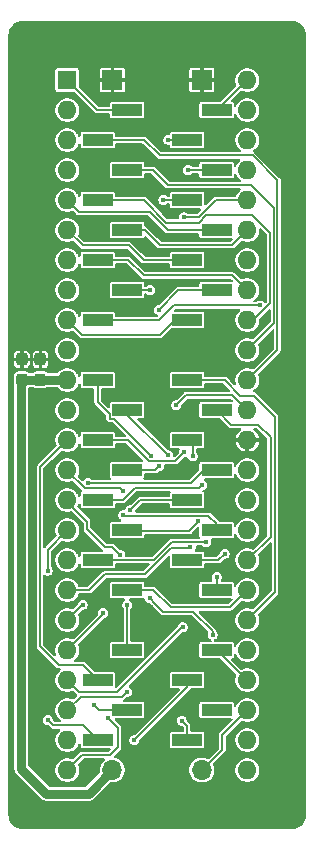
<source format=gbr>
G04 #@! TF.GenerationSoftware,KiCad,Pcbnew,9.0.7-9.0.7~ubuntu25.10.1*
G04 #@! TF.CreationDate,2026-01-14T17:34:39+09:00*
G04 #@! TF.ProjectId,bionic-z8001,62696f6e-6963-42d7-9a38-3030312e6b69,1*
G04 #@! TF.SameCoordinates,Original*
G04 #@! TF.FileFunction,Copper,L2,Bot*
G04 #@! TF.FilePolarity,Positive*
%FSLAX46Y46*%
G04 Gerber Fmt 4.6, Leading zero omitted, Abs format (unit mm)*
G04 Created by KiCad (PCBNEW 9.0.7-9.0.7~ubuntu25.10.1) date 2026-01-14 17:34:39*
%MOMM*%
%LPD*%
G01*
G04 APERTURE LIST*
G04 Aperture macros list*
%AMRoundRect*
0 Rectangle with rounded corners*
0 $1 Rounding radius*
0 $2 $3 $4 $5 $6 $7 $8 $9 X,Y pos of 4 corners*
0 Add a 4 corners polygon primitive as box body*
4,1,4,$2,$3,$4,$5,$6,$7,$8,$9,$2,$3,0*
0 Add four circle primitives for the rounded corners*
1,1,$1+$1,$2,$3*
1,1,$1+$1,$4,$5*
1,1,$1+$1,$6,$7*
1,1,$1+$1,$8,$9*
0 Add four rect primitives between the rounded corners*
20,1,$1+$1,$2,$3,$4,$5,0*
20,1,$1+$1,$4,$5,$6,$7,0*
20,1,$1+$1,$6,$7,$8,$9,0*
20,1,$1+$1,$8,$9,$2,$3,0*%
G04 Aperture macros list end*
G04 #@! TA.AperFunction,SMDPad,CuDef*
%ADD10RoundRect,0.237500X0.237500X-0.300000X0.237500X0.300000X-0.237500X0.300000X-0.237500X-0.300000X0*%
G04 #@! TD*
G04 #@! TA.AperFunction,ComponentPad*
%ADD11R,1.600000X1.600000*%
G04 #@! TD*
G04 #@! TA.AperFunction,ComponentPad*
%ADD12O,1.600000X1.600000*%
G04 #@! TD*
G04 #@! TA.AperFunction,ComponentPad*
%ADD13O,1.700000X1.700000*%
G04 #@! TD*
G04 #@! TA.AperFunction,SMDPad,CuDef*
%ADD14R,2.510000X1.000000*%
G04 #@! TD*
G04 #@! TA.AperFunction,ComponentPad*
%ADD15R,1.700000X1.700000*%
G04 #@! TD*
G04 #@! TA.AperFunction,ViaPad*
%ADD16C,0.600000*%
G04 #@! TD*
G04 #@! TA.AperFunction,ViaPad*
%ADD17C,0.450000*%
G04 #@! TD*
G04 #@! TA.AperFunction,Conductor*
%ADD18C,0.150000*%
G04 #@! TD*
G04 #@! TA.AperFunction,Conductor*
%ADD19C,0.800000*%
G04 #@! TD*
G04 #@! TA.AperFunction,Conductor*
%ADD20C,0.400000*%
G04 #@! TD*
G04 #@! TA.AperFunction,Conductor*
%ADD21C,0.600000*%
G04 #@! TD*
G04 APERTURE END LIST*
D10*
X102244600Y-100454600D03*
X102244600Y-98729600D03*
X103819400Y-100453500D03*
X103819400Y-98728500D03*
D11*
X106080000Y-75080000D03*
D12*
X106080000Y-77620000D03*
X106080000Y-80160000D03*
X106080000Y-82700000D03*
X106080000Y-85240000D03*
X106080000Y-87780000D03*
X106080000Y-90320000D03*
X106080000Y-92860000D03*
X106080000Y-95400000D03*
X106080000Y-97940000D03*
X106080000Y-100480000D03*
X106080000Y-103020000D03*
X106080000Y-105560000D03*
X106080000Y-108100000D03*
X106080000Y-110640000D03*
X106080000Y-113180000D03*
X106080000Y-115720000D03*
X106080000Y-118260000D03*
X106080000Y-120800000D03*
X106080000Y-123340000D03*
X106080000Y-125880000D03*
X106080000Y-128420000D03*
X106080000Y-130960000D03*
X106080000Y-133500000D03*
X121320000Y-133500000D03*
X121320000Y-130960000D03*
X121320000Y-128420000D03*
X121320000Y-125880000D03*
X121320000Y-123340000D03*
X121320000Y-120800000D03*
X121320000Y-118260000D03*
X121320000Y-115720000D03*
X121320000Y-113180000D03*
X121320000Y-110640000D03*
X121320000Y-108100000D03*
X121320000Y-105560000D03*
X121320000Y-103020000D03*
X121320000Y-100480000D03*
X121320000Y-97940000D03*
X121320000Y-95400000D03*
X121320000Y-92860000D03*
X121320000Y-90320000D03*
X121320000Y-87780000D03*
X121320000Y-85240000D03*
X121320000Y-82700000D03*
X121320000Y-80160000D03*
X121320000Y-77620000D03*
X121320000Y-75080000D03*
D13*
X117484600Y-133500000D03*
D14*
X116240000Y-130960000D03*
X118729200Y-128420000D03*
X116240000Y-125880000D03*
X118729200Y-123340000D03*
X118729200Y-118260000D03*
X116240000Y-115720000D03*
X118729200Y-113180000D03*
X116240000Y-110640000D03*
X118729200Y-108100000D03*
X116240000Y-105560000D03*
X118729200Y-103020000D03*
X116240000Y-100480000D03*
X116240000Y-95400000D03*
X118729200Y-92860000D03*
X116240000Y-90320000D03*
X118729200Y-87780000D03*
X116240000Y-85240000D03*
X118729200Y-82700000D03*
X116240000Y-80160000D03*
X118729200Y-77620000D03*
D15*
X117484600Y-75080000D03*
X109910800Y-75080000D03*
D14*
X111155400Y-77620000D03*
X108666200Y-80160000D03*
X111155400Y-82700000D03*
X108666200Y-85240000D03*
X111155400Y-87780000D03*
X108666200Y-90320000D03*
X111155400Y-92860000D03*
X108666200Y-95400000D03*
X108666200Y-100480000D03*
X111155400Y-103020000D03*
X108666200Y-105560000D03*
X111155400Y-108100000D03*
X108666200Y-110640000D03*
X111155400Y-113180000D03*
X108666200Y-115720000D03*
X111155400Y-118260000D03*
X111155400Y-123340000D03*
X108666200Y-125880000D03*
X111155400Y-128420000D03*
X108666200Y-130960000D03*
D13*
X109910800Y-133500000D03*
D16*
X112760200Y-98930600D03*
X110169400Y-111630600D03*
X104429000Y-103680400D03*
X111795000Y-114653200D03*
X115655800Y-108150800D03*
X123987000Y-135405000D03*
X112506200Y-120749200D03*
X115351000Y-117726600D03*
X109356600Y-107084000D03*
X113725400Y-122578000D03*
X104454400Y-96644600D03*
X104378200Y-133550800D03*
D17*
X102193800Y-101750000D03*
X115782800Y-129309000D03*
X109109800Y-120190400D03*
X111160000Y-119504600D03*
X110560850Y-115252350D03*
X113852400Y-107788000D03*
X117865600Y-114196000D03*
X117516300Y-109350900D03*
X122386800Y-94155400D03*
X108340600Y-128013600D03*
X115859000Y-121409600D03*
X111171100Y-126859500D03*
X115960600Y-86702200D03*
X113106200Y-92860000D03*
X104429000Y-116609000D03*
X104429000Y-129258200D03*
X118729200Y-117167800D03*
X116316200Y-82700000D03*
X119415000Y-115186600D03*
X117141348Y-112436200D03*
X111756900Y-130972700D03*
X113839700Y-94523700D03*
X114233400Y-85240000D03*
X113216700Y-106880100D03*
X114639800Y-80134600D03*
X116519400Y-114653200D03*
X116697200Y-106931600D03*
X107832600Y-109199400D03*
X107400800Y-119504600D03*
X115975000Y-106601400D03*
X114614400Y-106855400D03*
X110842500Y-111922700D03*
X110779000Y-109852600D03*
X111425000Y-111503600D03*
X113065000Y-118920400D03*
X118396300Y-122044600D03*
X115325000Y-102613600D03*
X109559101Y-129130501D03*
D18*
X115782800Y-129309000D02*
X116240000Y-129766200D01*
X116240000Y-129766200D02*
X116240000Y-130960000D01*
X111171100Y-126859500D02*
X110753600Y-127277000D01*
X110753600Y-127277000D02*
X107223000Y-127277000D01*
X107223000Y-127277000D02*
X106080000Y-128420000D01*
X107934200Y-118260000D02*
X106080000Y-118260000D01*
X112658600Y-116939200D02*
X109255000Y-116939200D01*
X114868400Y-114729400D02*
X112658600Y-116939200D01*
X116519400Y-114653200D02*
X116443200Y-114729400D01*
X109255000Y-116939200D02*
X107934200Y-118260000D01*
X116443200Y-114729400D02*
X114868400Y-114729400D01*
X117104141Y-112473407D02*
X117104141Y-112544459D01*
X117141348Y-112436200D02*
X117104141Y-112473407D01*
X116390600Y-113258000D02*
X111233400Y-113258000D01*
X117104141Y-112544459D02*
X116390600Y-113258000D01*
X111233400Y-113258000D02*
X111155400Y-113180000D01*
X110842500Y-111922700D02*
X110906000Y-111986200D01*
X110906000Y-111986200D02*
X118043400Y-111986200D01*
X118043400Y-111986200D02*
X118729200Y-112672000D01*
X118729200Y-112672000D02*
X118729200Y-113180000D01*
X113395200Y-115720000D02*
X108666200Y-115720000D01*
X117865600Y-114196000D02*
X114919200Y-114196000D01*
X114919200Y-114196000D02*
X113395200Y-115720000D01*
X106080000Y-108164511D02*
X106080000Y-108100000D01*
X110779000Y-109852600D02*
X110575800Y-109649400D01*
X110575800Y-109649400D02*
X107564889Y-109649400D01*
X107564889Y-109649400D02*
X106080000Y-108164511D01*
X108666200Y-85240000D02*
X112557000Y-85240000D01*
X112557000Y-85240000D02*
X114469200Y-87152200D01*
X114469200Y-87152200D02*
X117223400Y-87152200D01*
X117223400Y-87152200D02*
X117865600Y-86510000D01*
X117865600Y-86510000D02*
X121751800Y-86510000D01*
X121751800Y-86510000D02*
X123283400Y-88041600D01*
X123283400Y-88041600D02*
X123283400Y-93970000D01*
X123283400Y-93970000D02*
X121853400Y-95400000D01*
X121853400Y-95400000D02*
X121320000Y-95400000D01*
X111155400Y-82700000D02*
X113344400Y-82700000D01*
X113344400Y-82700000D02*
X114614400Y-83970000D01*
X114614400Y-83970000D02*
X121675600Y-83970000D01*
X121675600Y-83970000D02*
X123584400Y-85878800D01*
X123584400Y-85878800D02*
X123584400Y-95675600D01*
X123584400Y-95675600D02*
X121320000Y-97940000D01*
X121320000Y-100480000D02*
X123885400Y-97914600D01*
X123885400Y-97914600D02*
X123885400Y-83563600D01*
X123885400Y-83563600D02*
X121777200Y-81455400D01*
X121777200Y-81455400D02*
X113903200Y-81455400D01*
X113903200Y-81455400D02*
X112607800Y-80160000D01*
X112607800Y-80160000D02*
X108666200Y-80160000D01*
X111155400Y-87780000D02*
X112633200Y-87780000D01*
X112633200Y-87780000D02*
X113903200Y-89050000D01*
X113903200Y-89050000D02*
X120050000Y-89050000D01*
X120050000Y-89050000D02*
X121320000Y-87780000D01*
X106080000Y-85240000D02*
X107096000Y-86256000D01*
X107096000Y-86256000D02*
X113090400Y-86256000D01*
X113090400Y-86256000D02*
X114614400Y-87780000D01*
X114614400Y-87780000D02*
X118729200Y-87780000D01*
X108666200Y-90320000D02*
X111261600Y-90320000D01*
X111261600Y-90320000D02*
X112557000Y-91615400D01*
X112557000Y-91615400D02*
X120075400Y-91615400D01*
X120075400Y-91615400D02*
X121320000Y-92860000D01*
X106080000Y-87780000D02*
X106105400Y-87780000D01*
X106105400Y-87780000D02*
X107400800Y-89075400D01*
X107400800Y-89075400D02*
X111299700Y-89075400D01*
X111299700Y-89075400D02*
X112544300Y-90320000D01*
X112544300Y-90320000D02*
X116240000Y-90320000D01*
X106080000Y-110640000D02*
X106080000Y-110771500D01*
X106080000Y-110771500D02*
X107766850Y-112458350D01*
X107766850Y-112458350D02*
X107766850Y-113114250D01*
X107766850Y-113114250D02*
X109280400Y-114627800D01*
X109280400Y-114627800D02*
X109915400Y-114627800D01*
X109915400Y-114627800D02*
X110539950Y-115252350D01*
X110539950Y-115252350D02*
X110560850Y-115252350D01*
X111756900Y-130972700D02*
X116240000Y-126489600D01*
X116240000Y-126489600D02*
X116240000Y-125880000D01*
X116240000Y-100480000D02*
X119415000Y-100480000D01*
X119415000Y-100480000D02*
X120735800Y-101800800D01*
X120735800Y-101800800D02*
X121878800Y-101800800D01*
X121878800Y-101800800D02*
X123656800Y-103578800D01*
X123656800Y-103578800D02*
X123656800Y-118463200D01*
X123656800Y-118463200D02*
X121320000Y-120800000D01*
X118729200Y-103020000D02*
X119973800Y-104264600D01*
X119973800Y-104264600D02*
X122259800Y-104264600D01*
X122259800Y-104264600D02*
X123301200Y-105306000D01*
X123301200Y-105306000D02*
X123301200Y-113764200D01*
X123301200Y-113764200D02*
X121345400Y-115720000D01*
X121345400Y-115720000D02*
X121320000Y-115720000D01*
X122386800Y-94155400D02*
X115097000Y-94155400D01*
X113852400Y-95400000D02*
X108666200Y-95400000D01*
X115097000Y-94155400D02*
X113852400Y-95400000D01*
X104429000Y-129258200D02*
X104454400Y-129258200D01*
X104454400Y-129258200D02*
X104911600Y-129715400D01*
X104911600Y-129715400D02*
X107421600Y-129715400D01*
X107421600Y-129715400D02*
X108666200Y-130960000D01*
X104429000Y-116609000D02*
X104429000Y-114831000D01*
X104429000Y-114831000D02*
X106080000Y-113180000D01*
X108340600Y-128013600D02*
X108747000Y-128420000D01*
X108747000Y-128420000D02*
X111155400Y-128420000D01*
X115859000Y-121409600D02*
X115808200Y-121409600D01*
X115808200Y-121409600D02*
X110321800Y-126896000D01*
X110321800Y-126896000D02*
X107096000Y-126896000D01*
X107096000Y-126896000D02*
X106080000Y-125880000D01*
X109559101Y-129130501D02*
X110398000Y-129969400D01*
X107350000Y-132230000D02*
X106080000Y-133500000D01*
X110398000Y-129969400D02*
X110398000Y-131544200D01*
X110398000Y-131544200D02*
X109712200Y-132230000D01*
X109712200Y-132230000D02*
X107350000Y-132230000D01*
X119415000Y-115186600D02*
X118881600Y-115720000D01*
X118881600Y-115720000D02*
X116240000Y-115720000D01*
X111807700Y-109598600D02*
X110766300Y-110640000D01*
X110766300Y-110640000D02*
X108666200Y-110640000D01*
X117516300Y-109350900D02*
X117268600Y-109598600D01*
X117268600Y-109598600D02*
X111807700Y-109598600D01*
X111425000Y-111503600D02*
X111425000Y-111492600D01*
X112277600Y-110640000D02*
X116240000Y-110640000D01*
X111425000Y-111492600D02*
X112277600Y-110640000D01*
X107839800Y-109192200D02*
X116544800Y-109192200D01*
X116544800Y-109192200D02*
X117637000Y-108100000D01*
X107832600Y-109199400D02*
X107839800Y-109192200D01*
X117637000Y-108100000D02*
X118729200Y-108100000D01*
X107350000Y-119530000D02*
X106080000Y-120800000D01*
X107400800Y-119504600D02*
X107375400Y-119530000D01*
X107375400Y-119530000D02*
X107350000Y-119530000D01*
D19*
X102193800Y-101750000D02*
X102193800Y-133373000D01*
X102193800Y-133373000D02*
X104327400Y-135506600D01*
X104327400Y-135506600D02*
X107904200Y-135506600D01*
X107904200Y-135506600D02*
X109910800Y-133500000D01*
X102218100Y-100454600D02*
X102193800Y-100478900D01*
D20*
X109911000Y-133500000D02*
X109910800Y-133500000D01*
D18*
X119211800Y-130528200D02*
X119211800Y-131772800D01*
D19*
X102219200Y-100453500D02*
X106053500Y-100453500D01*
D18*
X119211800Y-131772800D02*
X117484600Y-133500000D01*
D19*
X106080000Y-100480000D02*
X106054600Y-100454600D01*
D18*
X121320000Y-128420000D02*
X119211800Y-130528200D01*
D19*
X102193800Y-100478900D02*
X102193800Y-101750000D01*
D21*
X106053500Y-100453500D02*
X106080000Y-100480000D01*
D18*
X119846800Y-119733200D02*
X121320000Y-118260000D01*
X114843000Y-119733200D02*
X119846800Y-119733200D01*
X111155400Y-118260000D02*
X113369800Y-118260000D01*
X113369800Y-118260000D02*
X114843000Y-119733200D01*
X109109800Y-120310200D02*
X106080000Y-123340000D01*
X109109800Y-120190400D02*
X109109800Y-120310200D01*
X111160000Y-119504600D02*
X111160000Y-123335400D01*
X111160000Y-123335400D02*
X111155400Y-123340000D01*
X113834200Y-107788000D02*
X113522200Y-108100000D01*
X113852400Y-107788000D02*
X113834200Y-107788000D01*
X113522200Y-108100000D02*
X111155400Y-108100000D01*
X121320000Y-90320000D02*
X121269000Y-90269000D01*
X106080000Y-75080000D02*
X108620000Y-77620000D01*
X108620000Y-77620000D02*
X111155400Y-77620000D01*
X115970600Y-86692200D02*
X117226200Y-86692200D01*
X113106200Y-92860000D02*
X111155400Y-92860000D01*
X117226200Y-86692200D02*
X118678400Y-85240000D01*
X115960600Y-86702200D02*
X115970600Y-86692200D01*
X118678400Y-85240000D02*
X121320000Y-85240000D01*
X105394200Y-124610000D02*
X107396200Y-124610000D01*
X107396200Y-124610000D02*
X108666200Y-125880000D01*
X103768600Y-122984400D02*
X105394200Y-124610000D01*
X103768600Y-107871400D02*
X103768600Y-122984400D01*
X106080000Y-105560000D02*
X103768600Y-107871400D01*
X118729200Y-117167800D02*
X118729200Y-118260000D01*
X116316200Y-82700000D02*
X118729200Y-82700000D01*
X118729200Y-77620000D02*
X121269200Y-75080000D01*
X121269200Y-75080000D02*
X121320000Y-75080000D01*
X113839700Y-94523700D02*
X115503400Y-92860000D01*
X115503400Y-92860000D02*
X118729200Y-92860000D01*
X114233400Y-85240000D02*
X116240000Y-85240000D01*
X110082600Y-103746000D02*
X109674400Y-103746000D01*
X108666200Y-102329600D02*
X108666200Y-100480000D01*
X113216700Y-106880100D02*
X110082600Y-103746000D01*
X109674400Y-103746000D02*
X109674400Y-103337800D01*
X109674400Y-103337800D02*
X108666200Y-102329600D01*
X121269200Y-125880000D02*
X121320000Y-125880000D01*
X118729200Y-123340000D02*
X121269200Y-125880000D01*
X113903200Y-96670000D02*
X115173200Y-95400000D01*
X107350000Y-96670000D02*
X113903200Y-96670000D01*
X115173200Y-95400000D02*
X116240000Y-95400000D01*
X106080000Y-95400000D02*
X107350000Y-96670000D01*
X114665200Y-80160000D02*
X116240000Y-80160000D01*
X114639800Y-80134600D02*
X114665200Y-80160000D01*
X116697200Y-106931600D02*
X116697200Y-106017200D01*
X116697200Y-106017200D02*
X116240000Y-105560000D01*
X112988800Y-107338000D02*
X111210800Y-105560000D01*
X111210800Y-105560000D02*
X108666200Y-105560000D01*
X115238400Y-107338000D02*
X112988800Y-107338000D01*
X115975000Y-106601400D02*
X115238400Y-107338000D01*
X111155400Y-103396400D02*
X111155400Y-103020000D01*
X114614400Y-106855400D02*
X111155400Y-103396400D01*
X118396300Y-122044600D02*
X118396300Y-121737100D01*
X118396300Y-121737100D02*
X116773400Y-120114200D01*
X113547600Y-119428400D02*
X113547600Y-119403000D01*
X116773400Y-120114200D02*
X114233400Y-120114200D01*
X113547600Y-119403000D02*
X113065000Y-118920400D01*
X114233400Y-120114200D02*
X113547600Y-119428400D01*
X115325000Y-102613600D02*
X115325000Y-102563400D01*
X115325000Y-102563400D02*
X116113000Y-101775400D01*
X116113000Y-101775400D02*
X120075400Y-101775400D01*
X120075400Y-101775400D02*
X121320000Y-103020000D01*
G04 #@! TA.AperFunction,Conductor*
G36*
X107175995Y-100787105D02*
G01*
X107207964Y-100839274D01*
X107210700Y-100862386D01*
X107210700Y-100999746D01*
X107210701Y-100999758D01*
X107222332Y-101058227D01*
X107222334Y-101058233D01*
X107262124Y-101117782D01*
X107266648Y-101124552D01*
X107332969Y-101168867D01*
X107377431Y-101177711D01*
X107391441Y-101180498D01*
X107391446Y-101180498D01*
X107391452Y-101180500D01*
X108291700Y-101180500D01*
X108349891Y-101199407D01*
X108385855Y-101248907D01*
X108390700Y-101279500D01*
X108390700Y-102384399D01*
X108417609Y-102449363D01*
X108417609Y-102449364D01*
X108432641Y-102485655D01*
X108432642Y-102485656D01*
X108432643Y-102485658D01*
X109369905Y-103422920D01*
X109397681Y-103477435D01*
X109398900Y-103492922D01*
X109398900Y-103800800D01*
X109440843Y-103902058D01*
X109518342Y-103979557D01*
X109619600Y-104021500D01*
X109729200Y-104021500D01*
X109927477Y-104021500D01*
X109985668Y-104040407D01*
X109997481Y-104050496D01*
X111062481Y-105115496D01*
X111090258Y-105170013D01*
X111080687Y-105230445D01*
X111037422Y-105273710D01*
X110992477Y-105284500D01*
X110220700Y-105284500D01*
X110162509Y-105265593D01*
X110126545Y-105216093D01*
X110121700Y-105185500D01*
X110121700Y-105040253D01*
X110121698Y-105040241D01*
X110112994Y-104996485D01*
X110110067Y-104981769D01*
X110065752Y-104915448D01*
X110065748Y-104915445D01*
X109999433Y-104871134D01*
X109999431Y-104871133D01*
X109999428Y-104871132D01*
X109999427Y-104871132D01*
X109940958Y-104859501D01*
X109940948Y-104859500D01*
X107391452Y-104859500D01*
X107391451Y-104859500D01*
X107391441Y-104859501D01*
X107332972Y-104871132D01*
X107332966Y-104871134D01*
X107266651Y-104915445D01*
X107266645Y-104915451D01*
X107222334Y-104981766D01*
X107222332Y-104981772D01*
X107210701Y-105040241D01*
X107210700Y-105040253D01*
X107210700Y-105177613D01*
X107191793Y-105235804D01*
X107142293Y-105271768D01*
X107081107Y-105271768D01*
X107031607Y-105235804D01*
X107020236Y-105215498D01*
X106966632Y-105086086D01*
X106936007Y-105040253D01*
X106857139Y-104922218D01*
X106717782Y-104782861D01*
X106553914Y-104673368D01*
X106553915Y-104673368D01*
X106553913Y-104673367D01*
X106371835Y-104597949D01*
X106178543Y-104559500D01*
X106178541Y-104559500D01*
X105981459Y-104559500D01*
X105981456Y-104559500D01*
X105788165Y-104597949D01*
X105788163Y-104597949D01*
X105606086Y-104673367D01*
X105442218Y-104782861D01*
X105442214Y-104782864D01*
X105302864Y-104922214D01*
X105302861Y-104922218D01*
X105193367Y-105086086D01*
X105117949Y-105268163D01*
X105117949Y-105268165D01*
X105079500Y-105461456D01*
X105079500Y-105461459D01*
X105079500Y-105658541D01*
X105115663Y-105840345D01*
X105117949Y-105851834D01*
X105117949Y-105851836D01*
X105174819Y-105989134D01*
X105179619Y-106050131D01*
X105153359Y-106097023D01*
X103612542Y-107637843D01*
X103612541Y-107637842D01*
X103535046Y-107715338D01*
X103535044Y-107715340D01*
X103535043Y-107715342D01*
X103493100Y-107816600D01*
X103493100Y-123039200D01*
X103521688Y-123108216D01*
X103521688Y-123108217D01*
X103535041Y-123140455D01*
X103535042Y-123140456D01*
X103535043Y-123140458D01*
X105238142Y-124843558D01*
X105238143Y-124843558D01*
X105238144Y-124843559D01*
X105339398Y-124885500D01*
X105339400Y-124885500D01*
X105441163Y-124885500D01*
X105499354Y-124904407D01*
X105535318Y-124953907D01*
X105535318Y-125015093D01*
X105499354Y-125064593D01*
X105496165Y-125066815D01*
X105442218Y-125102861D01*
X105442214Y-125102864D01*
X105302864Y-125242214D01*
X105302861Y-125242218D01*
X105193367Y-125406086D01*
X105117949Y-125588163D01*
X105117949Y-125588165D01*
X105079500Y-125781456D01*
X105079500Y-125978543D01*
X105117949Y-126171834D01*
X105117949Y-126171836D01*
X105193367Y-126353913D01*
X105223992Y-126399746D01*
X105302861Y-126517782D01*
X105442218Y-126657139D01*
X105606086Y-126766632D01*
X105788165Y-126842051D01*
X105981459Y-126880500D01*
X105981460Y-126880500D01*
X106178540Y-126880500D01*
X106178541Y-126880500D01*
X106371835Y-126842051D01*
X106509137Y-126785178D01*
X106570131Y-126780378D01*
X106617024Y-126806639D01*
X106862443Y-127052058D01*
X106862442Y-127052058D01*
X106890379Y-127079994D01*
X106918158Y-127134510D01*
X106908587Y-127194942D01*
X106890380Y-127220003D01*
X106617023Y-127493359D01*
X106562507Y-127521136D01*
X106509135Y-127514819D01*
X106371835Y-127457949D01*
X106178543Y-127419500D01*
X106178541Y-127419500D01*
X105981459Y-127419500D01*
X105981456Y-127419500D01*
X105788165Y-127457949D01*
X105788163Y-127457949D01*
X105606086Y-127533367D01*
X105442218Y-127642861D01*
X105442214Y-127642864D01*
X105302864Y-127782214D01*
X105302861Y-127782218D01*
X105193367Y-127946086D01*
X105117949Y-128128163D01*
X105117949Y-128128165D01*
X105079500Y-128321456D01*
X105079500Y-128518543D01*
X105117949Y-128711834D01*
X105117949Y-128711836D01*
X105193367Y-128893913D01*
X105205785Y-128912497D01*
X105302861Y-129057782D01*
X105442218Y-129197139D01*
X105525795Y-129252983D01*
X105534179Y-129258585D01*
X105572058Y-129306635D01*
X105574460Y-129367773D01*
X105540467Y-129418646D01*
X105483064Y-129439824D01*
X105479177Y-129439900D01*
X105066724Y-129439900D01*
X105059126Y-129437431D01*
X105051237Y-129438681D01*
X105030581Y-129428156D01*
X105008533Y-129420993D01*
X104996720Y-129410904D01*
X104883496Y-129297680D01*
X104855719Y-129243163D01*
X104854500Y-129227676D01*
X104854500Y-129202183D01*
X104854500Y-129202182D01*
X104825503Y-129093963D01*
X104825501Y-129093960D01*
X104825501Y-129093958D01*
X104769486Y-128996939D01*
X104769485Y-128996937D01*
X104690263Y-128917715D01*
X104681227Y-128912498D01*
X104593240Y-128861698D01*
X104593242Y-128861698D01*
X104551251Y-128850447D01*
X104485018Y-128832700D01*
X104372982Y-128832700D01*
X104306748Y-128850447D01*
X104264758Y-128861698D01*
X104167739Y-128917713D01*
X104088513Y-128996939D01*
X104032498Y-129093958D01*
X104025387Y-129120498D01*
X104003500Y-129202182D01*
X104003500Y-129314218D01*
X104024278Y-129391764D01*
X104032498Y-129422441D01*
X104088513Y-129519460D01*
X104088515Y-129519463D01*
X104167737Y-129598685D01*
X104167739Y-129598686D01*
X104264759Y-129654701D01*
X104264757Y-129654701D01*
X104264761Y-129654702D01*
X104264763Y-129654703D01*
X104372982Y-129683700D01*
X104372984Y-129683700D01*
X104449276Y-129683700D01*
X104507467Y-129702607D01*
X104519280Y-129712696D01*
X104755541Y-129948957D01*
X104780995Y-129959500D01*
X104856800Y-129990900D01*
X105403150Y-129990900D01*
X105461341Y-130009807D01*
X105497305Y-130059307D01*
X105497305Y-130120493D01*
X105461341Y-130169993D01*
X105458188Y-130172189D01*
X105442281Y-130182818D01*
X105442215Y-130182863D01*
X105302864Y-130322214D01*
X105302861Y-130322218D01*
X105193367Y-130486086D01*
X105117949Y-130668163D01*
X105117949Y-130668165D01*
X105079500Y-130861456D01*
X105079500Y-130861459D01*
X105079500Y-131058541D01*
X105114393Y-131233960D01*
X105117949Y-131251834D01*
X105117949Y-131251836D01*
X105193367Y-131433913D01*
X105193368Y-131433914D01*
X105302861Y-131597782D01*
X105442218Y-131737139D01*
X105606086Y-131846632D01*
X105788165Y-131922051D01*
X105981459Y-131960500D01*
X105981460Y-131960500D01*
X106178540Y-131960500D01*
X106178541Y-131960500D01*
X106371835Y-131922051D01*
X106553914Y-131846632D01*
X106717782Y-131737139D01*
X106857139Y-131597782D01*
X106966632Y-131433914D01*
X107020236Y-131304500D01*
X107059972Y-131257975D01*
X107119467Y-131243691D01*
X107175995Y-131267105D01*
X107207964Y-131319274D01*
X107210700Y-131342386D01*
X107210700Y-131479746D01*
X107210701Y-131479758D01*
X107222332Y-131538227D01*
X107222334Y-131538233D01*
X107262124Y-131597782D01*
X107266648Y-131604552D01*
X107332969Y-131648867D01*
X107377431Y-131657711D01*
X107391441Y-131660498D01*
X107391446Y-131660498D01*
X107391452Y-131660500D01*
X109653078Y-131660500D01*
X109675125Y-131667663D01*
X109698023Y-131671290D01*
X109703671Y-131676938D01*
X109711269Y-131679407D01*
X109724896Y-131698163D01*
X109741288Y-131714555D01*
X109742537Y-131722444D01*
X109747233Y-131728907D01*
X109747233Y-131752092D01*
X109750859Y-131774987D01*
X109747233Y-131782103D01*
X109747233Y-131790093D01*
X109723084Y-131829500D01*
X109627079Y-131925505D01*
X109572565Y-131953281D01*
X109557078Y-131954500D01*
X107295199Y-131954500D01*
X107223599Y-131984157D01*
X107223599Y-131984158D01*
X107193941Y-131996443D01*
X107193939Y-131996444D01*
X106617022Y-132573359D01*
X106562506Y-132601136D01*
X106509134Y-132594819D01*
X106371835Y-132537949D01*
X106178543Y-132499500D01*
X106178541Y-132499500D01*
X105981459Y-132499500D01*
X105981456Y-132499500D01*
X105788165Y-132537949D01*
X105788163Y-132537949D01*
X105606086Y-132613367D01*
X105442218Y-132722861D01*
X105442214Y-132722864D01*
X105302864Y-132862214D01*
X105302861Y-132862218D01*
X105193367Y-133026086D01*
X105117949Y-133208163D01*
X105117949Y-133208165D01*
X105079500Y-133401456D01*
X105079500Y-133598543D01*
X105117949Y-133791834D01*
X105117949Y-133791836D01*
X105193367Y-133973913D01*
X105193368Y-133973914D01*
X105302861Y-134137782D01*
X105442218Y-134277139D01*
X105606086Y-134386632D01*
X105788165Y-134462051D01*
X105981459Y-134500500D01*
X105981460Y-134500500D01*
X106178540Y-134500500D01*
X106178541Y-134500500D01*
X106371835Y-134462051D01*
X106553914Y-134386632D01*
X106717782Y-134277139D01*
X106857139Y-134137782D01*
X106966632Y-133973914D01*
X107042051Y-133791835D01*
X107080500Y-133598541D01*
X107080500Y-133401459D01*
X107042051Y-133208165D01*
X106985178Y-133070862D01*
X106980378Y-133009868D01*
X107006640Y-132962975D01*
X107435121Y-132534496D01*
X107489637Y-132506719D01*
X107505124Y-132505500D01*
X109181989Y-132505500D01*
X109240180Y-132524407D01*
X109276144Y-132573907D01*
X109276144Y-132635093D01*
X109244796Y-132681026D01*
X109241153Y-132684015D01*
X109094820Y-132830348D01*
X108979858Y-133002402D01*
X108900669Y-133193581D01*
X108860300Y-133396532D01*
X108860300Y-133603462D01*
X108860301Y-133603476D01*
X108866201Y-133633142D01*
X108859008Y-133693903D01*
X108839107Y-133722456D01*
X107684461Y-134877104D01*
X107629944Y-134904881D01*
X107614457Y-134906100D01*
X104617143Y-134906100D01*
X104558952Y-134887193D01*
X104547139Y-134877104D01*
X102823296Y-133153261D01*
X102795519Y-133098744D01*
X102794300Y-133083257D01*
X102794300Y-102921456D01*
X105079500Y-102921456D01*
X105079500Y-103118543D01*
X105117949Y-103311834D01*
X105117949Y-103311836D01*
X105193367Y-103493913D01*
X105193368Y-103493914D01*
X105302861Y-103657782D01*
X105442218Y-103797139D01*
X105606086Y-103906632D01*
X105788165Y-103982051D01*
X105981459Y-104020500D01*
X105981460Y-104020500D01*
X106178540Y-104020500D01*
X106178541Y-104020500D01*
X106371835Y-103982051D01*
X106553914Y-103906632D01*
X106717782Y-103797139D01*
X106857139Y-103657782D01*
X106966632Y-103493914D01*
X107042051Y-103311835D01*
X107080500Y-103118541D01*
X107080500Y-102921459D01*
X107042051Y-102728165D01*
X106966632Y-102546086D01*
X106857139Y-102382218D01*
X106717782Y-102242861D01*
X106553914Y-102133368D01*
X106553915Y-102133368D01*
X106553913Y-102133367D01*
X106371835Y-102057949D01*
X106178543Y-102019500D01*
X106178541Y-102019500D01*
X105981459Y-102019500D01*
X105981456Y-102019500D01*
X105788165Y-102057949D01*
X105788163Y-102057949D01*
X105606086Y-102133367D01*
X105442218Y-102242861D01*
X105442214Y-102242864D01*
X105302864Y-102382214D01*
X105302861Y-102382218D01*
X105193367Y-102546086D01*
X105117949Y-102728163D01*
X105117949Y-102728165D01*
X105079500Y-102921456D01*
X102794300Y-102921456D01*
X102794300Y-101153000D01*
X102813207Y-101094809D01*
X102862707Y-101058845D01*
X102893300Y-101054000D01*
X103218889Y-101054000D01*
X103277080Y-101072907D01*
X103277677Y-101073345D01*
X103374923Y-101145115D01*
X103374924Y-101145115D01*
X103374925Y-101145116D01*
X103499551Y-101188725D01*
X103526841Y-101191284D01*
X103529133Y-101191499D01*
X103529138Y-101191500D01*
X103529144Y-101191500D01*
X104109662Y-101191500D01*
X104109665Y-101191499D01*
X104139249Y-101188725D01*
X104263875Y-101145116D01*
X104327717Y-101097999D01*
X104361123Y-101073345D01*
X104419171Y-101054003D01*
X104419911Y-101054000D01*
X105207327Y-101054000D01*
X105265518Y-101072907D01*
X105289640Y-101097996D01*
X105302861Y-101117782D01*
X105442218Y-101257139D01*
X105606086Y-101366632D01*
X105788165Y-101442051D01*
X105981459Y-101480500D01*
X105981460Y-101480500D01*
X106178540Y-101480500D01*
X106178541Y-101480500D01*
X106371835Y-101442051D01*
X106553914Y-101366632D01*
X106717782Y-101257139D01*
X106857139Y-101117782D01*
X106966632Y-100953914D01*
X107020236Y-100824500D01*
X107059972Y-100777975D01*
X107119467Y-100763691D01*
X107175995Y-100787105D01*
G37*
G04 #@! TD.AperFunction*
G04 #@! TA.AperFunction,Conductor*
G36*
X114749418Y-109878357D02*
G01*
X114763187Y-109877817D01*
X114777794Y-109887577D01*
X114794505Y-109893007D01*
X114802604Y-109904155D01*
X114814061Y-109911810D01*
X114820141Y-109928292D01*
X114830469Y-109942507D01*
X114830469Y-109956286D01*
X114835238Y-109969214D01*
X114830469Y-109986122D01*
X114830469Y-110003693D01*
X114818629Y-110028102D01*
X114796134Y-110061766D01*
X114796132Y-110061772D01*
X114784501Y-110120241D01*
X114784500Y-110120253D01*
X114784500Y-110265500D01*
X114765593Y-110323691D01*
X114716093Y-110359655D01*
X114685500Y-110364500D01*
X112222799Y-110364500D01*
X112151199Y-110394157D01*
X112151199Y-110394158D01*
X112121541Y-110406443D01*
X111789442Y-110738543D01*
X111478881Y-111049104D01*
X111424364Y-111076881D01*
X111408877Y-111078100D01*
X111368982Y-111078100D01*
X111302748Y-111095847D01*
X111260758Y-111107098D01*
X111163739Y-111163113D01*
X111084513Y-111242339D01*
X111028498Y-111339358D01*
X111005688Y-111424488D01*
X110972363Y-111475803D01*
X110915242Y-111497729D01*
X110901759Y-111497200D01*
X110898518Y-111497200D01*
X110786482Y-111497200D01*
X110720248Y-111514947D01*
X110678258Y-111526198D01*
X110581239Y-111582213D01*
X110502013Y-111661439D01*
X110445998Y-111758458D01*
X110445997Y-111758463D01*
X110417000Y-111866682D01*
X110417000Y-111978718D01*
X110442572Y-112074155D01*
X110445998Y-112086941D01*
X110499438Y-112179500D01*
X110502015Y-112183963D01*
X110581237Y-112263185D01*
X110611413Y-112280607D01*
X110635933Y-112294764D01*
X110676873Y-112340234D01*
X110683268Y-112401084D01*
X110652675Y-112454072D01*
X110596779Y-112478958D01*
X110586432Y-112479500D01*
X109880652Y-112479500D01*
X109880651Y-112479500D01*
X109880641Y-112479501D01*
X109822172Y-112491132D01*
X109822166Y-112491134D01*
X109755851Y-112535445D01*
X109755845Y-112535451D01*
X109711534Y-112601766D01*
X109711532Y-112601772D01*
X109699901Y-112660241D01*
X109699900Y-112660253D01*
X109699900Y-113699746D01*
X109699901Y-113699758D01*
X109711532Y-113758227D01*
X109711534Y-113758233D01*
X109751324Y-113817782D01*
X109755848Y-113824552D01*
X109822169Y-113868867D01*
X109866631Y-113877711D01*
X109880641Y-113880498D01*
X109880646Y-113880498D01*
X109880652Y-113880500D01*
X109880653Y-113880500D01*
X112430147Y-113880500D01*
X112430148Y-113880500D01*
X112488631Y-113868867D01*
X112554952Y-113824552D01*
X112599267Y-113758231D01*
X112610900Y-113699748D01*
X112610900Y-113632500D01*
X112629807Y-113574309D01*
X112679307Y-113538345D01*
X112709900Y-113533500D01*
X116445399Y-113533500D01*
X116445400Y-113533500D01*
X116546658Y-113491557D01*
X116624157Y-113414058D01*
X116624156Y-113414058D01*
X117104698Y-112933517D01*
X117159213Y-112905741D01*
X117219645Y-112915312D01*
X117262910Y-112958577D01*
X117273700Y-113003522D01*
X117273700Y-113699746D01*
X117273701Y-113699758D01*
X117285332Y-113758227D01*
X117285334Y-113758233D01*
X117290857Y-113766498D01*
X117307466Y-113825386D01*
X117286289Y-113882790D01*
X117235416Y-113916783D01*
X117208542Y-113920500D01*
X114864399Y-113920500D01*
X114792799Y-113950157D01*
X114792799Y-113950158D01*
X114775946Y-113957139D01*
X114763141Y-113962443D01*
X113310081Y-115415504D01*
X113255564Y-115443281D01*
X113240077Y-115444500D01*
X111078893Y-115444500D01*
X111020702Y-115425593D01*
X110984738Y-115376093D01*
X110983266Y-115319879D01*
X110984575Y-115314991D01*
X110986350Y-115308368D01*
X110986350Y-115196332D01*
X110957353Y-115088113D01*
X110957351Y-115088110D01*
X110957351Y-115088108D01*
X110901336Y-114991089D01*
X110901335Y-114991087D01*
X110822113Y-114911865D01*
X110822110Y-114911863D01*
X110725090Y-114855848D01*
X110725092Y-114855848D01*
X110683101Y-114844597D01*
X110616868Y-114826850D01*
X110545073Y-114826850D01*
X110486882Y-114807943D01*
X110475070Y-114797854D01*
X110071457Y-114394241D01*
X110038307Y-114380511D01*
X110038306Y-114380511D01*
X109970200Y-114352300D01*
X109970199Y-114352300D01*
X109435523Y-114352300D01*
X109377332Y-114333393D01*
X109365519Y-114323304D01*
X108071346Y-113029131D01*
X108043569Y-112974614D01*
X108042350Y-112959127D01*
X108042350Y-112403550D01*
X108012691Y-112331948D01*
X108012691Y-112331947D01*
X108000408Y-112302294D01*
X108000407Y-112302292D01*
X108000407Y-112302291D01*
X106962155Y-111264040D01*
X106934379Y-111209524D01*
X106943950Y-111149092D01*
X106949837Y-111139048D01*
X106966632Y-111113914D01*
X107020236Y-110984500D01*
X107059972Y-110937975D01*
X107119467Y-110923691D01*
X107175995Y-110947105D01*
X107207964Y-110999274D01*
X107210700Y-111022386D01*
X107210700Y-111159746D01*
X107210701Y-111159758D01*
X107222332Y-111218227D01*
X107222334Y-111218233D01*
X107262124Y-111277782D01*
X107266648Y-111284552D01*
X107332969Y-111328867D01*
X107377431Y-111337711D01*
X107391441Y-111340498D01*
X107391446Y-111340498D01*
X107391452Y-111340500D01*
X107391453Y-111340500D01*
X109940947Y-111340500D01*
X109940948Y-111340500D01*
X109999431Y-111328867D01*
X110065752Y-111284552D01*
X110110067Y-111218231D01*
X110121700Y-111159748D01*
X110121700Y-111014500D01*
X110140607Y-110956309D01*
X110190107Y-110920345D01*
X110220700Y-110915500D01*
X110821099Y-110915500D01*
X110821100Y-110915500D01*
X110922358Y-110873557D01*
X110999857Y-110796058D01*
X111892819Y-109903096D01*
X111947336Y-109875319D01*
X111962823Y-109874100D01*
X114736314Y-109874100D01*
X114749418Y-109878357D01*
G37*
G04 #@! TD.AperFunction*
G04 #@! TA.AperFunction,Conductor*
G36*
X125134309Y-70100877D02*
G01*
X125324457Y-70117512D01*
X125341437Y-70120505D01*
X125521635Y-70168789D01*
X125537839Y-70174687D01*
X125706902Y-70253523D01*
X125721842Y-70262149D01*
X125874641Y-70369140D01*
X125887861Y-70380232D01*
X126019767Y-70512138D01*
X126030859Y-70525358D01*
X126137850Y-70678157D01*
X126146478Y-70693101D01*
X126225308Y-70862151D01*
X126231211Y-70878368D01*
X126279492Y-71058555D01*
X126282488Y-71075550D01*
X126299123Y-71265690D01*
X126299500Y-71274318D01*
X126299500Y-137305681D01*
X126299123Y-137314309D01*
X126282488Y-137504449D01*
X126279492Y-137521444D01*
X126231211Y-137701631D01*
X126225308Y-137717848D01*
X126146478Y-137886898D01*
X126137850Y-137901842D01*
X126030859Y-138054641D01*
X126019767Y-138067861D01*
X125887861Y-138199767D01*
X125874641Y-138210859D01*
X125721842Y-138317850D01*
X125706898Y-138326478D01*
X125537848Y-138405308D01*
X125521631Y-138411211D01*
X125341444Y-138459492D01*
X125324449Y-138462488D01*
X125134309Y-138479123D01*
X125125681Y-138479500D01*
X102274319Y-138479500D01*
X102265691Y-138479123D01*
X102075550Y-138462488D01*
X102058555Y-138459492D01*
X101878368Y-138411211D01*
X101862154Y-138405309D01*
X101693100Y-138326477D01*
X101678157Y-138317850D01*
X101525358Y-138210859D01*
X101512138Y-138199767D01*
X101380232Y-138067861D01*
X101369140Y-138054641D01*
X101262149Y-137901842D01*
X101253523Y-137886902D01*
X101174687Y-137717839D01*
X101168788Y-137701631D01*
X101149843Y-137630926D01*
X101120505Y-137521437D01*
X101117512Y-137504457D01*
X101100877Y-137314309D01*
X101100500Y-137305681D01*
X101100500Y-100101833D01*
X101569100Y-100101833D01*
X101569100Y-100807366D01*
X101571874Y-100836944D01*
X101571875Y-100836949D01*
X101586575Y-100878959D01*
X101587744Y-100882298D01*
X101593300Y-100914997D01*
X101593300Y-133287863D01*
X101593299Y-133287881D01*
X101593299Y-133293943D01*
X101593299Y-133452057D01*
X101634223Y-133604784D01*
X101634225Y-133604788D01*
X101662977Y-133654588D01*
X101662978Y-133654588D01*
X101713280Y-133741716D01*
X101825084Y-133853520D01*
X101825086Y-133853521D01*
X103846878Y-135875313D01*
X103846880Y-135875316D01*
X103958684Y-135987120D01*
X103958686Y-135987121D01*
X103958689Y-135987124D01*
X103958688Y-135987124D01*
X104045491Y-136037237D01*
X104045493Y-136037239D01*
X104045494Y-136037239D01*
X104068316Y-136050415D01*
X104095615Y-136066177D01*
X104248343Y-136107100D01*
X107819064Y-136107100D01*
X107819080Y-136107101D01*
X107825143Y-136107101D01*
X107983256Y-136107101D01*
X107983257Y-136107101D01*
X108135985Y-136066177D01*
X108186104Y-136037239D01*
X108272916Y-135987120D01*
X108384720Y-135875316D01*
X108384721Y-135875313D01*
X109688344Y-134571689D01*
X109742859Y-134543914D01*
X109777661Y-134544598D01*
X109806582Y-134550350D01*
X109807335Y-134550500D01*
X109807336Y-134550500D01*
X110014264Y-134550500D01*
X110014265Y-134550500D01*
X110217220Y-134510130D01*
X110408398Y-134430941D01*
X110580455Y-134315977D01*
X110726777Y-134169655D01*
X110841741Y-133997598D01*
X110920930Y-133806420D01*
X110961300Y-133603465D01*
X110961300Y-133396535D01*
X110961299Y-133396532D01*
X116434100Y-133396532D01*
X116434100Y-133603467D01*
X116474469Y-133806418D01*
X116553658Y-133997597D01*
X116647326Y-134137782D01*
X116668623Y-134169655D01*
X116814945Y-134315977D01*
X116987002Y-134430941D01*
X117178180Y-134510130D01*
X117381135Y-134550500D01*
X117381136Y-134550500D01*
X117588064Y-134550500D01*
X117588065Y-134550500D01*
X117791020Y-134510130D01*
X117982198Y-134430941D01*
X118154255Y-134315977D01*
X118300577Y-134169655D01*
X118415541Y-133997598D01*
X118494730Y-133806420D01*
X118535100Y-133603465D01*
X118535100Y-133401456D01*
X120319500Y-133401456D01*
X120319500Y-133598543D01*
X120357949Y-133791834D01*
X120357949Y-133791836D01*
X120433367Y-133973913D01*
X120433368Y-133973914D01*
X120542861Y-134137782D01*
X120682218Y-134277139D01*
X120846086Y-134386632D01*
X121028165Y-134462051D01*
X121221459Y-134500500D01*
X121221460Y-134500500D01*
X121418540Y-134500500D01*
X121418541Y-134500500D01*
X121611835Y-134462051D01*
X121793914Y-134386632D01*
X121957782Y-134277139D01*
X122097139Y-134137782D01*
X122206632Y-133973914D01*
X122282051Y-133791835D01*
X122320500Y-133598541D01*
X122320500Y-133401459D01*
X122282051Y-133208165D01*
X122206632Y-133026086D01*
X122097139Y-132862218D01*
X121957782Y-132722861D01*
X121793914Y-132613368D01*
X121793915Y-132613368D01*
X121793913Y-132613367D01*
X121611835Y-132537949D01*
X121418543Y-132499500D01*
X121418541Y-132499500D01*
X121221459Y-132499500D01*
X121221456Y-132499500D01*
X121028165Y-132537949D01*
X121028163Y-132537949D01*
X120846086Y-132613367D01*
X120682218Y-132722861D01*
X120682214Y-132722864D01*
X120542864Y-132862214D01*
X120542861Y-132862218D01*
X120433367Y-133026086D01*
X120357949Y-133208163D01*
X120357949Y-133208165D01*
X120319500Y-133401456D01*
X118535100Y-133401456D01*
X118535100Y-133396535D01*
X118494730Y-133193580D01*
X118428048Y-133032596D01*
X118423247Y-132971599D01*
X118449506Y-132924708D01*
X119445358Y-131928858D01*
X119479417Y-131846632D01*
X119487300Y-131827601D01*
X119487300Y-130861456D01*
X120319500Y-130861456D01*
X120319500Y-130861459D01*
X120319500Y-131058541D01*
X120354393Y-131233960D01*
X120357949Y-131251834D01*
X120357949Y-131251836D01*
X120433367Y-131433913D01*
X120433368Y-131433914D01*
X120542861Y-131597782D01*
X120682218Y-131737139D01*
X120846086Y-131846632D01*
X121028165Y-131922051D01*
X121221459Y-131960500D01*
X121221460Y-131960500D01*
X121418540Y-131960500D01*
X121418541Y-131960500D01*
X121611835Y-131922051D01*
X121793914Y-131846632D01*
X121957782Y-131737139D01*
X122097139Y-131597782D01*
X122206632Y-131433914D01*
X122282051Y-131251835D01*
X122320500Y-131058541D01*
X122320500Y-130861459D01*
X122282051Y-130668165D01*
X122206632Y-130486086D01*
X122097139Y-130322218D01*
X121957782Y-130182861D01*
X121793914Y-130073368D01*
X121793915Y-130073368D01*
X121793913Y-130073367D01*
X121611835Y-129997949D01*
X121418543Y-129959500D01*
X121418541Y-129959500D01*
X121221459Y-129959500D01*
X121221456Y-129959500D01*
X121028165Y-129997949D01*
X121028163Y-129997949D01*
X120846086Y-130073367D01*
X120682218Y-130182861D01*
X120682214Y-130182864D01*
X120542864Y-130322214D01*
X120542861Y-130322218D01*
X120433367Y-130486086D01*
X120357949Y-130668163D01*
X120357949Y-130668165D01*
X120319500Y-130861456D01*
X119487300Y-130861456D01*
X119487300Y-130683322D01*
X119506207Y-130625131D01*
X119516290Y-130613324D01*
X120782976Y-129346637D01*
X120837491Y-129318862D01*
X120890862Y-129325178D01*
X121028165Y-129382051D01*
X121221459Y-129420500D01*
X121221460Y-129420500D01*
X121418540Y-129420500D01*
X121418541Y-129420500D01*
X121611835Y-129382051D01*
X121793914Y-129306632D01*
X121957782Y-129197139D01*
X122097139Y-129057782D01*
X122206632Y-128893914D01*
X122282051Y-128711835D01*
X122320500Y-128518541D01*
X122320500Y-128321459D01*
X122282051Y-128128165D01*
X122206632Y-127946086D01*
X122097139Y-127782218D01*
X121957782Y-127642861D01*
X121848288Y-127569699D01*
X121793913Y-127533367D01*
X121611835Y-127457949D01*
X121418543Y-127419500D01*
X121418541Y-127419500D01*
X121221459Y-127419500D01*
X121221456Y-127419500D01*
X121028165Y-127457949D01*
X121028163Y-127457949D01*
X120846086Y-127533367D01*
X120682218Y-127642861D01*
X120682214Y-127642864D01*
X120542864Y-127782214D01*
X120542861Y-127782218D01*
X120433367Y-127946087D01*
X120375164Y-128086603D01*
X120335428Y-128133129D01*
X120275933Y-128147413D01*
X120219405Y-128123998D01*
X120187435Y-128071829D01*
X120184700Y-128048718D01*
X120184700Y-127900253D01*
X120184698Y-127900241D01*
X120181263Y-127882974D01*
X120173067Y-127841769D01*
X120128752Y-127775448D01*
X120066445Y-127733815D01*
X120062433Y-127731134D01*
X120062431Y-127731133D01*
X120062428Y-127731132D01*
X120062427Y-127731132D01*
X120003958Y-127719501D01*
X120003948Y-127719500D01*
X117454452Y-127719500D01*
X117454451Y-127719500D01*
X117454441Y-127719501D01*
X117395972Y-127731132D01*
X117395966Y-127731134D01*
X117329651Y-127775445D01*
X117329645Y-127775451D01*
X117285334Y-127841766D01*
X117285332Y-127841772D01*
X117273701Y-127900241D01*
X117273700Y-127900253D01*
X117273700Y-128939746D01*
X117273701Y-128939758D01*
X117285332Y-128998227D01*
X117285334Y-128998233D01*
X117325124Y-129057782D01*
X117329648Y-129064552D01*
X117395969Y-129108867D01*
X117440431Y-129117711D01*
X117454441Y-129120498D01*
X117454446Y-129120498D01*
X117454452Y-129120500D01*
X117454453Y-129120500D01*
X119990876Y-129120500D01*
X120049067Y-129139407D01*
X120085031Y-129188907D01*
X120085031Y-129250093D01*
X120060880Y-129289504D01*
X119055742Y-130294643D01*
X119055741Y-130294642D01*
X118978246Y-130372138D01*
X118978244Y-130372140D01*
X118978243Y-130372142D01*
X118974254Y-130381772D01*
X118936300Y-130473400D01*
X118936300Y-131617675D01*
X118917393Y-131675866D01*
X118907304Y-131687679D01*
X118059891Y-132535091D01*
X118005374Y-132562868D01*
X117952001Y-132556551D01*
X117791018Y-132489869D01*
X117588067Y-132449500D01*
X117588065Y-132449500D01*
X117381135Y-132449500D01*
X117381132Y-132449500D01*
X117178181Y-132489869D01*
X116987002Y-132569058D01*
X116814948Y-132684020D01*
X116668620Y-132830348D01*
X116553658Y-133002402D01*
X116474469Y-133193581D01*
X116434100Y-133396532D01*
X110961299Y-133396532D01*
X110920930Y-133193580D01*
X110841741Y-133002402D01*
X110726777Y-132830345D01*
X110580455Y-132684023D01*
X110580451Y-132684020D01*
X110408397Y-132569058D01*
X110217218Y-132489869D01*
X110085863Y-132463741D01*
X110032479Y-132433844D01*
X110006863Y-132378279D01*
X110018800Y-132318269D01*
X110035170Y-132296644D01*
X110631558Y-131700258D01*
X110632426Y-131698163D01*
X110673500Y-131599001D01*
X110673500Y-130916682D01*
X111331400Y-130916682D01*
X111331400Y-131028718D01*
X111339391Y-131058541D01*
X111360398Y-131136941D01*
X111416413Y-131233960D01*
X111416415Y-131233963D01*
X111495637Y-131313185D01*
X111527979Y-131331857D01*
X111592659Y-131369201D01*
X111592657Y-131369201D01*
X111592661Y-131369202D01*
X111592663Y-131369203D01*
X111700882Y-131398200D01*
X111700884Y-131398200D01*
X111812916Y-131398200D01*
X111812918Y-131398200D01*
X111921137Y-131369203D01*
X111921139Y-131369201D01*
X111921141Y-131369201D01*
X111967585Y-131342386D01*
X112018163Y-131313185D01*
X112097385Y-131233963D01*
X112153403Y-131136937D01*
X112182400Y-131028718D01*
X112182400Y-130977822D01*
X112201307Y-130919631D01*
X112211390Y-130907824D01*
X112678961Y-130440253D01*
X114784500Y-130440253D01*
X114784500Y-131479746D01*
X114784501Y-131479758D01*
X114796132Y-131538227D01*
X114796134Y-131538233D01*
X114835924Y-131597782D01*
X114840448Y-131604552D01*
X114906769Y-131648867D01*
X114951231Y-131657711D01*
X114965241Y-131660498D01*
X114965246Y-131660498D01*
X114965252Y-131660500D01*
X114965253Y-131660500D01*
X117514747Y-131660500D01*
X117514748Y-131660500D01*
X117573231Y-131648867D01*
X117639552Y-131604552D01*
X117683867Y-131538231D01*
X117695500Y-131479748D01*
X117695500Y-130440252D01*
X117683867Y-130381769D01*
X117639552Y-130315448D01*
X117608416Y-130294643D01*
X117573233Y-130271134D01*
X117573231Y-130271133D01*
X117573228Y-130271132D01*
X117573227Y-130271132D01*
X117514758Y-130259501D01*
X117514748Y-130259500D01*
X117514747Y-130259500D01*
X116614500Y-130259500D01*
X116556309Y-130240593D01*
X116520345Y-130191093D01*
X116515500Y-130160500D01*
X116515500Y-129711400D01*
X116489854Y-129649486D01*
X116473557Y-129610142D01*
X116473557Y-129610141D01*
X116382876Y-129519460D01*
X116237296Y-129373879D01*
X116209519Y-129319363D01*
X116208300Y-129303876D01*
X116208300Y-129252983D01*
X116201519Y-129227676D01*
X116179303Y-129144763D01*
X116179301Y-129144760D01*
X116179301Y-129144758D01*
X116123286Y-129047739D01*
X116123285Y-129047737D01*
X116044063Y-128968515D01*
X116044060Y-128968513D01*
X115947040Y-128912498D01*
X115947042Y-128912498D01*
X115905051Y-128901247D01*
X115838818Y-128883500D01*
X115726782Y-128883500D01*
X115660548Y-128901247D01*
X115618558Y-128912498D01*
X115521539Y-128968513D01*
X115442313Y-129047739D01*
X115386298Y-129144758D01*
X115374469Y-129188907D01*
X115357300Y-129252982D01*
X115357300Y-129365018D01*
X115382872Y-129460455D01*
X115386298Y-129473241D01*
X115442313Y-129570260D01*
X115442315Y-129570263D01*
X115521537Y-129649485D01*
X115530575Y-129654703D01*
X115618559Y-129705501D01*
X115618557Y-129705501D01*
X115618561Y-129705502D01*
X115618563Y-129705503D01*
X115726782Y-129734500D01*
X115777677Y-129734500D01*
X115785274Y-129736968D01*
X115793163Y-129735719D01*
X115813816Y-129746242D01*
X115835868Y-129753407D01*
X115847680Y-129763496D01*
X115935503Y-129851318D01*
X115963281Y-129905834D01*
X115964500Y-129921322D01*
X115964500Y-130160500D01*
X115945593Y-130218691D01*
X115896093Y-130254655D01*
X115865500Y-130259500D01*
X114965252Y-130259500D01*
X114965251Y-130259500D01*
X114965241Y-130259501D01*
X114906772Y-130271132D01*
X114906766Y-130271134D01*
X114840451Y-130315445D01*
X114840445Y-130315451D01*
X114796134Y-130381766D01*
X114796132Y-130381772D01*
X114784501Y-130440241D01*
X114784500Y-130440253D01*
X112678961Y-130440253D01*
X116473557Y-126645658D01*
X116475233Y-126641613D01*
X116514970Y-126595088D01*
X116566696Y-126580500D01*
X117514747Y-126580500D01*
X117514748Y-126580500D01*
X117573231Y-126568867D01*
X117639552Y-126524552D01*
X117683867Y-126458231D01*
X117695500Y-126399748D01*
X117695500Y-125360252D01*
X117683867Y-125301769D01*
X117639552Y-125235448D01*
X117639548Y-125235445D01*
X117573233Y-125191134D01*
X117573231Y-125191133D01*
X117573228Y-125191132D01*
X117573227Y-125191132D01*
X117514758Y-125179501D01*
X117514748Y-125179500D01*
X114965252Y-125179500D01*
X114965251Y-125179500D01*
X114965241Y-125179501D01*
X114906772Y-125191132D01*
X114906766Y-125191134D01*
X114840451Y-125235445D01*
X114840445Y-125235451D01*
X114796134Y-125301766D01*
X114796132Y-125301772D01*
X114784501Y-125360241D01*
X114784500Y-125360253D01*
X114784500Y-126399746D01*
X114784501Y-126399758D01*
X114796132Y-126458227D01*
X114796134Y-126458233D01*
X114835924Y-126517782D01*
X114840448Y-126524552D01*
X114906769Y-126568867D01*
X114951231Y-126577711D01*
X114965241Y-126580498D01*
X114965246Y-126580498D01*
X114965252Y-126580500D01*
X115520477Y-126580500D01*
X115578668Y-126599407D01*
X115614632Y-126648907D01*
X115614632Y-126710093D01*
X115590481Y-126749504D01*
X111821781Y-130518204D01*
X111767264Y-130545981D01*
X111751777Y-130547200D01*
X111700882Y-130547200D01*
X111634648Y-130564947D01*
X111592658Y-130576198D01*
X111495639Y-130632213D01*
X111416413Y-130711439D01*
X111360398Y-130808458D01*
X111360397Y-130808463D01*
X111331400Y-130916682D01*
X110673500Y-130916682D01*
X110673500Y-129914600D01*
X110633856Y-129818892D01*
X110633856Y-129818891D01*
X110631557Y-129813342D01*
X110631557Y-129813341D01*
X110107720Y-129289504D01*
X110079943Y-129234987D01*
X110089514Y-129174555D01*
X110132779Y-129131290D01*
X110177724Y-129120500D01*
X112430147Y-129120500D01*
X112430148Y-129120500D01*
X112488631Y-129108867D01*
X112554952Y-129064552D01*
X112599267Y-128998231D01*
X112610900Y-128939748D01*
X112610900Y-127900252D01*
X112599267Y-127841769D01*
X112554952Y-127775448D01*
X112492645Y-127733815D01*
X112488633Y-127731134D01*
X112488631Y-127731133D01*
X112488628Y-127731132D01*
X112488627Y-127731132D01*
X112430158Y-127719501D01*
X112430148Y-127719500D01*
X110902931Y-127719500D01*
X110844740Y-127700593D01*
X110808776Y-127651093D01*
X110808776Y-127589907D01*
X110844740Y-127540407D01*
X110865041Y-127529038D01*
X110909658Y-127510557D01*
X110987157Y-127433058D01*
X110987156Y-127433058D01*
X111106220Y-127313994D01*
X111160736Y-127286219D01*
X111176222Y-127285000D01*
X111227116Y-127285000D01*
X111227118Y-127285000D01*
X111335337Y-127256003D01*
X111335339Y-127256001D01*
X111335341Y-127256001D01*
X111364164Y-127239359D01*
X111432363Y-127199985D01*
X111511585Y-127120763D01*
X111567603Y-127023737D01*
X111596600Y-126915518D01*
X111596600Y-126803482D01*
X111567603Y-126695263D01*
X111567601Y-126695260D01*
X111567601Y-126695258D01*
X111511586Y-126598239D01*
X111511585Y-126598237D01*
X111432363Y-126519015D01*
X111430233Y-126517785D01*
X111329718Y-126459752D01*
X111330640Y-126458154D01*
X111290701Y-126424049D01*
X111276413Y-126364555D01*
X111299822Y-126308025D01*
X111305091Y-126302323D01*
X115743319Y-121864096D01*
X115797836Y-121836319D01*
X115813323Y-121835100D01*
X115915016Y-121835100D01*
X115915018Y-121835100D01*
X116023237Y-121806103D01*
X116023239Y-121806101D01*
X116023241Y-121806101D01*
X116062669Y-121783337D01*
X116120263Y-121750085D01*
X116199485Y-121670863D01*
X116255503Y-121573837D01*
X116284500Y-121465618D01*
X116284500Y-121353582D01*
X116255503Y-121245363D01*
X116255501Y-121245360D01*
X116255501Y-121245358D01*
X116199486Y-121148339D01*
X116199485Y-121148337D01*
X116120263Y-121069115D01*
X116120260Y-121069113D01*
X116023240Y-121013098D01*
X116023242Y-121013098D01*
X115981251Y-121001847D01*
X115915018Y-120984100D01*
X115802982Y-120984100D01*
X115736748Y-121001847D01*
X115694758Y-121013098D01*
X115597739Y-121069113D01*
X115518513Y-121148339D01*
X115462498Y-121245358D01*
X115433500Y-121353583D01*
X115433500Y-121353676D01*
X115433479Y-121353739D01*
X115432653Y-121360016D01*
X115431489Y-121359862D01*
X115414593Y-121411867D01*
X115404504Y-121423680D01*
X110276307Y-126551877D01*
X110221790Y-126579654D01*
X110161358Y-126570083D01*
X110118093Y-126526818D01*
X110108522Y-126466386D01*
X110109206Y-126462557D01*
X110110068Y-126458227D01*
X110116866Y-126424049D01*
X110121699Y-126399756D01*
X110121700Y-126399746D01*
X110121700Y-125360253D01*
X110121698Y-125360241D01*
X110118911Y-125346231D01*
X110110067Y-125301769D01*
X110065752Y-125235448D01*
X110065748Y-125235445D01*
X109999433Y-125191134D01*
X109999431Y-125191133D01*
X109999428Y-125191132D01*
X109999427Y-125191132D01*
X109940958Y-125179501D01*
X109940948Y-125179500D01*
X109940947Y-125179500D01*
X108396324Y-125179500D01*
X108338133Y-125160593D01*
X108326321Y-125150504D01*
X107552261Y-124376446D01*
X107552258Y-124376443D01*
X107451000Y-124334500D01*
X107450999Y-124334500D01*
X106718837Y-124334500D01*
X106660646Y-124315593D01*
X106624682Y-124266093D01*
X106624682Y-124204907D01*
X106660646Y-124155407D01*
X106663835Y-124153185D01*
X106672219Y-124147583D01*
X106717782Y-124117139D01*
X106857139Y-123977782D01*
X106966632Y-123813914D01*
X107042051Y-123631835D01*
X107080500Y-123438541D01*
X107080500Y-123241459D01*
X107042051Y-123048165D01*
X106985178Y-122910862D01*
X106980378Y-122849867D01*
X107006637Y-122802976D01*
X109185171Y-120624443D01*
X109229553Y-120598822D01*
X109274030Y-120586905D01*
X109274030Y-120586904D01*
X109274037Y-120586903D01*
X109371063Y-120530885D01*
X109450285Y-120451663D01*
X109506303Y-120354637D01*
X109535300Y-120246418D01*
X109535300Y-120134382D01*
X109506303Y-120026163D01*
X109506301Y-120026160D01*
X109506301Y-120026158D01*
X109450286Y-119929139D01*
X109450285Y-119929137D01*
X109371063Y-119849915D01*
X109362699Y-119845086D01*
X109274040Y-119793898D01*
X109274042Y-119793898D01*
X109232051Y-119782647D01*
X109165818Y-119764900D01*
X109053782Y-119764900D01*
X108987548Y-119782647D01*
X108945558Y-119793898D01*
X108848539Y-119849913D01*
X108769313Y-119929139D01*
X108713298Y-120026158D01*
X108684300Y-120134383D01*
X108684300Y-120246417D01*
X108690568Y-120269811D01*
X108687365Y-120330913D01*
X108664945Y-120365437D01*
X106617023Y-122413360D01*
X106562506Y-122441137D01*
X106509135Y-122434820D01*
X106397336Y-122388512D01*
X106371833Y-122377948D01*
X106178543Y-122339500D01*
X106178541Y-122339500D01*
X105981459Y-122339500D01*
X105981456Y-122339500D01*
X105788165Y-122377949D01*
X105788163Y-122377949D01*
X105606086Y-122453367D01*
X105442218Y-122562861D01*
X105442214Y-122562864D01*
X105302864Y-122702214D01*
X105302861Y-122702218D01*
X105193367Y-122866086D01*
X105117949Y-123048163D01*
X105117949Y-123048165D01*
X105079500Y-123241456D01*
X105079500Y-123438543D01*
X105117949Y-123631834D01*
X105117949Y-123631836D01*
X105148312Y-123705139D01*
X105153112Y-123766136D01*
X105121143Y-123818305D01*
X105064615Y-123841719D01*
X105005120Y-123827435D01*
X104986844Y-123813028D01*
X104073096Y-122899280D01*
X104045319Y-122844763D01*
X104044100Y-122829276D01*
X104044100Y-120701456D01*
X105079500Y-120701456D01*
X105079500Y-120898543D01*
X105117949Y-121091834D01*
X105117949Y-121091836D01*
X105193367Y-121273913D01*
X105193368Y-121273914D01*
X105302861Y-121437782D01*
X105442218Y-121577139D01*
X105606086Y-121686632D01*
X105788165Y-121762051D01*
X105981459Y-121800500D01*
X105981460Y-121800500D01*
X106178540Y-121800500D01*
X106178541Y-121800500D01*
X106371835Y-121762051D01*
X106553914Y-121686632D01*
X106717782Y-121577139D01*
X106857139Y-121437782D01*
X106966632Y-121273914D01*
X107042051Y-121091835D01*
X107080500Y-120898541D01*
X107080500Y-120701459D01*
X107042051Y-120508165D01*
X106985178Y-120370862D01*
X106980378Y-120309868D01*
X107006640Y-120262975D01*
X107310520Y-119959096D01*
X107365036Y-119931319D01*
X107380523Y-119930100D01*
X107456816Y-119930100D01*
X107456818Y-119930100D01*
X107565037Y-119901103D01*
X107565039Y-119901101D01*
X107565041Y-119901101D01*
X107615696Y-119871855D01*
X107662063Y-119845085D01*
X107741285Y-119765863D01*
X107797303Y-119668837D01*
X107826300Y-119560618D01*
X107826300Y-119448582D01*
X107797303Y-119340363D01*
X107797301Y-119340360D01*
X107797301Y-119340358D01*
X107741286Y-119243339D01*
X107741285Y-119243337D01*
X107662063Y-119164115D01*
X107619590Y-119139593D01*
X107565040Y-119108098D01*
X107565042Y-119108098D01*
X107523051Y-119096847D01*
X107456818Y-119079100D01*
X107344782Y-119079100D01*
X107278548Y-119096847D01*
X107236558Y-119108098D01*
X107139539Y-119164113D01*
X107060313Y-119243339D01*
X107004298Y-119340358D01*
X106975300Y-119448583D01*
X106975300Y-119474076D01*
X106956393Y-119532267D01*
X106946303Y-119544080D01*
X106617023Y-119873359D01*
X106562507Y-119901136D01*
X106509135Y-119894819D01*
X106371835Y-119837949D01*
X106178543Y-119799500D01*
X106178541Y-119799500D01*
X105981459Y-119799500D01*
X105981456Y-119799500D01*
X105788165Y-119837949D01*
X105788163Y-119837949D01*
X105606086Y-119913367D01*
X105442218Y-120022861D01*
X105442214Y-120022864D01*
X105302864Y-120162214D01*
X105302861Y-120162218D01*
X105193367Y-120326086D01*
X105117949Y-120508163D01*
X105117949Y-120508165D01*
X105079500Y-120701456D01*
X104044100Y-120701456D01*
X104044100Y-117049576D01*
X104063007Y-116991385D01*
X104112507Y-116955421D01*
X104173693Y-116955421D01*
X104192600Y-116963840D01*
X104264759Y-117005501D01*
X104264757Y-117005501D01*
X104264761Y-117005502D01*
X104264763Y-117005503D01*
X104372982Y-117034500D01*
X104372984Y-117034500D01*
X104485016Y-117034500D01*
X104485018Y-117034500D01*
X104593237Y-117005503D01*
X104593239Y-117005501D01*
X104593241Y-117005501D01*
X104665399Y-116963840D01*
X104690263Y-116949485D01*
X104769485Y-116870263D01*
X104825503Y-116773237D01*
X104854500Y-116665018D01*
X104854500Y-116552982D01*
X104825503Y-116444763D01*
X104825501Y-116444760D01*
X104825501Y-116444758D01*
X104769485Y-116347737D01*
X104733496Y-116311747D01*
X104705719Y-116257230D01*
X104704500Y-116241744D01*
X104704500Y-114986123D01*
X104723407Y-114927932D01*
X104733496Y-114916119D01*
X105114597Y-114535018D01*
X105542977Y-114106637D01*
X105597492Y-114078862D01*
X105650861Y-114085178D01*
X105788165Y-114142051D01*
X105981459Y-114180500D01*
X105981460Y-114180500D01*
X106178540Y-114180500D01*
X106178541Y-114180500D01*
X106371835Y-114142051D01*
X106553914Y-114066632D01*
X106717782Y-113957139D01*
X106857139Y-113817782D01*
X106966632Y-113653914D01*
X107042051Y-113471835D01*
X107080500Y-113278541D01*
X107080500Y-113081459D01*
X107042051Y-112888165D01*
X106966632Y-112706086D01*
X106857139Y-112542218D01*
X106717782Y-112402861D01*
X106567270Y-112302292D01*
X106553913Y-112293367D01*
X106371835Y-112217949D01*
X106178543Y-112179500D01*
X106178541Y-112179500D01*
X105981459Y-112179500D01*
X105981456Y-112179500D01*
X105788165Y-112217949D01*
X105788163Y-112217949D01*
X105606086Y-112293367D01*
X105442218Y-112402861D01*
X105442214Y-112402864D01*
X105302864Y-112542214D01*
X105302861Y-112542218D01*
X105193367Y-112706086D01*
X105117949Y-112888163D01*
X105117949Y-112888165D01*
X105079500Y-113081456D01*
X105079500Y-113278543D01*
X105117949Y-113471834D01*
X105117949Y-113471836D01*
X105174819Y-113609135D01*
X105179619Y-113670132D01*
X105153359Y-113717023D01*
X104272943Y-114597440D01*
X104272942Y-114597443D01*
X104213104Y-114657281D01*
X104158587Y-114685058D01*
X104098155Y-114675487D01*
X104054890Y-114632222D01*
X104044100Y-114587277D01*
X104044100Y-108026523D01*
X104063007Y-107968332D01*
X104073096Y-107956519D01*
X104799119Y-107230496D01*
X105542977Y-106486637D01*
X105597492Y-106458862D01*
X105650861Y-106465178D01*
X105788165Y-106522051D01*
X105981459Y-106560500D01*
X105981460Y-106560500D01*
X106178540Y-106560500D01*
X106178541Y-106560500D01*
X106371835Y-106522051D01*
X106553914Y-106446632D01*
X106717782Y-106337139D01*
X106857139Y-106197782D01*
X106966632Y-106033914D01*
X107020236Y-105904500D01*
X107059972Y-105857975D01*
X107119467Y-105843691D01*
X107175995Y-105867105D01*
X107207964Y-105919274D01*
X107210700Y-105942386D01*
X107210700Y-106079746D01*
X107210701Y-106079758D01*
X107222332Y-106138227D01*
X107222334Y-106138233D01*
X107262124Y-106197782D01*
X107266648Y-106204552D01*
X107332969Y-106248867D01*
X107377431Y-106257711D01*
X107391441Y-106260498D01*
X107391446Y-106260498D01*
X107391452Y-106260500D01*
X107391453Y-106260500D01*
X109940947Y-106260500D01*
X109940948Y-106260500D01*
X109999431Y-106248867D01*
X110065752Y-106204552D01*
X110110067Y-106138231D01*
X110121700Y-106079748D01*
X110121700Y-105934500D01*
X110140607Y-105876309D01*
X110190107Y-105840345D01*
X110220700Y-105835500D01*
X111055677Y-105835500D01*
X111113868Y-105854407D01*
X111125680Y-105864495D01*
X112491681Y-107230497D01*
X112519458Y-107285013D01*
X112509887Y-107345445D01*
X112466622Y-107388710D01*
X112421677Y-107399500D01*
X109880652Y-107399500D01*
X109880651Y-107399500D01*
X109880641Y-107399501D01*
X109822172Y-107411132D01*
X109822166Y-107411134D01*
X109755851Y-107455445D01*
X109755845Y-107455451D01*
X109711534Y-107521766D01*
X109711532Y-107521772D01*
X109699901Y-107580241D01*
X109699900Y-107580253D01*
X109699900Y-108619746D01*
X109699901Y-108619758D01*
X109711532Y-108678227D01*
X109711534Y-108678233D01*
X109751324Y-108737782D01*
X109755848Y-108744552D01*
X109755851Y-108744554D01*
X109758993Y-108747696D01*
X109786770Y-108802213D01*
X109777199Y-108862645D01*
X109733934Y-108905910D01*
X109688989Y-108916700D01*
X108192656Y-108916700D01*
X108134465Y-108897793D01*
X108122653Y-108887705D01*
X108112083Y-108877135D01*
X108093863Y-108858915D01*
X108093860Y-108858913D01*
X107996840Y-108802898D01*
X107996842Y-108802898D01*
X107944476Y-108788867D01*
X107888618Y-108773900D01*
X107776582Y-108773900D01*
X107720724Y-108788867D01*
X107668358Y-108802898D01*
X107571339Y-108858913D01*
X107492114Y-108938138D01*
X107465530Y-108984183D01*
X107420060Y-109025123D01*
X107359210Y-109031518D01*
X107309791Y-109004686D01*
X106987745Y-108682641D01*
X106959967Y-108628124D01*
X106966284Y-108574751D01*
X106966628Y-108573919D01*
X106966632Y-108573914D01*
X107042051Y-108391835D01*
X107080500Y-108198541D01*
X107080500Y-108001459D01*
X107042051Y-107808165D01*
X106966632Y-107626086D01*
X106857139Y-107462218D01*
X106717782Y-107322861D01*
X106553914Y-107213368D01*
X106553915Y-107213368D01*
X106553913Y-107213367D01*
X106371835Y-107137949D01*
X106178543Y-107099500D01*
X106178541Y-107099500D01*
X105981459Y-107099500D01*
X105981456Y-107099500D01*
X105788165Y-107137949D01*
X105788163Y-107137949D01*
X105606086Y-107213367D01*
X105442218Y-107322861D01*
X105442214Y-107322864D01*
X105302864Y-107462214D01*
X105302861Y-107462218D01*
X105193367Y-107626086D01*
X105117949Y-107808163D01*
X105117949Y-107808165D01*
X105079500Y-108001456D01*
X105079500Y-108198543D01*
X105082718Y-108214719D01*
X105115663Y-108380345D01*
X105117949Y-108391834D01*
X105117949Y-108391836D01*
X105193367Y-108573913D01*
X105193368Y-108573914D01*
X105302861Y-108737782D01*
X105442218Y-108877139D01*
X105606086Y-108986632D01*
X105788165Y-109062051D01*
X105981459Y-109100500D01*
X105981460Y-109100500D01*
X106178540Y-109100500D01*
X106178541Y-109100500D01*
X106371835Y-109062051D01*
X106463520Y-109024073D01*
X106524514Y-109019273D01*
X106571407Y-109045534D01*
X107334014Y-109808141D01*
X107361790Y-109862656D01*
X107352219Y-109923088D01*
X107319013Y-109960457D01*
X107266650Y-109995446D01*
X107266645Y-109995451D01*
X107222334Y-110061766D01*
X107222332Y-110061772D01*
X107210701Y-110120241D01*
X107210700Y-110120253D01*
X107210700Y-110257613D01*
X107191793Y-110315804D01*
X107142293Y-110351768D01*
X107081107Y-110351768D01*
X107031607Y-110315804D01*
X107020236Y-110295498D01*
X106966632Y-110166086D01*
X106936007Y-110120253D01*
X106857139Y-110002218D01*
X106717782Y-109862861D01*
X106553914Y-109753368D01*
X106553915Y-109753368D01*
X106553913Y-109753367D01*
X106371835Y-109677949D01*
X106178543Y-109639500D01*
X106178541Y-109639500D01*
X105981459Y-109639500D01*
X105981456Y-109639500D01*
X105788165Y-109677949D01*
X105788163Y-109677949D01*
X105606086Y-109753367D01*
X105442218Y-109862861D01*
X105442214Y-109862864D01*
X105302864Y-110002214D01*
X105302861Y-110002218D01*
X105193367Y-110166086D01*
X105117949Y-110348163D01*
X105117949Y-110348165D01*
X105079500Y-110541456D01*
X105079500Y-110541459D01*
X105079500Y-110738541D01*
X105115663Y-110920345D01*
X105117949Y-110931834D01*
X105117949Y-110931836D01*
X105193367Y-111113913D01*
X105193368Y-111113914D01*
X105302861Y-111277782D01*
X105442218Y-111417139D01*
X105606086Y-111526632D01*
X105788165Y-111602051D01*
X105981459Y-111640500D01*
X105981460Y-111640500D01*
X106178540Y-111640500D01*
X106178541Y-111640500D01*
X106371835Y-111602051D01*
X106416150Y-111583694D01*
X106477144Y-111578893D01*
X106524039Y-111605154D01*
X107462354Y-112543469D01*
X107490131Y-112597986D01*
X107491350Y-112613473D01*
X107491350Y-113169050D01*
X107505495Y-113203198D01*
X107505496Y-113203201D01*
X107533291Y-113270305D01*
X107533292Y-113270306D01*
X107533293Y-113270308D01*
X109046843Y-114783858D01*
X109046842Y-114783858D01*
X109113481Y-114850496D01*
X109141259Y-114905012D01*
X109131688Y-114965444D01*
X109088424Y-115008709D01*
X109043478Y-115019500D01*
X107391452Y-115019500D01*
X107391451Y-115019500D01*
X107391441Y-115019501D01*
X107332972Y-115031132D01*
X107332966Y-115031134D01*
X107266651Y-115075445D01*
X107266645Y-115075451D01*
X107222334Y-115141766D01*
X107222332Y-115141772D01*
X107210701Y-115200241D01*
X107210700Y-115200253D01*
X107210700Y-115337613D01*
X107191793Y-115395804D01*
X107142293Y-115431768D01*
X107081107Y-115431768D01*
X107031607Y-115395804D01*
X107020236Y-115375498D01*
X106966632Y-115246086D01*
X106936007Y-115200253D01*
X106857139Y-115082218D01*
X106717782Y-114942861D01*
X106579548Y-114850496D01*
X106553913Y-114833367D01*
X106371835Y-114757949D01*
X106178543Y-114719500D01*
X106178541Y-114719500D01*
X105981459Y-114719500D01*
X105981456Y-114719500D01*
X105788165Y-114757949D01*
X105788163Y-114757949D01*
X105606086Y-114833367D01*
X105442218Y-114942861D01*
X105442214Y-114942864D01*
X105302864Y-115082214D01*
X105302861Y-115082218D01*
X105193367Y-115246086D01*
X105117949Y-115428163D01*
X105117949Y-115428165D01*
X105079500Y-115621456D01*
X105079500Y-115818543D01*
X105090941Y-115876058D01*
X105115663Y-116000345D01*
X105117949Y-116011834D01*
X105117949Y-116011836D01*
X105193367Y-116193913D01*
X105193368Y-116193914D01*
X105302861Y-116357782D01*
X105442218Y-116497139D01*
X105606086Y-116606632D01*
X105788165Y-116682051D01*
X105981459Y-116720500D01*
X105981460Y-116720500D01*
X106178540Y-116720500D01*
X106178541Y-116720500D01*
X106371835Y-116682051D01*
X106553914Y-116606632D01*
X106717782Y-116497139D01*
X106857139Y-116357782D01*
X106966632Y-116193914D01*
X107020236Y-116064500D01*
X107059972Y-116017975D01*
X107119467Y-116003691D01*
X107175995Y-116027105D01*
X107207964Y-116079274D01*
X107210700Y-116102386D01*
X107210700Y-116239746D01*
X107210701Y-116239758D01*
X107222332Y-116298227D01*
X107222334Y-116298233D01*
X107262124Y-116357782D01*
X107266648Y-116364552D01*
X107332969Y-116408867D01*
X107377431Y-116417711D01*
X107391441Y-116420498D01*
X107391446Y-116420498D01*
X107391452Y-116420500D01*
X107391453Y-116420500D01*
X109940947Y-116420500D01*
X109940948Y-116420500D01*
X109999431Y-116408867D01*
X110065752Y-116364552D01*
X110110067Y-116298231D01*
X110121700Y-116239748D01*
X110121700Y-116094500D01*
X110140607Y-116036309D01*
X110190107Y-116000345D01*
X110220700Y-115995500D01*
X112973677Y-115995500D01*
X113031868Y-116014407D01*
X113067832Y-116063907D01*
X113067832Y-116125093D01*
X113043681Y-116164504D01*
X112573481Y-116634704D01*
X112518964Y-116662481D01*
X112503477Y-116663700D01*
X109200199Y-116663700D01*
X109128599Y-116693357D01*
X109128599Y-116693358D01*
X109098941Y-116705643D01*
X108472544Y-117332041D01*
X107849081Y-117955504D01*
X107794564Y-117983281D01*
X107779077Y-117984500D01*
X107114967Y-117984500D01*
X107056776Y-117965593D01*
X107023503Y-117923385D01*
X106966632Y-117786087D01*
X106966632Y-117786086D01*
X106857139Y-117622218D01*
X106717782Y-117482861D01*
X106553914Y-117373368D01*
X106553915Y-117373368D01*
X106553913Y-117373367D01*
X106371835Y-117297949D01*
X106178543Y-117259500D01*
X106178541Y-117259500D01*
X105981459Y-117259500D01*
X105981456Y-117259500D01*
X105788165Y-117297949D01*
X105788163Y-117297949D01*
X105606086Y-117373367D01*
X105442218Y-117482861D01*
X105442214Y-117482864D01*
X105302864Y-117622214D01*
X105302861Y-117622218D01*
X105193367Y-117786086D01*
X105117949Y-117968163D01*
X105117949Y-117968165D01*
X105079500Y-118161456D01*
X105079500Y-118358543D01*
X105117949Y-118551834D01*
X105117949Y-118551836D01*
X105193367Y-118733913D01*
X105193368Y-118733914D01*
X105302861Y-118897782D01*
X105442218Y-119037139D01*
X105606086Y-119146632D01*
X105788165Y-119222051D01*
X105981459Y-119260500D01*
X105981460Y-119260500D01*
X106178540Y-119260500D01*
X106178541Y-119260500D01*
X106371835Y-119222051D01*
X106553914Y-119146632D01*
X106717782Y-119037139D01*
X106857139Y-118897782D01*
X106966632Y-118733914D01*
X107023503Y-118596615D01*
X107063239Y-118550089D01*
X107114967Y-118535500D01*
X107988999Y-118535500D01*
X107989000Y-118535500D01*
X108090258Y-118493557D01*
X108167757Y-118416058D01*
X108167756Y-118416058D01*
X108843562Y-117740253D01*
X109699900Y-117740253D01*
X109699900Y-118779746D01*
X109699901Y-118779758D01*
X109711532Y-118838227D01*
X109711534Y-118838233D01*
X109751324Y-118897782D01*
X109755848Y-118904552D01*
X109822169Y-118948867D01*
X109859457Y-118956284D01*
X109880641Y-118960498D01*
X109880646Y-118960498D01*
X109880652Y-118960500D01*
X109880653Y-118960500D01*
X110881936Y-118960500D01*
X110940127Y-118979407D01*
X110976091Y-119028907D01*
X110976091Y-119090093D01*
X110940127Y-119139593D01*
X110931436Y-119145236D01*
X110898739Y-119164113D01*
X110819513Y-119243339D01*
X110763498Y-119340358D01*
X110763497Y-119340363D01*
X110734500Y-119448582D01*
X110734500Y-119560618D01*
X110740887Y-119584455D01*
X110763498Y-119668841D01*
X110818959Y-119764900D01*
X110819515Y-119765863D01*
X110855505Y-119801853D01*
X110883281Y-119856368D01*
X110884500Y-119871855D01*
X110884500Y-122540500D01*
X110865593Y-122598691D01*
X110816093Y-122634655D01*
X110785500Y-122639500D01*
X109880652Y-122639500D01*
X109880651Y-122639500D01*
X109880641Y-122639501D01*
X109822172Y-122651132D01*
X109822166Y-122651134D01*
X109755851Y-122695445D01*
X109755845Y-122695451D01*
X109711534Y-122761766D01*
X109711532Y-122761772D01*
X109699901Y-122820241D01*
X109699900Y-122820253D01*
X109699900Y-123859746D01*
X109699901Y-123859758D01*
X109711532Y-123918227D01*
X109711534Y-123918233D01*
X109751324Y-123977782D01*
X109755848Y-123984552D01*
X109822169Y-124028867D01*
X109866631Y-124037711D01*
X109880641Y-124040498D01*
X109880646Y-124040498D01*
X109880652Y-124040500D01*
X109880653Y-124040500D01*
X112430147Y-124040500D01*
X112430148Y-124040500D01*
X112488631Y-124028867D01*
X112554952Y-123984552D01*
X112599267Y-123918231D01*
X112610900Y-123859748D01*
X112610900Y-122820252D01*
X112599267Y-122761769D01*
X112554952Y-122695448D01*
X112554948Y-122695445D01*
X112488633Y-122651134D01*
X112488631Y-122651133D01*
X112488628Y-122651132D01*
X112488627Y-122651132D01*
X112430158Y-122639501D01*
X112430148Y-122639500D01*
X112430147Y-122639500D01*
X111534500Y-122639500D01*
X111476309Y-122620593D01*
X111440345Y-122571093D01*
X111435500Y-122540500D01*
X111435500Y-119871855D01*
X111454407Y-119813664D01*
X111464490Y-119801857D01*
X111500485Y-119765863D01*
X111556503Y-119668837D01*
X111585500Y-119560618D01*
X111585500Y-119448582D01*
X111556503Y-119340363D01*
X111556501Y-119340360D01*
X111556501Y-119340358D01*
X111500486Y-119243339D01*
X111500485Y-119243337D01*
X111421263Y-119164115D01*
X111388564Y-119145236D01*
X111347623Y-119099767D01*
X111341227Y-119038917D01*
X111371820Y-118985929D01*
X111427716Y-118961042D01*
X111438064Y-118960500D01*
X112430147Y-118960500D01*
X112430148Y-118960500D01*
X112488631Y-118948867D01*
X112495457Y-118944305D01*
X112554341Y-118927696D01*
X112611745Y-118948871D01*
X112645741Y-118999743D01*
X112646086Y-119000997D01*
X112668498Y-119084641D01*
X112714998Y-119165179D01*
X112724515Y-119181663D01*
X112803737Y-119260885D01*
X112803739Y-119260886D01*
X112900759Y-119316901D01*
X112900757Y-119316901D01*
X112900761Y-119316902D01*
X112900763Y-119316903D01*
X113008982Y-119345900D01*
X113059878Y-119345900D01*
X113118069Y-119364807D01*
X113129880Y-119374896D01*
X113211465Y-119456481D01*
X113282158Y-119527174D01*
X113303600Y-119559247D01*
X113304150Y-119560575D01*
X113304159Y-119560619D01*
X113304167Y-119560616D01*
X113304168Y-119560618D01*
X113314043Y-119584458D01*
X114077342Y-120347758D01*
X114077343Y-120347758D01*
X114077344Y-120347759D01*
X114178598Y-120389700D01*
X114178600Y-120389700D01*
X114288200Y-120389700D01*
X116618277Y-120389700D01*
X116676468Y-120408607D01*
X116688281Y-120418696D01*
X118001040Y-121731456D01*
X118028817Y-121785973D01*
X118019246Y-121846405D01*
X118016773Y-121850959D01*
X117999798Y-121880360D01*
X117999797Y-121880362D01*
X117999797Y-121880363D01*
X117970800Y-121988582D01*
X117970800Y-122100618D01*
X117996372Y-122196055D01*
X117999798Y-122208841D01*
X118055813Y-122305860D01*
X118055815Y-122305863D01*
X118135037Y-122385085D01*
X118135039Y-122385086D01*
X118232059Y-122441101D01*
X118232057Y-122441101D01*
X118232061Y-122441102D01*
X118232063Y-122441103D01*
X118246136Y-122444873D01*
X118297449Y-122478197D01*
X118319376Y-122535318D01*
X118303541Y-122594419D01*
X118255991Y-122632924D01*
X118220512Y-122639500D01*
X117454452Y-122639500D01*
X117454451Y-122639500D01*
X117454441Y-122639501D01*
X117395972Y-122651132D01*
X117395966Y-122651134D01*
X117329651Y-122695445D01*
X117329645Y-122695451D01*
X117285334Y-122761766D01*
X117285332Y-122761772D01*
X117273701Y-122820241D01*
X117273700Y-122820253D01*
X117273700Y-123859746D01*
X117273701Y-123859758D01*
X117285332Y-123918227D01*
X117285334Y-123918233D01*
X117325124Y-123977782D01*
X117329648Y-123984552D01*
X117395969Y-124028867D01*
X117440431Y-124037711D01*
X117454441Y-124040498D01*
X117454446Y-124040498D01*
X117454452Y-124040500D01*
X118999077Y-124040500D01*
X119057268Y-124059407D01*
X119069081Y-124069496D01*
X120378480Y-125378896D01*
X120406257Y-125433413D01*
X120399941Y-125486784D01*
X120357948Y-125588166D01*
X120319500Y-125781456D01*
X120319500Y-125978543D01*
X120357949Y-126171834D01*
X120357949Y-126171836D01*
X120433367Y-126353913D01*
X120463992Y-126399746D01*
X120542861Y-126517782D01*
X120682218Y-126657139D01*
X120846086Y-126766632D01*
X121028165Y-126842051D01*
X121221459Y-126880500D01*
X121221460Y-126880500D01*
X121418540Y-126880500D01*
X121418541Y-126880500D01*
X121611835Y-126842051D01*
X121793914Y-126766632D01*
X121957782Y-126657139D01*
X122097139Y-126517782D01*
X122206632Y-126353914D01*
X122282051Y-126171835D01*
X122320500Y-125978541D01*
X122320500Y-125781459D01*
X122282051Y-125588165D01*
X122206632Y-125406086D01*
X122097139Y-125242218D01*
X121957782Y-125102861D01*
X121826428Y-125015093D01*
X121793913Y-124993367D01*
X121611835Y-124917949D01*
X121418543Y-124879500D01*
X121418541Y-124879500D01*
X121221459Y-124879500D01*
X121221456Y-124879500D01*
X121028168Y-124917948D01*
X121028166Y-124917948D01*
X121028165Y-124917949D01*
X120985972Y-124935425D01*
X120854942Y-124989699D01*
X120793945Y-124994498D01*
X120747053Y-124968238D01*
X119980915Y-124202100D01*
X119953138Y-124147583D01*
X119962709Y-124087151D01*
X120005974Y-124043886D01*
X120031600Y-124034999D01*
X120062431Y-124028867D01*
X120128752Y-123984552D01*
X120173067Y-123918231D01*
X120184700Y-123859748D01*
X120184700Y-123711281D01*
X120203607Y-123653090D01*
X120253107Y-123617126D01*
X120314293Y-123617126D01*
X120363793Y-123653090D01*
X120375164Y-123673396D01*
X120433367Y-123813913D01*
X120433368Y-123813914D01*
X120542861Y-123977782D01*
X120682218Y-124117139D01*
X120846086Y-124226632D01*
X121028165Y-124302051D01*
X121221459Y-124340500D01*
X121221460Y-124340500D01*
X121418540Y-124340500D01*
X121418541Y-124340500D01*
X121611835Y-124302051D01*
X121793914Y-124226632D01*
X121957782Y-124117139D01*
X122097139Y-123977782D01*
X122206632Y-123813914D01*
X122282051Y-123631835D01*
X122320500Y-123438541D01*
X122320500Y-123241459D01*
X122282051Y-123048165D01*
X122206632Y-122866086D01*
X122097139Y-122702218D01*
X121957782Y-122562861D01*
X121793914Y-122453368D01*
X121793915Y-122453368D01*
X121793913Y-122453367D01*
X121611835Y-122377949D01*
X121418543Y-122339500D01*
X121418541Y-122339500D01*
X121221459Y-122339500D01*
X121221456Y-122339500D01*
X121028165Y-122377949D01*
X121028163Y-122377949D01*
X120846086Y-122453367D01*
X120682218Y-122562861D01*
X120682214Y-122562864D01*
X120542864Y-122702214D01*
X120542861Y-122702218D01*
X120433367Y-122866087D01*
X120375164Y-123006603D01*
X120335428Y-123053129D01*
X120275933Y-123067413D01*
X120219405Y-123043998D01*
X120187435Y-122991829D01*
X120184700Y-122968718D01*
X120184700Y-122820253D01*
X120184698Y-122820241D01*
X120181263Y-122802974D01*
X120173067Y-122761769D01*
X120128752Y-122695448D01*
X120128748Y-122695445D01*
X120062433Y-122651134D01*
X120062431Y-122651133D01*
X120062428Y-122651132D01*
X120062427Y-122651132D01*
X120003958Y-122639501D01*
X120003948Y-122639500D01*
X118572088Y-122639500D01*
X118513897Y-122620593D01*
X118477933Y-122571093D01*
X118477933Y-122509907D01*
X118513897Y-122460407D01*
X118546462Y-122444874D01*
X118560537Y-122441103D01*
X118560539Y-122441101D01*
X118560541Y-122441101D01*
X118608589Y-122413360D01*
X118657563Y-122385085D01*
X118736785Y-122305863D01*
X118792803Y-122208837D01*
X118821800Y-122100618D01*
X118821800Y-121988582D01*
X118792803Y-121880363D01*
X118792801Y-121880360D01*
X118792801Y-121880358D01*
X118736785Y-121783337D01*
X118700796Y-121747347D01*
X118677529Y-121710532D01*
X118671800Y-121694431D01*
X118671800Y-121682300D01*
X118642141Y-121610699D01*
X118641182Y-121608385D01*
X118641178Y-121608372D01*
X118629858Y-121581044D01*
X118629857Y-121581042D01*
X118629857Y-121581041D01*
X117226518Y-120177703D01*
X117198742Y-120123187D01*
X117208313Y-120062755D01*
X117251578Y-120019490D01*
X117296523Y-120008700D01*
X119901599Y-120008700D01*
X119901600Y-120008700D01*
X120002858Y-119966757D01*
X120080357Y-119889258D01*
X120080356Y-119889258D01*
X120782976Y-119186638D01*
X120837492Y-119158862D01*
X120890861Y-119165178D01*
X121028165Y-119222051D01*
X121221459Y-119260500D01*
X121221460Y-119260500D01*
X121418540Y-119260500D01*
X121418541Y-119260500D01*
X121611835Y-119222051D01*
X121793914Y-119146632D01*
X121957782Y-119037139D01*
X122097139Y-118897782D01*
X122206632Y-118733914D01*
X122282051Y-118551835D01*
X122320500Y-118358541D01*
X122320500Y-118161459D01*
X122282051Y-117968165D01*
X122206632Y-117786086D01*
X122097139Y-117622218D01*
X121957782Y-117482861D01*
X121793914Y-117373368D01*
X121793915Y-117373368D01*
X121793913Y-117373367D01*
X121611835Y-117297949D01*
X121418543Y-117259500D01*
X121418541Y-117259500D01*
X121221459Y-117259500D01*
X121221456Y-117259500D01*
X121028165Y-117297949D01*
X121028163Y-117297949D01*
X120846086Y-117373367D01*
X120682218Y-117482861D01*
X120682214Y-117482864D01*
X120542864Y-117622214D01*
X120542861Y-117622218D01*
X120433367Y-117786087D01*
X120375164Y-117926603D01*
X120335428Y-117973129D01*
X120275933Y-117987413D01*
X120219405Y-117963998D01*
X120187435Y-117911829D01*
X120184700Y-117888718D01*
X120184700Y-117740253D01*
X120184698Y-117740241D01*
X120181911Y-117726231D01*
X120173067Y-117681769D01*
X120128752Y-117615448D01*
X120128748Y-117615445D01*
X120062433Y-117571134D01*
X120062431Y-117571133D01*
X120062428Y-117571132D01*
X120062427Y-117571132D01*
X120003958Y-117559501D01*
X120003948Y-117559500D01*
X120003947Y-117559500D01*
X119165850Y-117559500D01*
X119107659Y-117540593D01*
X119071695Y-117491093D01*
X119071695Y-117429907D01*
X119080114Y-117411000D01*
X119125701Y-117332041D01*
X119125701Y-117332039D01*
X119125703Y-117332037D01*
X119154700Y-117223818D01*
X119154700Y-117111782D01*
X119125703Y-117003563D01*
X119125701Y-117003560D01*
X119125701Y-117003558D01*
X119069686Y-116906539D01*
X119069685Y-116906537D01*
X118990463Y-116827315D01*
X118990460Y-116827313D01*
X118893440Y-116771298D01*
X118893442Y-116771298D01*
X118851451Y-116760047D01*
X118785218Y-116742300D01*
X118673182Y-116742300D01*
X118606948Y-116760047D01*
X118564958Y-116771298D01*
X118467939Y-116827313D01*
X118388713Y-116906539D01*
X118332698Y-117003558D01*
X118320368Y-117049576D01*
X118303700Y-117111782D01*
X118303700Y-117223818D01*
X118313261Y-117259500D01*
X118332698Y-117332041D01*
X118378286Y-117411000D01*
X118391008Y-117470848D01*
X118366122Y-117526744D01*
X118313134Y-117557337D01*
X118292550Y-117559500D01*
X117454452Y-117559500D01*
X117454451Y-117559500D01*
X117454441Y-117559501D01*
X117395972Y-117571132D01*
X117395966Y-117571134D01*
X117329651Y-117615445D01*
X117329645Y-117615451D01*
X117285334Y-117681766D01*
X117285332Y-117681772D01*
X117273701Y-117740241D01*
X117273700Y-117740253D01*
X117273700Y-118779746D01*
X117273701Y-118779758D01*
X117285332Y-118838227D01*
X117285334Y-118838233D01*
X117325124Y-118897782D01*
X117329648Y-118904552D01*
X117395969Y-118948867D01*
X117433257Y-118956284D01*
X117454441Y-118960498D01*
X117454446Y-118960498D01*
X117454452Y-118960500D01*
X117454453Y-118960500D01*
X119990877Y-118960500D01*
X120049068Y-118979407D01*
X120085032Y-119028907D01*
X120085032Y-119090093D01*
X120060881Y-119129503D01*
X119761682Y-119428703D01*
X119707165Y-119456481D01*
X119691678Y-119457700D01*
X114998124Y-119457700D01*
X114939933Y-119438793D01*
X114928120Y-119428704D01*
X114578516Y-119079100D01*
X113525858Y-118026443D01*
X113424600Y-117984500D01*
X113424599Y-117984500D01*
X112709900Y-117984500D01*
X112651709Y-117965593D01*
X112615745Y-117916093D01*
X112610900Y-117885500D01*
X112610900Y-117740253D01*
X112610898Y-117740241D01*
X112608111Y-117726231D01*
X112599267Y-117681769D01*
X112554952Y-117615448D01*
X112554948Y-117615445D01*
X112488633Y-117571134D01*
X112488631Y-117571133D01*
X112488628Y-117571132D01*
X112488627Y-117571132D01*
X112430158Y-117559501D01*
X112430148Y-117559500D01*
X109880652Y-117559500D01*
X109880651Y-117559500D01*
X109880641Y-117559501D01*
X109822172Y-117571132D01*
X109822166Y-117571134D01*
X109755851Y-117615445D01*
X109755845Y-117615451D01*
X109711534Y-117681766D01*
X109711532Y-117681772D01*
X109699901Y-117740241D01*
X109699900Y-117740253D01*
X108843562Y-117740253D01*
X109012683Y-117571132D01*
X109340121Y-117243696D01*
X109394637Y-117215919D01*
X109410124Y-117214700D01*
X112713399Y-117214700D01*
X112713400Y-117214700D01*
X112814658Y-117172757D01*
X112892157Y-117095258D01*
X112892156Y-117095258D01*
X114615497Y-115371917D01*
X114670013Y-115344141D01*
X114730445Y-115353712D01*
X114773710Y-115396977D01*
X114784500Y-115441922D01*
X114784500Y-116239746D01*
X114784501Y-116239758D01*
X114796132Y-116298227D01*
X114796134Y-116298233D01*
X114835924Y-116357782D01*
X114840448Y-116364552D01*
X114906769Y-116408867D01*
X114951231Y-116417711D01*
X114965241Y-116420498D01*
X114965246Y-116420498D01*
X114965252Y-116420500D01*
X114965253Y-116420500D01*
X117514747Y-116420500D01*
X117514748Y-116420500D01*
X117573231Y-116408867D01*
X117639552Y-116364552D01*
X117683867Y-116298231D01*
X117695500Y-116239748D01*
X117695500Y-116094500D01*
X117714407Y-116036309D01*
X117763907Y-116000345D01*
X117794500Y-115995500D01*
X118936399Y-115995500D01*
X118936400Y-115995500D01*
X119037658Y-115953557D01*
X119115157Y-115876058D01*
X119115156Y-115876058D01*
X119350120Y-115641096D01*
X119404637Y-115613319D01*
X119420123Y-115612100D01*
X119471016Y-115612100D01*
X119471018Y-115612100D01*
X119579237Y-115583103D01*
X119579239Y-115583101D01*
X119579241Y-115583101D01*
X119608064Y-115566459D01*
X119676263Y-115527085D01*
X119755485Y-115447863D01*
X119811503Y-115350837D01*
X119840500Y-115242618D01*
X119840500Y-115130582D01*
X119811503Y-115022363D01*
X119811501Y-115022360D01*
X119811501Y-115022358D01*
X119755486Y-114925339D01*
X119755485Y-114925337D01*
X119676263Y-114846115D01*
X119645885Y-114828576D01*
X119579240Y-114790098D01*
X119579242Y-114790098D01*
X119527372Y-114776200D01*
X119471018Y-114761100D01*
X119358982Y-114761100D01*
X119302628Y-114776200D01*
X119250758Y-114790098D01*
X119153739Y-114846113D01*
X119074513Y-114925339D01*
X119018498Y-115022358D01*
X118989500Y-115130583D01*
X118989500Y-115181477D01*
X118970593Y-115239668D01*
X118960504Y-115251480D01*
X118796482Y-115415503D01*
X118741965Y-115443281D01*
X118726478Y-115444500D01*
X117794500Y-115444500D01*
X117736309Y-115425593D01*
X117700345Y-115376093D01*
X117695500Y-115345500D01*
X117695500Y-115200253D01*
X117695498Y-115200241D01*
X117691765Y-115181477D01*
X117683867Y-115141769D01*
X117639552Y-115075448D01*
X117639548Y-115075445D01*
X117573233Y-115031134D01*
X117573231Y-115031133D01*
X117573228Y-115031132D01*
X117573227Y-115031132D01*
X117514758Y-115019501D01*
X117514748Y-115019500D01*
X117514747Y-115019500D01*
X116970715Y-115019500D01*
X116912524Y-115000593D01*
X116876560Y-114951093D01*
X116876560Y-114889907D01*
X116884979Y-114871000D01*
X116915901Y-114817441D01*
X116915901Y-114817439D01*
X116915903Y-114817437D01*
X116944900Y-114709218D01*
X116944900Y-114597182D01*
X116944615Y-114596118D01*
X116944656Y-114595332D01*
X116944053Y-114590750D01*
X116944902Y-114590638D01*
X116947820Y-114535018D01*
X116986327Y-114487470D01*
X117040243Y-114471500D01*
X117498344Y-114471500D01*
X117556535Y-114490407D01*
X117568347Y-114500496D01*
X117604337Y-114536485D01*
X117701359Y-114592501D01*
X117701357Y-114592501D01*
X117701361Y-114592502D01*
X117701363Y-114592503D01*
X117809582Y-114621500D01*
X117809584Y-114621500D01*
X117921616Y-114621500D01*
X117921618Y-114621500D01*
X118029837Y-114592503D01*
X118029839Y-114592501D01*
X118029841Y-114592501D01*
X118058664Y-114575859D01*
X118126863Y-114536485D01*
X118206085Y-114457263D01*
X118262103Y-114360237D01*
X118291100Y-114252018D01*
X118291100Y-114139982D01*
X118262103Y-114031763D01*
X118262101Y-114031760D01*
X118262101Y-114031758D01*
X118260507Y-114028997D01*
X118260032Y-114026762D01*
X118259619Y-114025765D01*
X118259803Y-114025688D01*
X118247788Y-113969149D01*
X118272676Y-113913254D01*
X118325665Y-113882663D01*
X118346245Y-113880500D01*
X120003947Y-113880500D01*
X120003948Y-113880500D01*
X120062431Y-113868867D01*
X120128752Y-113824552D01*
X120173067Y-113758231D01*
X120184700Y-113699748D01*
X120184700Y-113551281D01*
X120203607Y-113493090D01*
X120253107Y-113457126D01*
X120314293Y-113457126D01*
X120363793Y-113493090D01*
X120375164Y-113513396D01*
X120433367Y-113653913D01*
X120450183Y-113679080D01*
X120542861Y-113817782D01*
X120682218Y-113957139D01*
X120846086Y-114066632D01*
X121028165Y-114142051D01*
X121221459Y-114180500D01*
X121221460Y-114180500D01*
X121418540Y-114180500D01*
X121418541Y-114180500D01*
X121611835Y-114142051D01*
X121793914Y-114066632D01*
X121957782Y-113957139D01*
X122097139Y-113817782D01*
X122206632Y-113653914D01*
X122282051Y-113471835D01*
X122320500Y-113278541D01*
X122320500Y-113081459D01*
X122282051Y-112888165D01*
X122206632Y-112706086D01*
X122097139Y-112542218D01*
X121957782Y-112402861D01*
X121807270Y-112302292D01*
X121793913Y-112293367D01*
X121611835Y-112217949D01*
X121418543Y-112179500D01*
X121418541Y-112179500D01*
X121221459Y-112179500D01*
X121221456Y-112179500D01*
X121028165Y-112217949D01*
X121028163Y-112217949D01*
X120846086Y-112293367D01*
X120682218Y-112402861D01*
X120682214Y-112402864D01*
X120542864Y-112542214D01*
X120542861Y-112542218D01*
X120433367Y-112706087D01*
X120375164Y-112846603D01*
X120335428Y-112893129D01*
X120275933Y-112907413D01*
X120219405Y-112883998D01*
X120187435Y-112831829D01*
X120184700Y-112808718D01*
X120184700Y-112660253D01*
X120184698Y-112660241D01*
X120175395Y-112613473D01*
X120173067Y-112601769D01*
X120128752Y-112535448D01*
X120124155Y-112532376D01*
X120062433Y-112491134D01*
X120062431Y-112491133D01*
X120062428Y-112491132D01*
X120062427Y-112491132D01*
X120003958Y-112479501D01*
X120003948Y-112479500D01*
X120003947Y-112479500D01*
X118967324Y-112479500D01*
X118909133Y-112460593D01*
X118897321Y-112450504D01*
X118199457Y-111752641D01*
X118164564Y-111738189D01*
X118164563Y-111738189D01*
X118098200Y-111710700D01*
X118098199Y-111710700D01*
X111939037Y-111710700D01*
X111880846Y-111691793D01*
X111844882Y-111642293D01*
X111840452Y-111602650D01*
X111841224Y-111594234D01*
X111850500Y-111559618D01*
X111850500Y-111493193D01*
X111850915Y-111488673D01*
X111861284Y-111464529D01*
X111869407Y-111439532D01*
X111874666Y-111433373D01*
X111875062Y-111432454D01*
X111875856Y-111431981D01*
X111879497Y-111427719D01*
X112362721Y-110944496D01*
X112417237Y-110916719D01*
X112432724Y-110915500D01*
X114685500Y-110915500D01*
X114743691Y-110934407D01*
X114779655Y-110983907D01*
X114784500Y-111014500D01*
X114784500Y-111159746D01*
X114784501Y-111159758D01*
X114796132Y-111218227D01*
X114796134Y-111218233D01*
X114835924Y-111277782D01*
X114840448Y-111284552D01*
X114906769Y-111328867D01*
X114951231Y-111337711D01*
X114965241Y-111340498D01*
X114965246Y-111340498D01*
X114965252Y-111340500D01*
X114965253Y-111340500D01*
X117514747Y-111340500D01*
X117514748Y-111340500D01*
X117573231Y-111328867D01*
X117639552Y-111284552D01*
X117683867Y-111218231D01*
X117695500Y-111159748D01*
X117695500Y-110541456D01*
X120319500Y-110541456D01*
X120319500Y-110541459D01*
X120319500Y-110738541D01*
X120355663Y-110920345D01*
X120357949Y-110931834D01*
X120357949Y-110931836D01*
X120433367Y-111113913D01*
X120433368Y-111113914D01*
X120542861Y-111277782D01*
X120682218Y-111417139D01*
X120846086Y-111526632D01*
X121028165Y-111602051D01*
X121221459Y-111640500D01*
X121221460Y-111640500D01*
X121418540Y-111640500D01*
X121418541Y-111640500D01*
X121611835Y-111602051D01*
X121793914Y-111526632D01*
X121957782Y-111417139D01*
X122097139Y-111277782D01*
X122206632Y-111113914D01*
X122282051Y-110931835D01*
X122320500Y-110738541D01*
X122320500Y-110541459D01*
X122282051Y-110348165D01*
X122206632Y-110166086D01*
X122097139Y-110002218D01*
X121957782Y-109862861D01*
X121793914Y-109753368D01*
X121793915Y-109753368D01*
X121793913Y-109753367D01*
X121611835Y-109677949D01*
X121418543Y-109639500D01*
X121418541Y-109639500D01*
X121221459Y-109639500D01*
X121221456Y-109639500D01*
X121028165Y-109677949D01*
X121028163Y-109677949D01*
X120846086Y-109753367D01*
X120682218Y-109862861D01*
X120682214Y-109862864D01*
X120542864Y-110002214D01*
X120542861Y-110002218D01*
X120433367Y-110166086D01*
X120357949Y-110348163D01*
X120357949Y-110348165D01*
X120319500Y-110541456D01*
X117695500Y-110541456D01*
X117695500Y-110120252D01*
X117683867Y-110061769D01*
X117639552Y-109995448D01*
X117573231Y-109951133D01*
X117567987Y-109947629D01*
X117530108Y-109899579D01*
X117527706Y-109838441D01*
X117561699Y-109787567D01*
X117597361Y-109769689D01*
X117680537Y-109747403D01*
X117777563Y-109691385D01*
X117856785Y-109612163D01*
X117912803Y-109515137D01*
X117941800Y-109406918D01*
X117941800Y-109294882D01*
X117912803Y-109186663D01*
X117912801Y-109186660D01*
X117912801Y-109186658D01*
X117856786Y-109089639D01*
X117856785Y-109089637D01*
X117777563Y-109010415D01*
X117733952Y-108985236D01*
X117693012Y-108939766D01*
X117686617Y-108878916D01*
X117717210Y-108825928D01*
X117773106Y-108801042D01*
X117783453Y-108800500D01*
X120003947Y-108800500D01*
X120003948Y-108800500D01*
X120062431Y-108788867D01*
X120128752Y-108744552D01*
X120173067Y-108678231D01*
X120184700Y-108619748D01*
X120184700Y-108471281D01*
X120203607Y-108413090D01*
X120253107Y-108377126D01*
X120314293Y-108377126D01*
X120363793Y-108413090D01*
X120375164Y-108433396D01*
X120433367Y-108573913D01*
X120433368Y-108573914D01*
X120542861Y-108737782D01*
X120682218Y-108877139D01*
X120846086Y-108986632D01*
X121028165Y-109062051D01*
X121221459Y-109100500D01*
X121221460Y-109100500D01*
X121418540Y-109100500D01*
X121418541Y-109100500D01*
X121611835Y-109062051D01*
X121793914Y-108986632D01*
X121957782Y-108877139D01*
X122097139Y-108737782D01*
X122206632Y-108573914D01*
X122282051Y-108391835D01*
X122320500Y-108198541D01*
X122320500Y-108001459D01*
X122282051Y-107808165D01*
X122206632Y-107626086D01*
X122097139Y-107462218D01*
X121957782Y-107322861D01*
X121793914Y-107213368D01*
X121793915Y-107213368D01*
X121793913Y-107213367D01*
X121611835Y-107137949D01*
X121418543Y-107099500D01*
X121418541Y-107099500D01*
X121221459Y-107099500D01*
X121221456Y-107099500D01*
X121028165Y-107137949D01*
X121028163Y-107137949D01*
X120846086Y-107213367D01*
X120682218Y-107322861D01*
X120682214Y-107322864D01*
X120542864Y-107462214D01*
X120542861Y-107462218D01*
X120433367Y-107626087D01*
X120375164Y-107766603D01*
X120335428Y-107813129D01*
X120275933Y-107827413D01*
X120219405Y-107803998D01*
X120187435Y-107751829D01*
X120184700Y-107728718D01*
X120184700Y-107580253D01*
X120184698Y-107580241D01*
X120174810Y-107530532D01*
X120173067Y-107521769D01*
X120128752Y-107455448D01*
X120116531Y-107447282D01*
X120062433Y-107411134D01*
X120062431Y-107411133D01*
X120062428Y-107411132D01*
X120062427Y-107411132D01*
X120003958Y-107399501D01*
X120003948Y-107399500D01*
X117454452Y-107399500D01*
X117454451Y-107399500D01*
X117454441Y-107399501D01*
X117395972Y-107411132D01*
X117395966Y-107411134D01*
X117329651Y-107455445D01*
X117329645Y-107455451D01*
X117285334Y-107521766D01*
X117285332Y-107521772D01*
X117273701Y-107580241D01*
X117273700Y-107580253D01*
X117273700Y-108032676D01*
X117254793Y-108090867D01*
X117244704Y-108102680D01*
X116459681Y-108887704D01*
X116405164Y-108915481D01*
X116389677Y-108916700D01*
X112621811Y-108916700D01*
X112563620Y-108897793D01*
X112527656Y-108848293D01*
X112527656Y-108787107D01*
X112551807Y-108747696D01*
X112554945Y-108744556D01*
X112554952Y-108744552D01*
X112599267Y-108678231D01*
X112610900Y-108619748D01*
X112610900Y-108474500D01*
X112629807Y-108416309D01*
X112679307Y-108380345D01*
X112709900Y-108375500D01*
X113576999Y-108375500D01*
X113577000Y-108375500D01*
X113678258Y-108333557D01*
X113755757Y-108256058D01*
X113755756Y-108256058D01*
X113769318Y-108242495D01*
X113823835Y-108214719D01*
X113839322Y-108213500D01*
X113908416Y-108213500D01*
X113908418Y-108213500D01*
X114016637Y-108184503D01*
X114016639Y-108184501D01*
X114016641Y-108184501D01*
X114045464Y-108167859D01*
X114113663Y-108128485D01*
X114192885Y-108049263D01*
X114248903Y-107952237D01*
X114277900Y-107844018D01*
X114277900Y-107731982D01*
X114277899Y-107731981D01*
X114277053Y-107725550D01*
X114280222Y-107725132D01*
X114282755Y-107677002D01*
X114321271Y-107629460D01*
X114375172Y-107613500D01*
X115293199Y-107613500D01*
X115293200Y-107613500D01*
X115394458Y-107571557D01*
X115471957Y-107494058D01*
X115471956Y-107494058D01*
X115910120Y-107055896D01*
X115964636Y-107028119D01*
X115980123Y-107026900D01*
X116031016Y-107026900D01*
X116031018Y-107026900D01*
X116139237Y-106997903D01*
X116144601Y-106994805D01*
X116204447Y-106982081D01*
X116260345Y-107006963D01*
X116289731Y-107054914D01*
X116299644Y-107091910D01*
X116300698Y-107095841D01*
X116325010Y-107137949D01*
X116356715Y-107192863D01*
X116435937Y-107272085D01*
X116435939Y-107272086D01*
X116532959Y-107328101D01*
X116532957Y-107328101D01*
X116532961Y-107328102D01*
X116532963Y-107328103D01*
X116641182Y-107357100D01*
X116641184Y-107357100D01*
X116753216Y-107357100D01*
X116753218Y-107357100D01*
X116861437Y-107328103D01*
X116861439Y-107328101D01*
X116861441Y-107328101D01*
X116890264Y-107311459D01*
X116958463Y-107272085D01*
X117037685Y-107192863D01*
X117093703Y-107095837D01*
X117122700Y-106987618D01*
X117122700Y-106875582D01*
X117093703Y-106767363D01*
X117093701Y-106767360D01*
X117093701Y-106767358D01*
X117037685Y-106670337D01*
X117001696Y-106634347D01*
X116973919Y-106579830D01*
X116972700Y-106564344D01*
X116972700Y-106359500D01*
X116991607Y-106301309D01*
X117041107Y-106265345D01*
X117071700Y-106260500D01*
X117514747Y-106260500D01*
X117514748Y-106260500D01*
X117573231Y-106248867D01*
X117639552Y-106204552D01*
X117683867Y-106138231D01*
X117695500Y-106079748D01*
X117695500Y-105040252D01*
X117683867Y-104981769D01*
X117639552Y-104915448D01*
X117639548Y-104915445D01*
X117573233Y-104871134D01*
X117573231Y-104871133D01*
X117573228Y-104871132D01*
X117573227Y-104871132D01*
X117514758Y-104859501D01*
X117514748Y-104859500D01*
X114965252Y-104859500D01*
X114965251Y-104859500D01*
X114965241Y-104859501D01*
X114906772Y-104871132D01*
X114906766Y-104871134D01*
X114840451Y-104915445D01*
X114840445Y-104915451D01*
X114796134Y-104981766D01*
X114796132Y-104981772D01*
X114784501Y-105040241D01*
X114784500Y-105040253D01*
X114784500Y-106079746D01*
X114784501Y-106079758D01*
X114796132Y-106138227D01*
X114796134Y-106138233D01*
X114835924Y-106197782D01*
X114840448Y-106204552D01*
X114906769Y-106248867D01*
X114951231Y-106257711D01*
X114965241Y-106260498D01*
X114965246Y-106260498D01*
X114965252Y-106260500D01*
X115509020Y-106260500D01*
X115567211Y-106279407D01*
X115603175Y-106328907D01*
X115603175Y-106390093D01*
X115594757Y-106409000D01*
X115578497Y-106437161D01*
X115572673Y-106458897D01*
X115555752Y-106522051D01*
X115549500Y-106545383D01*
X115549500Y-106596277D01*
X115530593Y-106654468D01*
X115520509Y-106666274D01*
X115336269Y-106850516D01*
X115208904Y-106977881D01*
X115154387Y-107005658D01*
X115093955Y-106996087D01*
X115050690Y-106952822D01*
X115039900Y-106907877D01*
X115039900Y-106799383D01*
X115038601Y-106794534D01*
X115010903Y-106691163D01*
X115010901Y-106691160D01*
X115010901Y-106691158D01*
X114961360Y-106605352D01*
X114954885Y-106594137D01*
X114875663Y-106514915D01*
X114826688Y-106486639D01*
X114778640Y-106458898D01*
X114778642Y-106458898D01*
X114731195Y-106446185D01*
X114670418Y-106429900D01*
X114670416Y-106429900D01*
X114619524Y-106429900D01*
X114561333Y-106410993D01*
X114549520Y-106400904D01*
X113308616Y-105160000D01*
X112038118Y-103889503D01*
X112010342Y-103834987D01*
X112019913Y-103774555D01*
X112063178Y-103731290D01*
X112108123Y-103720500D01*
X112430147Y-103720500D01*
X112430148Y-103720500D01*
X112488631Y-103708867D01*
X112554952Y-103664552D01*
X112599267Y-103598231D01*
X112610900Y-103539748D01*
X112610900Y-102500252D01*
X112599267Y-102441769D01*
X112554952Y-102375448D01*
X112520365Y-102352337D01*
X112488633Y-102331134D01*
X112488631Y-102331133D01*
X112488628Y-102331132D01*
X112488627Y-102331132D01*
X112430158Y-102319501D01*
X112430148Y-102319500D01*
X109880652Y-102319500D01*
X109880651Y-102319500D01*
X109880641Y-102319501D01*
X109822172Y-102331132D01*
X109822166Y-102331134D01*
X109755851Y-102375445D01*
X109755845Y-102375451D01*
X109711534Y-102441766D01*
X109711532Y-102441772D01*
X109699901Y-102500241D01*
X109699900Y-102500253D01*
X109699900Y-102734676D01*
X109680993Y-102792867D01*
X109631493Y-102828831D01*
X109570307Y-102828831D01*
X109530896Y-102804680D01*
X108970696Y-102244480D01*
X108942919Y-102189963D01*
X108941700Y-102174476D01*
X108941700Y-101279500D01*
X108960607Y-101221309D01*
X109010107Y-101185345D01*
X109040700Y-101180500D01*
X109940947Y-101180500D01*
X109940948Y-101180500D01*
X109999431Y-101168867D01*
X110065752Y-101124552D01*
X110110067Y-101058231D01*
X110121700Y-100999748D01*
X110121700Y-99960252D01*
X110110067Y-99901769D01*
X110065752Y-99835448D01*
X110065748Y-99835445D01*
X109999433Y-99791134D01*
X109999431Y-99791133D01*
X109999428Y-99791132D01*
X109999427Y-99791132D01*
X109940958Y-99779501D01*
X109940948Y-99779500D01*
X107391452Y-99779500D01*
X107391451Y-99779500D01*
X107391441Y-99779501D01*
X107332972Y-99791132D01*
X107332966Y-99791134D01*
X107266651Y-99835445D01*
X107266645Y-99835451D01*
X107222334Y-99901766D01*
X107222332Y-99901772D01*
X107210701Y-99960241D01*
X107210700Y-99960253D01*
X107210700Y-100097613D01*
X107191793Y-100155804D01*
X107142293Y-100191768D01*
X107081107Y-100191768D01*
X107031607Y-100155804D01*
X107020236Y-100135498D01*
X106966632Y-100006086D01*
X106936007Y-99960253D01*
X106857139Y-99842218D01*
X106717782Y-99702861D01*
X106553914Y-99593368D01*
X106553915Y-99593368D01*
X106553913Y-99593367D01*
X106371835Y-99517949D01*
X106178543Y-99479500D01*
X106178541Y-99479500D01*
X105981459Y-99479500D01*
X105981456Y-99479500D01*
X105788165Y-99517949D01*
X105788163Y-99517949D01*
X105606086Y-99593367D01*
X105442218Y-99702861D01*
X105442209Y-99702868D01*
X105321076Y-99824003D01*
X105266559Y-99851781D01*
X105251072Y-99853000D01*
X104419911Y-99853000D01*
X104361720Y-99834093D01*
X104361123Y-99833655D01*
X104263876Y-99761884D01*
X104139252Y-99718276D01*
X104139251Y-99718275D01*
X104139249Y-99718275D01*
X104139247Y-99718274D01*
X104139244Y-99718274D01*
X104109666Y-99715500D01*
X104109656Y-99715500D01*
X103529144Y-99715500D01*
X103529133Y-99715500D01*
X103499555Y-99718274D01*
X103499547Y-99718276D01*
X103374923Y-99761884D01*
X103277677Y-99833655D01*
X103219629Y-99852997D01*
X103218889Y-99853000D01*
X102843621Y-99853000D01*
X102785430Y-99834093D01*
X102784833Y-99833656D01*
X102784832Y-99833655D01*
X102689075Y-99762984D01*
X102689073Y-99762983D01*
X102564452Y-99719376D01*
X102564451Y-99719375D01*
X102564449Y-99719375D01*
X102564447Y-99719374D01*
X102564444Y-99719374D01*
X102534866Y-99716600D01*
X102534856Y-99716600D01*
X101954344Y-99716600D01*
X101954333Y-99716600D01*
X101924755Y-99719374D01*
X101924747Y-99719376D01*
X101800123Y-99762984D01*
X101693893Y-99841385D01*
X101693885Y-99841393D01*
X101615484Y-99947623D01*
X101571876Y-100072247D01*
X101571874Y-100072255D01*
X101569100Y-100101833D01*
X101100500Y-100101833D01*
X101100500Y-98879601D01*
X101569600Y-98879601D01*
X101569600Y-99082301D01*
X101572371Y-99111858D01*
X101572372Y-99111859D01*
X101615930Y-99236340D01*
X101694241Y-99342448D01*
X101694251Y-99342458D01*
X101800359Y-99420769D01*
X101924840Y-99464327D01*
X101924841Y-99464328D01*
X101954399Y-99467100D01*
X102094599Y-99467100D01*
X102094600Y-99467099D01*
X102094600Y-98879601D01*
X102394600Y-98879601D01*
X102394600Y-99467099D01*
X102394601Y-99467100D01*
X102534801Y-99467100D01*
X102564358Y-99464328D01*
X102564359Y-99464327D01*
X102688840Y-99420769D01*
X102794948Y-99342458D01*
X102794958Y-99342448D01*
X102873269Y-99236340D01*
X102916827Y-99111859D01*
X102916828Y-99111858D01*
X102919600Y-99082301D01*
X102919600Y-98879601D01*
X102919599Y-98879600D01*
X102394601Y-98879600D01*
X102394600Y-98879601D01*
X102094600Y-98879601D01*
X102094599Y-98879600D01*
X101569601Y-98879600D01*
X101569600Y-98879601D01*
X101100500Y-98879601D01*
X101100500Y-98878501D01*
X103144400Y-98878501D01*
X103144400Y-99081201D01*
X103147171Y-99110758D01*
X103147172Y-99110759D01*
X103190730Y-99235240D01*
X103269041Y-99341348D01*
X103269051Y-99341358D01*
X103375159Y-99419669D01*
X103499640Y-99463227D01*
X103499641Y-99463228D01*
X103529199Y-99466000D01*
X103669399Y-99466000D01*
X103669400Y-99465999D01*
X103669400Y-98878501D01*
X103969400Y-98878501D01*
X103969400Y-99465999D01*
X103969401Y-99466000D01*
X104109601Y-99466000D01*
X104139158Y-99463228D01*
X104139159Y-99463227D01*
X104263640Y-99419669D01*
X104369748Y-99341358D01*
X104369758Y-99341348D01*
X104448069Y-99235240D01*
X104491627Y-99110759D01*
X104491628Y-99110758D01*
X104494400Y-99081201D01*
X104494400Y-98878501D01*
X104494399Y-98878500D01*
X103969401Y-98878500D01*
X103969400Y-98878501D01*
X103669400Y-98878501D01*
X103669399Y-98878500D01*
X103144401Y-98878500D01*
X103144400Y-98878501D01*
X101100500Y-98878501D01*
X101100500Y-98376898D01*
X101569600Y-98376898D01*
X101569600Y-98579599D01*
X101569601Y-98579600D01*
X102094599Y-98579600D01*
X102094600Y-98579599D01*
X102094600Y-97992101D01*
X102394600Y-97992101D01*
X102394600Y-98579599D01*
X102394601Y-98579600D01*
X102919599Y-98579600D01*
X102919600Y-98579599D01*
X102919600Y-98376898D01*
X102919497Y-98375798D01*
X103144400Y-98375798D01*
X103144400Y-98578499D01*
X103144401Y-98578500D01*
X103669399Y-98578500D01*
X103669400Y-98578499D01*
X103669400Y-97991001D01*
X103969400Y-97991001D01*
X103969400Y-98578499D01*
X103969401Y-98578500D01*
X104494399Y-98578500D01*
X104494400Y-98578499D01*
X104494400Y-98375798D01*
X104491628Y-98346241D01*
X104491627Y-98346240D01*
X104448069Y-98221759D01*
X104369758Y-98115651D01*
X104369748Y-98115641D01*
X104263640Y-98037330D01*
X104139159Y-97993772D01*
X104139158Y-97993771D01*
X104109601Y-97991000D01*
X103969401Y-97991000D01*
X103969400Y-97991001D01*
X103669400Y-97991001D01*
X103669399Y-97991000D01*
X103529199Y-97991000D01*
X103499641Y-97993771D01*
X103499640Y-97993772D01*
X103375159Y-98037330D01*
X103269051Y-98115641D01*
X103269041Y-98115651D01*
X103190730Y-98221759D01*
X103147172Y-98346240D01*
X103147171Y-98346241D01*
X103144400Y-98375798D01*
X102919497Y-98375798D01*
X102916828Y-98347341D01*
X102916827Y-98347340D01*
X102873269Y-98222859D01*
X102794958Y-98116751D01*
X102794948Y-98116741D01*
X102688840Y-98038430D01*
X102564359Y-97994872D01*
X102564358Y-97994871D01*
X102534801Y-97992100D01*
X102394601Y-97992100D01*
X102394600Y-97992101D01*
X102094600Y-97992101D01*
X102094599Y-97992100D01*
X101954399Y-97992100D01*
X101924841Y-97994871D01*
X101924840Y-97994872D01*
X101800359Y-98038430D01*
X101694251Y-98116741D01*
X101694241Y-98116751D01*
X101615930Y-98222859D01*
X101572372Y-98347340D01*
X101572371Y-98347341D01*
X101569600Y-98376898D01*
X101100500Y-98376898D01*
X101100500Y-97841456D01*
X105079500Y-97841456D01*
X105079500Y-98038543D01*
X105117949Y-98231834D01*
X105117949Y-98231836D01*
X105193367Y-98413913D01*
X105193368Y-98413914D01*
X105302861Y-98577782D01*
X105442218Y-98717139D01*
X105606086Y-98826632D01*
X105788165Y-98902051D01*
X105981459Y-98940500D01*
X105981460Y-98940500D01*
X106178540Y-98940500D01*
X106178541Y-98940500D01*
X106371835Y-98902051D01*
X106553914Y-98826632D01*
X106717782Y-98717139D01*
X106857139Y-98577782D01*
X106966632Y-98413914D01*
X107042051Y-98231835D01*
X107080500Y-98038541D01*
X107080500Y-97841459D01*
X107042051Y-97648165D01*
X106966632Y-97466086D01*
X106857139Y-97302218D01*
X106717782Y-97162861D01*
X106553914Y-97053368D01*
X106553915Y-97053368D01*
X106553913Y-97053367D01*
X106371835Y-96977949D01*
X106178543Y-96939500D01*
X106178541Y-96939500D01*
X105981459Y-96939500D01*
X105981456Y-96939500D01*
X105788165Y-96977949D01*
X105788163Y-96977949D01*
X105606086Y-97053367D01*
X105442218Y-97162861D01*
X105442214Y-97162864D01*
X105302864Y-97302214D01*
X105302861Y-97302218D01*
X105193367Y-97466086D01*
X105117949Y-97648163D01*
X105117949Y-97648165D01*
X105079500Y-97841456D01*
X101100500Y-97841456D01*
X101100500Y-92761456D01*
X105079500Y-92761456D01*
X105079500Y-92958543D01*
X105105132Y-93087403D01*
X105116961Y-93146870D01*
X105117949Y-93151834D01*
X105117949Y-93151836D01*
X105193367Y-93333913D01*
X105193368Y-93333914D01*
X105302861Y-93497782D01*
X105442218Y-93637139D01*
X105606086Y-93746632D01*
X105788165Y-93822051D01*
X105981459Y-93860500D01*
X105981460Y-93860500D01*
X106178540Y-93860500D01*
X106178541Y-93860500D01*
X106371835Y-93822051D01*
X106553914Y-93746632D01*
X106717782Y-93637139D01*
X106857139Y-93497782D01*
X106966632Y-93333914D01*
X107042051Y-93151835D01*
X107080500Y-92958541D01*
X107080500Y-92761459D01*
X107042051Y-92568165D01*
X106966632Y-92386086D01*
X106936007Y-92340253D01*
X109699900Y-92340253D01*
X109699900Y-93379746D01*
X109699901Y-93379758D01*
X109711532Y-93438227D01*
X109711534Y-93438233D01*
X109751324Y-93497782D01*
X109755848Y-93504552D01*
X109822169Y-93548867D01*
X109866631Y-93557711D01*
X109880641Y-93560498D01*
X109880646Y-93560498D01*
X109880652Y-93560500D01*
X109880653Y-93560500D01*
X112430147Y-93560500D01*
X112430148Y-93560500D01*
X112488631Y-93548867D01*
X112554952Y-93504552D01*
X112599267Y-93438231D01*
X112610900Y-93379748D01*
X112610900Y-93234500D01*
X112615745Y-93219588D01*
X112615745Y-93203907D01*
X112624961Y-93191221D01*
X112629807Y-93176309D01*
X112642492Y-93167092D01*
X112651709Y-93154407D01*
X112666621Y-93149561D01*
X112679307Y-93140345D01*
X112709900Y-93135500D01*
X112738944Y-93135500D01*
X112797135Y-93154407D01*
X112808947Y-93164496D01*
X112844937Y-93200485D01*
X112941959Y-93256501D01*
X112941957Y-93256501D01*
X112941961Y-93256502D01*
X112941963Y-93256503D01*
X113050182Y-93285500D01*
X113050184Y-93285500D01*
X113162216Y-93285500D01*
X113162218Y-93285500D01*
X113270437Y-93256503D01*
X113270439Y-93256501D01*
X113270441Y-93256501D01*
X113308547Y-93234500D01*
X113367463Y-93200485D01*
X113446685Y-93121263D01*
X113502703Y-93024237D01*
X113531700Y-92916018D01*
X113531700Y-92803982D01*
X113502703Y-92695763D01*
X113502701Y-92695760D01*
X113502701Y-92695758D01*
X113446686Y-92598739D01*
X113446685Y-92598737D01*
X113367463Y-92519515D01*
X113361536Y-92516093D01*
X113270440Y-92463498D01*
X113270442Y-92463498D01*
X113228451Y-92452247D01*
X113162218Y-92434500D01*
X113050182Y-92434500D01*
X112983948Y-92452247D01*
X112941958Y-92463498D01*
X112844937Y-92519514D01*
X112808947Y-92555504D01*
X112801830Y-92559129D01*
X112797135Y-92565593D01*
X112775083Y-92572757D01*
X112754430Y-92583281D01*
X112738944Y-92584500D01*
X112709900Y-92584500D01*
X112651709Y-92565593D01*
X112615745Y-92516093D01*
X112610900Y-92485500D01*
X112610900Y-92340253D01*
X112610898Y-92340241D01*
X112608111Y-92326231D01*
X112599267Y-92281769D01*
X112554952Y-92215448D01*
X112554948Y-92215445D01*
X112488633Y-92171134D01*
X112488631Y-92171133D01*
X112488628Y-92171132D01*
X112488627Y-92171132D01*
X112430158Y-92159501D01*
X112430148Y-92159500D01*
X109880652Y-92159500D01*
X109880651Y-92159500D01*
X109880641Y-92159501D01*
X109822172Y-92171132D01*
X109822166Y-92171134D01*
X109755851Y-92215445D01*
X109755845Y-92215451D01*
X109711534Y-92281766D01*
X109711532Y-92281772D01*
X109699901Y-92340241D01*
X109699900Y-92340253D01*
X106936007Y-92340253D01*
X106857139Y-92222218D01*
X106717782Y-92082861D01*
X106553914Y-91973368D01*
X106553915Y-91973368D01*
X106553913Y-91973367D01*
X106371835Y-91897949D01*
X106178543Y-91859500D01*
X106178541Y-91859500D01*
X105981459Y-91859500D01*
X105981456Y-91859500D01*
X105788165Y-91897949D01*
X105788163Y-91897949D01*
X105606086Y-91973367D01*
X105442218Y-92082861D01*
X105442214Y-92082864D01*
X105302864Y-92222214D01*
X105302861Y-92222218D01*
X105193367Y-92386086D01*
X105117949Y-92568163D01*
X105117949Y-92568165D01*
X105079500Y-92761456D01*
X101100500Y-92761456D01*
X101100500Y-87681456D01*
X105079500Y-87681456D01*
X105079500Y-87681459D01*
X105079500Y-87878541D01*
X105117948Y-88071832D01*
X105117949Y-88071834D01*
X105117949Y-88071836D01*
X105193367Y-88253913D01*
X105193368Y-88253914D01*
X105302861Y-88417782D01*
X105442218Y-88557139D01*
X105606086Y-88666632D01*
X105788165Y-88742051D01*
X105981459Y-88780500D01*
X105981460Y-88780500D01*
X106178540Y-88780500D01*
X106178541Y-88780500D01*
X106371835Y-88742051D01*
X106527097Y-88677739D01*
X106588092Y-88672939D01*
X106634984Y-88699199D01*
X107244741Y-89308957D01*
X107270195Y-89319500D01*
X107346000Y-89350900D01*
X111144577Y-89350900D01*
X111202768Y-89369807D01*
X111214580Y-89379895D01*
X112388241Y-90553557D01*
X112417895Y-90565839D01*
X112417897Y-90565841D01*
X112417898Y-90565841D01*
X112453699Y-90580670D01*
X112489500Y-90595500D01*
X114685500Y-90595500D01*
X114743691Y-90614407D01*
X114779655Y-90663907D01*
X114784500Y-90694500D01*
X114784500Y-90839746D01*
X114784501Y-90839758D01*
X114796132Y-90898227D01*
X114796134Y-90898233D01*
X114835924Y-90957782D01*
X114840448Y-90964552D01*
X114906769Y-91008867D01*
X114951231Y-91017711D01*
X114965241Y-91020498D01*
X114965246Y-91020498D01*
X114965252Y-91020500D01*
X114965253Y-91020500D01*
X117514747Y-91020500D01*
X117514748Y-91020500D01*
X117573231Y-91008867D01*
X117639552Y-90964552D01*
X117683867Y-90898231D01*
X117695500Y-90839748D01*
X117695500Y-90221456D01*
X120319500Y-90221456D01*
X120319500Y-90221459D01*
X120319500Y-90418541D01*
X120355663Y-90600345D01*
X120357949Y-90611834D01*
X120357949Y-90611836D01*
X120433367Y-90793913D01*
X120433368Y-90793914D01*
X120542861Y-90957782D01*
X120682218Y-91097139D01*
X120846086Y-91206632D01*
X121028165Y-91282051D01*
X121221459Y-91320500D01*
X121221460Y-91320500D01*
X121418540Y-91320500D01*
X121418541Y-91320500D01*
X121611835Y-91282051D01*
X121793914Y-91206632D01*
X121957782Y-91097139D01*
X122097139Y-90957782D01*
X122206632Y-90793914D01*
X122282051Y-90611835D01*
X122320500Y-90418541D01*
X122320500Y-90221459D01*
X122282051Y-90028165D01*
X122206632Y-89846086D01*
X122097139Y-89682218D01*
X121957782Y-89542861D01*
X121793914Y-89433368D01*
X121793915Y-89433368D01*
X121793913Y-89433367D01*
X121611835Y-89357949D01*
X121418543Y-89319500D01*
X121418541Y-89319500D01*
X121221459Y-89319500D01*
X121221456Y-89319500D01*
X121028165Y-89357949D01*
X121028163Y-89357949D01*
X120846086Y-89433367D01*
X120682218Y-89542861D01*
X120682214Y-89542864D01*
X120542864Y-89682214D01*
X120542861Y-89682218D01*
X120433367Y-89846086D01*
X120357949Y-90028163D01*
X120357949Y-90028165D01*
X120319500Y-90221456D01*
X117695500Y-90221456D01*
X117695500Y-89800252D01*
X117683867Y-89741769D01*
X117639552Y-89675448D01*
X117639548Y-89675445D01*
X117573233Y-89631134D01*
X117573231Y-89631133D01*
X117573228Y-89631132D01*
X117573227Y-89631132D01*
X117514758Y-89619501D01*
X117514748Y-89619500D01*
X114965252Y-89619500D01*
X114965251Y-89619500D01*
X114965241Y-89619501D01*
X114906772Y-89631132D01*
X114906766Y-89631134D01*
X114840451Y-89675445D01*
X114840445Y-89675451D01*
X114796134Y-89741766D01*
X114796132Y-89741772D01*
X114784501Y-89800241D01*
X114784500Y-89800253D01*
X114784500Y-89945500D01*
X114765593Y-90003691D01*
X114716093Y-90039655D01*
X114685500Y-90044500D01*
X112699424Y-90044500D01*
X112641233Y-90025593D01*
X112629420Y-90015504D01*
X112355682Y-89741766D01*
X111455758Y-88841843D01*
X111354500Y-88799900D01*
X111354499Y-88799900D01*
X107555924Y-88799900D01*
X107497733Y-88780993D01*
X107485921Y-88770904D01*
X107014079Y-88299063D01*
X106986301Y-88244546D01*
X106992617Y-88191177D01*
X107042051Y-88071835D01*
X107080500Y-87878541D01*
X107080500Y-87681459D01*
X107042051Y-87488165D01*
X106966632Y-87306086D01*
X106857139Y-87142218D01*
X106717782Y-87002861D01*
X106553914Y-86893368D01*
X106553915Y-86893368D01*
X106553913Y-86893367D01*
X106371835Y-86817949D01*
X106178543Y-86779500D01*
X106178541Y-86779500D01*
X105981459Y-86779500D01*
X105981456Y-86779500D01*
X105788165Y-86817949D01*
X105788163Y-86817949D01*
X105606086Y-86893367D01*
X105442218Y-87002861D01*
X105442214Y-87002864D01*
X105302864Y-87142214D01*
X105302861Y-87142218D01*
X105193367Y-87306086D01*
X105117949Y-87488163D01*
X105117949Y-87488165D01*
X105079500Y-87681456D01*
X101100500Y-87681456D01*
X101100500Y-82601456D01*
X105079500Y-82601456D01*
X105079500Y-82798543D01*
X105105132Y-82927403D01*
X105115663Y-82980345D01*
X105117949Y-82991834D01*
X105117949Y-82991836D01*
X105193367Y-83173913D01*
X105193368Y-83173914D01*
X105302861Y-83337782D01*
X105442218Y-83477139D01*
X105606086Y-83586632D01*
X105788165Y-83662051D01*
X105981459Y-83700500D01*
X105981460Y-83700500D01*
X106178540Y-83700500D01*
X106178541Y-83700500D01*
X106371835Y-83662051D01*
X106553914Y-83586632D01*
X106717782Y-83477139D01*
X106857139Y-83337782D01*
X106966632Y-83173914D01*
X107042051Y-82991835D01*
X107080500Y-82798541D01*
X107080500Y-82601459D01*
X107042051Y-82408165D01*
X106966632Y-82226086D01*
X106857139Y-82062218D01*
X106717782Y-81922861D01*
X106553914Y-81813368D01*
X106553915Y-81813368D01*
X106553913Y-81813367D01*
X106371835Y-81737949D01*
X106178543Y-81699500D01*
X106178541Y-81699500D01*
X105981459Y-81699500D01*
X105981456Y-81699500D01*
X105788165Y-81737949D01*
X105788163Y-81737949D01*
X105606086Y-81813367D01*
X105442218Y-81922861D01*
X105442214Y-81922864D01*
X105302864Y-82062214D01*
X105302861Y-82062218D01*
X105193367Y-82226086D01*
X105117949Y-82408163D01*
X105117949Y-82408165D01*
X105079500Y-82601456D01*
X101100500Y-82601456D01*
X101100500Y-80061456D01*
X105079500Y-80061456D01*
X105079500Y-80061459D01*
X105079500Y-80258541D01*
X105115663Y-80440345D01*
X105117949Y-80451834D01*
X105117949Y-80451836D01*
X105193367Y-80633913D01*
X105193368Y-80633914D01*
X105302861Y-80797782D01*
X105442218Y-80937139D01*
X105606086Y-81046632D01*
X105788165Y-81122051D01*
X105981459Y-81160500D01*
X105981460Y-81160500D01*
X106178540Y-81160500D01*
X106178541Y-81160500D01*
X106371835Y-81122051D01*
X106553914Y-81046632D01*
X106717782Y-80937139D01*
X106857139Y-80797782D01*
X106966632Y-80633914D01*
X107020236Y-80504500D01*
X107059972Y-80457975D01*
X107119467Y-80443691D01*
X107175995Y-80467105D01*
X107207964Y-80519274D01*
X107210700Y-80542386D01*
X107210700Y-80679746D01*
X107210701Y-80679758D01*
X107222332Y-80738227D01*
X107222334Y-80738233D01*
X107262124Y-80797782D01*
X107266648Y-80804552D01*
X107332969Y-80848867D01*
X107377431Y-80857711D01*
X107391441Y-80860498D01*
X107391446Y-80860498D01*
X107391452Y-80860500D01*
X107391453Y-80860500D01*
X109940947Y-80860500D01*
X109940948Y-80860500D01*
X109999431Y-80848867D01*
X110065752Y-80804552D01*
X110110067Y-80738231D01*
X110121700Y-80679748D01*
X110121700Y-80534500D01*
X110140607Y-80476309D01*
X110190107Y-80440345D01*
X110220700Y-80435500D01*
X112452677Y-80435500D01*
X112510868Y-80454407D01*
X112522680Y-80464495D01*
X113747141Y-81688957D01*
X113772595Y-81699500D01*
X113848400Y-81730900D01*
X120643150Y-81730900D01*
X120701341Y-81749807D01*
X120737305Y-81799307D01*
X120737305Y-81860493D01*
X120701341Y-81909993D01*
X120698188Y-81912189D01*
X120682281Y-81922818D01*
X120682215Y-81922863D01*
X120542864Y-82062214D01*
X120542861Y-82062218D01*
X120433367Y-82226087D01*
X120375164Y-82366603D01*
X120335428Y-82413129D01*
X120275933Y-82427413D01*
X120219405Y-82403998D01*
X120187435Y-82351829D01*
X120184700Y-82328718D01*
X120184700Y-82180253D01*
X120184698Y-82180241D01*
X120181911Y-82166231D01*
X120173067Y-82121769D01*
X120128752Y-82055448D01*
X120128748Y-82055445D01*
X120062433Y-82011134D01*
X120062431Y-82011133D01*
X120062428Y-82011132D01*
X120062427Y-82011132D01*
X120003958Y-81999501D01*
X120003948Y-81999500D01*
X117454452Y-81999500D01*
X117454451Y-81999500D01*
X117454441Y-81999501D01*
X117395972Y-82011132D01*
X117395966Y-82011134D01*
X117329651Y-82055445D01*
X117329645Y-82055451D01*
X117285334Y-82121766D01*
X117285332Y-82121772D01*
X117273701Y-82180241D01*
X117273700Y-82180253D01*
X117273700Y-82325500D01*
X117254793Y-82383691D01*
X117205293Y-82419655D01*
X117174700Y-82424500D01*
X116683456Y-82424500D01*
X116625265Y-82405593D01*
X116613453Y-82395504D01*
X116577462Y-82359514D01*
X116480440Y-82303498D01*
X116480442Y-82303498D01*
X116438451Y-82292247D01*
X116372218Y-82274500D01*
X116260182Y-82274500D01*
X116193948Y-82292247D01*
X116151958Y-82303498D01*
X116054939Y-82359513D01*
X115975713Y-82438739D01*
X115919698Y-82535758D01*
X115919697Y-82535763D01*
X115890700Y-82643982D01*
X115890700Y-82756018D01*
X115916272Y-82851455D01*
X115919698Y-82864241D01*
X115975713Y-82961260D01*
X115975715Y-82961263D01*
X116054937Y-83040485D01*
X116054939Y-83040486D01*
X116151959Y-83096501D01*
X116151957Y-83096501D01*
X116151961Y-83096502D01*
X116151963Y-83096503D01*
X116260182Y-83125500D01*
X116260184Y-83125500D01*
X116372216Y-83125500D01*
X116372218Y-83125500D01*
X116480437Y-83096503D01*
X116480439Y-83096501D01*
X116480441Y-83096501D01*
X116524123Y-83071281D01*
X116577463Y-83040485D01*
X116601639Y-83016309D01*
X116613453Y-83004496D01*
X116667970Y-82976719D01*
X116683456Y-82975500D01*
X117174700Y-82975500D01*
X117232891Y-82994407D01*
X117268855Y-83043907D01*
X117273700Y-83074500D01*
X117273700Y-83219746D01*
X117273701Y-83219758D01*
X117285332Y-83278227D01*
X117285334Y-83278233D01*
X117325124Y-83337782D01*
X117329648Y-83344552D01*
X117395969Y-83388867D01*
X117440431Y-83397711D01*
X117454441Y-83400498D01*
X117454446Y-83400498D01*
X117454452Y-83400500D01*
X117454453Y-83400500D01*
X120003947Y-83400500D01*
X120003948Y-83400500D01*
X120062431Y-83388867D01*
X120128752Y-83344552D01*
X120173067Y-83278231D01*
X120184700Y-83219748D01*
X120184700Y-83071281D01*
X120203607Y-83013090D01*
X120253107Y-82977126D01*
X120314293Y-82977126D01*
X120363793Y-83013090D01*
X120375164Y-83033396D01*
X120433367Y-83173913D01*
X120433368Y-83173914D01*
X120542861Y-83337782D01*
X120682218Y-83477139D01*
X120736165Y-83513185D01*
X120774044Y-83561235D01*
X120776446Y-83622373D01*
X120742453Y-83673247D01*
X120685049Y-83694424D01*
X120681163Y-83694500D01*
X114769524Y-83694500D01*
X114711333Y-83675593D01*
X114699520Y-83665504D01*
X114422881Y-83388865D01*
X113500458Y-82466443D01*
X113500456Y-82466442D01*
X113500455Y-82466441D01*
X113500456Y-82466441D01*
X113483793Y-82459539D01*
X113483793Y-82459540D01*
X113399200Y-82424500D01*
X113399199Y-82424500D01*
X112709900Y-82424500D01*
X112651709Y-82405593D01*
X112615745Y-82356093D01*
X112610900Y-82325500D01*
X112610900Y-82180253D01*
X112610898Y-82180241D01*
X112608111Y-82166231D01*
X112599267Y-82121769D01*
X112554952Y-82055448D01*
X112554948Y-82055445D01*
X112488633Y-82011134D01*
X112488631Y-82011133D01*
X112488628Y-82011132D01*
X112488627Y-82011132D01*
X112430158Y-81999501D01*
X112430148Y-81999500D01*
X109880652Y-81999500D01*
X109880651Y-81999500D01*
X109880641Y-81999501D01*
X109822172Y-82011132D01*
X109822166Y-82011134D01*
X109755851Y-82055445D01*
X109755845Y-82055451D01*
X109711534Y-82121766D01*
X109711532Y-82121772D01*
X109699901Y-82180241D01*
X109699900Y-82180253D01*
X109699900Y-83219746D01*
X109699901Y-83219758D01*
X109711532Y-83278227D01*
X109711534Y-83278233D01*
X109751324Y-83337782D01*
X109755848Y-83344552D01*
X109822169Y-83388867D01*
X109866631Y-83397711D01*
X109880641Y-83400498D01*
X109880646Y-83400498D01*
X109880652Y-83400500D01*
X109880653Y-83400500D01*
X112430147Y-83400500D01*
X112430148Y-83400500D01*
X112488631Y-83388867D01*
X112554952Y-83344552D01*
X112599267Y-83278231D01*
X112610900Y-83219748D01*
X112610900Y-83074500D01*
X112629807Y-83016309D01*
X112679307Y-82980345D01*
X112709900Y-82975500D01*
X113189277Y-82975500D01*
X113247468Y-82994407D01*
X113259280Y-83004495D01*
X114458341Y-84203557D01*
X114487995Y-84215839D01*
X114487997Y-84215841D01*
X114487998Y-84215841D01*
X114523799Y-84230670D01*
X114559600Y-84245500D01*
X120681163Y-84245500D01*
X120739354Y-84264407D01*
X120775318Y-84313907D01*
X120775318Y-84375093D01*
X120739354Y-84424593D01*
X120736165Y-84426815D01*
X120682218Y-84462861D01*
X120682214Y-84462864D01*
X120542864Y-84602214D01*
X120542861Y-84602218D01*
X120433367Y-84766087D01*
X120376497Y-84903385D01*
X120336761Y-84949911D01*
X120285033Y-84964500D01*
X118623600Y-84964500D01*
X118539007Y-84999540D01*
X118539006Y-84999539D01*
X118522344Y-85006441D01*
X117864504Y-85664281D01*
X117809987Y-85692058D01*
X117749555Y-85682487D01*
X117706290Y-85639222D01*
X117695500Y-85594277D01*
X117695500Y-84720253D01*
X117695498Y-84720241D01*
X117692711Y-84706231D01*
X117683867Y-84661769D01*
X117639552Y-84595448D01*
X117639548Y-84595445D01*
X117573233Y-84551134D01*
X117573231Y-84551133D01*
X117573228Y-84551132D01*
X117573227Y-84551132D01*
X117514758Y-84539501D01*
X117514748Y-84539500D01*
X114965252Y-84539500D01*
X114965251Y-84539500D01*
X114965241Y-84539501D01*
X114906772Y-84551132D01*
X114906766Y-84551134D01*
X114840451Y-84595445D01*
X114840445Y-84595451D01*
X114796134Y-84661766D01*
X114796132Y-84661772D01*
X114784501Y-84720241D01*
X114784500Y-84720253D01*
X114784500Y-84865500D01*
X114779655Y-84880411D01*
X114779655Y-84896093D01*
X114770438Y-84908778D01*
X114765593Y-84923691D01*
X114752907Y-84932907D01*
X114743691Y-84945593D01*
X114728778Y-84950438D01*
X114716093Y-84959655D01*
X114685500Y-84964500D01*
X114600656Y-84964500D01*
X114542465Y-84945593D01*
X114530653Y-84935504D01*
X114494662Y-84899514D01*
X114397640Y-84843498D01*
X114397642Y-84843498D01*
X114355651Y-84832247D01*
X114289418Y-84814500D01*
X114177382Y-84814500D01*
X114111148Y-84832247D01*
X114069158Y-84843498D01*
X113972139Y-84899513D01*
X113892913Y-84978739D01*
X113836898Y-85075758D01*
X113836897Y-85075763D01*
X113807900Y-85183982D01*
X113807900Y-85296018D01*
X113821207Y-85345681D01*
X113836898Y-85404241D01*
X113892913Y-85501260D01*
X113892915Y-85501263D01*
X113972137Y-85580485D01*
X114004479Y-85599157D01*
X114069159Y-85636501D01*
X114069157Y-85636501D01*
X114069161Y-85636502D01*
X114069163Y-85636503D01*
X114177382Y-85665500D01*
X114177384Y-85665500D01*
X114289416Y-85665500D01*
X114289418Y-85665500D01*
X114397637Y-85636503D01*
X114397639Y-85636501D01*
X114397641Y-85636501D01*
X114435747Y-85614500D01*
X114494663Y-85580485D01*
X114518839Y-85556309D01*
X114530653Y-85544496D01*
X114537769Y-85540870D01*
X114542465Y-85534407D01*
X114564516Y-85527242D01*
X114585170Y-85516719D01*
X114600656Y-85515500D01*
X114685500Y-85515500D01*
X114743691Y-85534407D01*
X114779655Y-85583907D01*
X114784500Y-85614500D01*
X114784500Y-85759746D01*
X114784501Y-85759758D01*
X114796132Y-85818227D01*
X114796134Y-85818233D01*
X114835924Y-85877782D01*
X114840448Y-85884552D01*
X114906769Y-85928867D01*
X114951231Y-85937711D01*
X114965241Y-85940498D01*
X114965246Y-85940498D01*
X114965252Y-85940500D01*
X114965253Y-85940500D01*
X117349277Y-85940500D01*
X117407468Y-85959407D01*
X117443432Y-86008907D01*
X117443432Y-86070093D01*
X117419281Y-86109504D01*
X117141081Y-86387704D01*
X117086564Y-86415481D01*
X117071077Y-86416700D01*
X116317856Y-86416700D01*
X116259665Y-86397793D01*
X116247854Y-86387705D01*
X116221862Y-86361714D01*
X116124840Y-86305698D01*
X116124842Y-86305698D01*
X116082851Y-86294447D01*
X116016618Y-86276700D01*
X115904582Y-86276700D01*
X115838348Y-86294447D01*
X115796358Y-86305698D01*
X115699339Y-86361713D01*
X115620113Y-86440939D01*
X115564098Y-86537958D01*
X115535100Y-86646183D01*
X115535100Y-86758217D01*
X115535947Y-86764650D01*
X115532777Y-86765067D01*
X115530245Y-86813198D01*
X115491729Y-86860740D01*
X115437828Y-86876700D01*
X114624324Y-86876700D01*
X114566133Y-86857793D01*
X114554320Y-86847704D01*
X114094320Y-86387704D01*
X112713058Y-85006443D01*
X112713056Y-85006442D01*
X112713055Y-85006441D01*
X112713056Y-85006441D01*
X112696393Y-84999539D01*
X112696393Y-84999540D01*
X112611800Y-84964500D01*
X112611799Y-84964500D01*
X110220700Y-84964500D01*
X110162509Y-84945593D01*
X110126545Y-84896093D01*
X110121700Y-84865500D01*
X110121700Y-84720253D01*
X110121698Y-84720241D01*
X110118911Y-84706231D01*
X110110067Y-84661769D01*
X110065752Y-84595448D01*
X110065748Y-84595445D01*
X109999433Y-84551134D01*
X109999431Y-84551133D01*
X109999428Y-84551132D01*
X109999427Y-84551132D01*
X109940958Y-84539501D01*
X109940948Y-84539500D01*
X107391452Y-84539500D01*
X107391451Y-84539500D01*
X107391441Y-84539501D01*
X107332972Y-84551132D01*
X107332966Y-84551134D01*
X107266651Y-84595445D01*
X107266645Y-84595451D01*
X107222334Y-84661766D01*
X107222332Y-84661772D01*
X107210701Y-84720241D01*
X107210700Y-84720253D01*
X107210700Y-84857613D01*
X107191793Y-84915804D01*
X107142293Y-84951768D01*
X107081107Y-84951768D01*
X107031607Y-84915804D01*
X107020236Y-84895498D01*
X106966632Y-84766086D01*
X106936007Y-84720253D01*
X106857139Y-84602218D01*
X106717782Y-84462861D01*
X106553914Y-84353368D01*
X106553915Y-84353368D01*
X106553913Y-84353367D01*
X106371835Y-84277949D01*
X106178543Y-84239500D01*
X106178541Y-84239500D01*
X105981459Y-84239500D01*
X105981456Y-84239500D01*
X105788165Y-84277949D01*
X105788163Y-84277949D01*
X105606086Y-84353367D01*
X105442218Y-84462861D01*
X105442214Y-84462864D01*
X105302864Y-84602214D01*
X105302861Y-84602218D01*
X105193367Y-84766086D01*
X105117949Y-84948163D01*
X105117949Y-84948165D01*
X105079500Y-85141456D01*
X105079500Y-85338543D01*
X105105132Y-85467403D01*
X105117035Y-85527242D01*
X105117949Y-85531834D01*
X105117949Y-85531836D01*
X105193367Y-85713913D01*
X105223992Y-85759746D01*
X105302861Y-85877782D01*
X105442218Y-86017139D01*
X105606086Y-86126632D01*
X105788165Y-86202051D01*
X105981459Y-86240500D01*
X105981460Y-86240500D01*
X106178540Y-86240500D01*
X106178541Y-86240500D01*
X106371835Y-86202051D01*
X106509137Y-86145178D01*
X106570131Y-86140378D01*
X106617024Y-86166639D01*
X106862443Y-86412058D01*
X106862442Y-86412058D01*
X106939938Y-86489553D01*
X106939942Y-86489557D01*
X107041200Y-86531500D01*
X112935277Y-86531500D01*
X112993468Y-86550407D01*
X113005280Y-86560495D01*
X114458341Y-88013557D01*
X114487995Y-88025839D01*
X114487997Y-88025841D01*
X114487998Y-88025841D01*
X114523799Y-88040670D01*
X114559600Y-88055500D01*
X117174700Y-88055500D01*
X117232891Y-88074407D01*
X117268855Y-88123907D01*
X117273700Y-88154500D01*
X117273700Y-88299746D01*
X117273701Y-88299758D01*
X117285332Y-88358227D01*
X117285334Y-88358233D01*
X117325124Y-88417782D01*
X117329648Y-88424552D01*
X117395969Y-88468867D01*
X117440431Y-88477711D01*
X117454441Y-88480498D01*
X117454446Y-88480498D01*
X117454452Y-88480500D01*
X117454453Y-88480500D01*
X119990878Y-88480500D01*
X120012925Y-88487663D01*
X120035823Y-88491290D01*
X120041471Y-88496938D01*
X120049069Y-88499407D01*
X120062696Y-88518163D01*
X120079088Y-88534555D01*
X120080337Y-88542444D01*
X120085033Y-88548907D01*
X120085033Y-88572092D01*
X120088659Y-88594987D01*
X120085033Y-88602103D01*
X120085033Y-88610093D01*
X120060884Y-88649500D01*
X119964879Y-88745505D01*
X119910365Y-88773281D01*
X119894878Y-88774500D01*
X114058324Y-88774500D01*
X114000133Y-88755593D01*
X113988320Y-88745504D01*
X113711681Y-88468865D01*
X112789258Y-87546443D01*
X112688000Y-87504500D01*
X112687999Y-87504500D01*
X112678992Y-87500769D01*
X112679747Y-87498946D01*
X112637193Y-87475107D01*
X112611585Y-87419539D01*
X112610900Y-87407916D01*
X112610900Y-87260253D01*
X112610898Y-87260241D01*
X112608111Y-87246231D01*
X112599267Y-87201769D01*
X112554952Y-87135448D01*
X112554948Y-87135445D01*
X112488633Y-87091134D01*
X112488631Y-87091133D01*
X112488628Y-87091132D01*
X112488627Y-87091132D01*
X112430158Y-87079501D01*
X112430148Y-87079500D01*
X109880652Y-87079500D01*
X109880651Y-87079500D01*
X109880641Y-87079501D01*
X109822172Y-87091132D01*
X109822166Y-87091134D01*
X109755851Y-87135445D01*
X109755845Y-87135451D01*
X109711534Y-87201766D01*
X109711532Y-87201772D01*
X109699901Y-87260241D01*
X109699900Y-87260253D01*
X109699900Y-88299746D01*
X109699901Y-88299758D01*
X109711532Y-88358227D01*
X109711534Y-88358233D01*
X109751324Y-88417782D01*
X109755848Y-88424552D01*
X109822169Y-88468867D01*
X109866631Y-88477711D01*
X109880641Y-88480498D01*
X109880646Y-88480498D01*
X109880652Y-88480500D01*
X109880653Y-88480500D01*
X112430147Y-88480500D01*
X112430148Y-88480500D01*
X112488631Y-88468867D01*
X112554952Y-88424552D01*
X112599267Y-88358231D01*
X112600056Y-88354262D01*
X112629948Y-88300881D01*
X112685512Y-88275263D01*
X112745522Y-88287197D01*
X112767156Y-88303571D01*
X113747141Y-89283557D01*
X113776795Y-89295839D01*
X113776797Y-89295841D01*
X113776798Y-89295841D01*
X113808460Y-89308956D01*
X113848400Y-89325500D01*
X113848401Y-89325500D01*
X120104799Y-89325500D01*
X120104800Y-89325500D01*
X120206058Y-89283557D01*
X120283557Y-89206058D01*
X120283556Y-89206058D01*
X120782976Y-88706638D01*
X120837492Y-88678862D01*
X120890861Y-88685178D01*
X121028165Y-88742051D01*
X121221459Y-88780500D01*
X121221460Y-88780500D01*
X121418540Y-88780500D01*
X121418541Y-88780500D01*
X121611835Y-88742051D01*
X121793914Y-88666632D01*
X121957782Y-88557139D01*
X122097139Y-88417782D01*
X122206632Y-88253914D01*
X122282051Y-88071835D01*
X122320500Y-87878541D01*
X122320500Y-87707323D01*
X122339407Y-87649132D01*
X122388907Y-87613168D01*
X122450093Y-87613168D01*
X122489504Y-87637319D01*
X122978904Y-88126719D01*
X123006681Y-88181236D01*
X123007900Y-88196723D01*
X123007900Y-93814876D01*
X123005431Y-93822473D01*
X123006681Y-93830364D01*
X122996157Y-93851017D01*
X122988993Y-93873067D01*
X122978903Y-93884880D01*
X122907224Y-93956558D01*
X122852707Y-93984335D01*
X122792275Y-93974763D01*
X122751486Y-93936055D01*
X122727285Y-93894137D01*
X122648063Y-93814915D01*
X122648060Y-93814913D01*
X122551040Y-93758898D01*
X122551042Y-93758898D01*
X122505263Y-93746632D01*
X122442818Y-93729900D01*
X122330782Y-93729900D01*
X122268337Y-93746632D01*
X122222558Y-93758898D01*
X122125537Y-93814914D01*
X122089547Y-93850904D01*
X122082430Y-93854529D01*
X122077735Y-93860993D01*
X122055683Y-93868157D01*
X122035030Y-93878681D01*
X122019544Y-93879900D01*
X121920823Y-93879900D01*
X121862632Y-93860993D01*
X121826668Y-93811493D01*
X121826668Y-93750307D01*
X121862632Y-93700807D01*
X121865821Y-93698585D01*
X121957782Y-93637139D01*
X122097139Y-93497782D01*
X122206632Y-93333914D01*
X122282051Y-93151835D01*
X122320500Y-92958541D01*
X122320500Y-92761459D01*
X122282051Y-92568165D01*
X122206632Y-92386086D01*
X122097139Y-92222218D01*
X121957782Y-92082861D01*
X121793914Y-91973368D01*
X121793915Y-91973368D01*
X121793913Y-91973367D01*
X121611835Y-91897949D01*
X121418543Y-91859500D01*
X121418541Y-91859500D01*
X121221459Y-91859500D01*
X121221456Y-91859500D01*
X121028165Y-91897949D01*
X121028163Y-91897949D01*
X120890864Y-91954820D01*
X120829867Y-91959620D01*
X120782977Y-91933361D01*
X120231458Y-91381843D01*
X120130200Y-91339900D01*
X120130199Y-91339900D01*
X112712124Y-91339900D01*
X112653933Y-91320993D01*
X112642120Y-91310904D01*
X112340081Y-91008865D01*
X111417658Y-90086443D01*
X111316400Y-90044500D01*
X111316399Y-90044500D01*
X110220700Y-90044500D01*
X110162509Y-90025593D01*
X110126545Y-89976093D01*
X110121700Y-89945500D01*
X110121700Y-89800253D01*
X110121698Y-89800241D01*
X110118911Y-89786231D01*
X110110067Y-89741769D01*
X110065752Y-89675448D01*
X110065748Y-89675445D01*
X109999433Y-89631134D01*
X109999431Y-89631133D01*
X109999428Y-89631132D01*
X109999427Y-89631132D01*
X109940958Y-89619501D01*
X109940948Y-89619500D01*
X107391452Y-89619500D01*
X107391451Y-89619500D01*
X107391441Y-89619501D01*
X107332972Y-89631132D01*
X107332966Y-89631134D01*
X107266651Y-89675445D01*
X107266645Y-89675451D01*
X107222334Y-89741766D01*
X107222332Y-89741772D01*
X107210701Y-89800241D01*
X107210700Y-89800253D01*
X107210700Y-89937613D01*
X107191793Y-89995804D01*
X107142293Y-90031768D01*
X107081107Y-90031768D01*
X107031607Y-89995804D01*
X107020236Y-89975498D01*
X106966632Y-89846086D01*
X106936007Y-89800253D01*
X106857139Y-89682218D01*
X106717782Y-89542861D01*
X106553914Y-89433368D01*
X106553915Y-89433368D01*
X106553913Y-89433367D01*
X106371835Y-89357949D01*
X106178543Y-89319500D01*
X106178541Y-89319500D01*
X105981459Y-89319500D01*
X105981456Y-89319500D01*
X105788165Y-89357949D01*
X105788163Y-89357949D01*
X105606086Y-89433367D01*
X105442218Y-89542861D01*
X105442214Y-89542864D01*
X105302864Y-89682214D01*
X105302861Y-89682218D01*
X105193367Y-89846086D01*
X105117949Y-90028163D01*
X105117949Y-90028165D01*
X105079500Y-90221456D01*
X105079500Y-90221459D01*
X105079500Y-90418541D01*
X105115663Y-90600345D01*
X105117949Y-90611834D01*
X105117949Y-90611836D01*
X105193367Y-90793913D01*
X105193368Y-90793914D01*
X105302861Y-90957782D01*
X105442218Y-91097139D01*
X105606086Y-91206632D01*
X105788165Y-91282051D01*
X105981459Y-91320500D01*
X105981460Y-91320500D01*
X106178540Y-91320500D01*
X106178541Y-91320500D01*
X106371835Y-91282051D01*
X106553914Y-91206632D01*
X106717782Y-91097139D01*
X106857139Y-90957782D01*
X106966632Y-90793914D01*
X107020236Y-90664500D01*
X107059972Y-90617975D01*
X107119467Y-90603691D01*
X107175995Y-90627105D01*
X107207964Y-90679274D01*
X107210700Y-90702386D01*
X107210700Y-90839746D01*
X107210701Y-90839758D01*
X107222332Y-90898227D01*
X107222334Y-90898233D01*
X107262124Y-90957782D01*
X107266648Y-90964552D01*
X107332969Y-91008867D01*
X107377431Y-91017711D01*
X107391441Y-91020498D01*
X107391446Y-91020498D01*
X107391452Y-91020500D01*
X107391453Y-91020500D01*
X109940947Y-91020500D01*
X109940948Y-91020500D01*
X109999431Y-91008867D01*
X110065752Y-90964552D01*
X110110067Y-90898231D01*
X110121700Y-90839748D01*
X110121700Y-90694500D01*
X110140607Y-90636309D01*
X110190107Y-90600345D01*
X110220700Y-90595500D01*
X111106477Y-90595500D01*
X111164668Y-90614407D01*
X111176480Y-90624495D01*
X112400941Y-91848957D01*
X112426395Y-91859500D01*
X112502200Y-91890900D01*
X119920278Y-91890900D01*
X119927875Y-91893368D01*
X119935765Y-91892119D01*
X119956420Y-91902643D01*
X119978469Y-91909807D01*
X119990274Y-91919889D01*
X120060883Y-91990498D01*
X120088659Y-92045013D01*
X120079088Y-92105445D01*
X120035823Y-92148710D01*
X119990878Y-92159500D01*
X117454452Y-92159500D01*
X117454451Y-92159500D01*
X117454441Y-92159501D01*
X117395972Y-92171132D01*
X117395966Y-92171134D01*
X117329651Y-92215445D01*
X117329645Y-92215451D01*
X117285334Y-92281766D01*
X117285332Y-92281772D01*
X117273701Y-92340241D01*
X117273700Y-92340253D01*
X117273700Y-92485500D01*
X117254793Y-92543691D01*
X117205293Y-92579655D01*
X117174700Y-92584500D01*
X115448599Y-92584500D01*
X115376999Y-92614157D01*
X115376999Y-92614158D01*
X115347341Y-92626443D01*
X113904581Y-94069204D01*
X113850064Y-94096981D01*
X113834577Y-94098200D01*
X113783682Y-94098200D01*
X113717448Y-94115947D01*
X113675458Y-94127198D01*
X113578439Y-94183213D01*
X113499213Y-94262439D01*
X113443198Y-94359458D01*
X113443197Y-94359463D01*
X113414200Y-94467682D01*
X113414200Y-94579718D01*
X113436203Y-94661836D01*
X113443198Y-94687941D01*
X113486083Y-94762218D01*
X113499215Y-94784963D01*
X113578437Y-94864185D01*
X113578439Y-94864186D01*
X113675459Y-94920201D01*
X113675457Y-94920201D01*
X113675461Y-94920202D01*
X113675463Y-94920203D01*
X113711555Y-94929873D01*
X113762868Y-94963197D01*
X113784795Y-95020319D01*
X113768959Y-95079419D01*
X113721410Y-95117924D01*
X113685931Y-95124500D01*
X110220700Y-95124500D01*
X110162509Y-95105593D01*
X110126545Y-95056093D01*
X110121700Y-95025500D01*
X110121700Y-94880253D01*
X110121698Y-94880241D01*
X110116054Y-94851870D01*
X110110067Y-94821769D01*
X110065752Y-94755448D01*
X110065748Y-94755445D01*
X109999433Y-94711134D01*
X109999431Y-94711133D01*
X109999428Y-94711132D01*
X109999427Y-94711132D01*
X109940958Y-94699501D01*
X109940948Y-94699500D01*
X107391452Y-94699500D01*
X107391451Y-94699500D01*
X107391441Y-94699501D01*
X107332972Y-94711132D01*
X107332966Y-94711134D01*
X107266651Y-94755445D01*
X107266645Y-94755451D01*
X107222334Y-94821766D01*
X107222332Y-94821772D01*
X107210701Y-94880241D01*
X107210700Y-94880253D01*
X107210700Y-95017613D01*
X107191793Y-95075804D01*
X107142293Y-95111768D01*
X107081107Y-95111768D01*
X107031607Y-95075804D01*
X107020236Y-95055498D01*
X106966632Y-94926086D01*
X106936007Y-94880253D01*
X106857139Y-94762218D01*
X106717782Y-94622861D01*
X106553914Y-94513368D01*
X106553915Y-94513368D01*
X106553913Y-94513367D01*
X106371835Y-94437949D01*
X106178543Y-94399500D01*
X106178541Y-94399500D01*
X105981459Y-94399500D01*
X105981456Y-94399500D01*
X105788165Y-94437949D01*
X105788163Y-94437949D01*
X105606086Y-94513367D01*
X105442218Y-94622861D01*
X105442214Y-94622864D01*
X105302864Y-94762214D01*
X105302861Y-94762218D01*
X105193367Y-94926086D01*
X105117949Y-95108163D01*
X105117949Y-95108165D01*
X105079500Y-95301456D01*
X105079500Y-95301459D01*
X105079500Y-95498541D01*
X105115663Y-95680345D01*
X105117949Y-95691834D01*
X105117949Y-95691836D01*
X105193367Y-95873913D01*
X105193368Y-95873914D01*
X105302861Y-96037782D01*
X105442218Y-96177139D01*
X105606086Y-96286632D01*
X105788165Y-96362051D01*
X105981459Y-96400500D01*
X105981460Y-96400500D01*
X106178540Y-96400500D01*
X106178541Y-96400500D01*
X106371835Y-96362051D01*
X106509138Y-96305178D01*
X106570130Y-96300378D01*
X106617023Y-96326639D01*
X107193941Y-96903557D01*
X107223595Y-96915839D01*
X107223597Y-96915841D01*
X107223598Y-96915841D01*
X107259399Y-96930670D01*
X107295200Y-96945500D01*
X107295201Y-96945500D01*
X113957999Y-96945500D01*
X113958000Y-96945500D01*
X114059258Y-96903557D01*
X114136757Y-96826058D01*
X114136756Y-96826058D01*
X114841977Y-96120836D01*
X114896492Y-96093061D01*
X114931291Y-96093744D01*
X114958110Y-96099079D01*
X114965246Y-96100499D01*
X114965249Y-96100499D01*
X114965252Y-96100500D01*
X114965253Y-96100500D01*
X117514747Y-96100500D01*
X117514748Y-96100500D01*
X117573231Y-96088867D01*
X117639552Y-96044552D01*
X117683867Y-95978231D01*
X117695500Y-95919748D01*
X117695500Y-94880252D01*
X117683867Y-94821769D01*
X117639552Y-94755448D01*
X117639548Y-94755445D01*
X117573233Y-94711134D01*
X117573231Y-94711133D01*
X117573228Y-94711132D01*
X117573227Y-94711132D01*
X117514758Y-94699501D01*
X117514748Y-94699500D01*
X115181523Y-94699500D01*
X115159475Y-94692336D01*
X115136578Y-94688710D01*
X115130929Y-94683061D01*
X115123332Y-94680593D01*
X115109704Y-94661836D01*
X115093313Y-94645445D01*
X115092063Y-94637555D01*
X115087368Y-94631093D01*
X115087368Y-94607907D01*
X115083742Y-94585013D01*
X115087368Y-94577896D01*
X115087368Y-94569907D01*
X115111517Y-94530497D01*
X115182120Y-94459895D01*
X115236636Y-94432119D01*
X115252123Y-94430900D01*
X120643150Y-94430900D01*
X120701341Y-94449807D01*
X120737305Y-94499307D01*
X120737305Y-94560493D01*
X120701341Y-94609993D01*
X120698188Y-94612189D01*
X120682281Y-94622818D01*
X120682215Y-94622863D01*
X120542864Y-94762214D01*
X120542861Y-94762218D01*
X120433367Y-94926086D01*
X120357949Y-95108163D01*
X120357949Y-95108165D01*
X120319500Y-95301456D01*
X120319500Y-95301459D01*
X120319500Y-95498541D01*
X120355663Y-95680345D01*
X120357949Y-95691834D01*
X120357949Y-95691836D01*
X120433367Y-95873913D01*
X120433368Y-95873914D01*
X120542861Y-96037782D01*
X120682218Y-96177139D01*
X120846086Y-96286632D01*
X121028165Y-96362051D01*
X121221459Y-96400500D01*
X121221460Y-96400500D01*
X121418540Y-96400500D01*
X121418541Y-96400500D01*
X121611835Y-96362051D01*
X121793914Y-96286632D01*
X121957782Y-96177139D01*
X122097139Y-96037782D01*
X122206632Y-95873914D01*
X122282051Y-95691835D01*
X122320500Y-95498541D01*
X122320500Y-95363523D01*
X122339407Y-95305332D01*
X122349496Y-95293519D01*
X123139896Y-94503119D01*
X123194413Y-94475342D01*
X123254845Y-94484913D01*
X123298110Y-94528178D01*
X123308900Y-94573123D01*
X123308900Y-95520476D01*
X123289993Y-95578667D01*
X123279904Y-95590480D01*
X121857023Y-97013360D01*
X121802506Y-97041137D01*
X121749135Y-97034820D01*
X121611835Y-96977949D01*
X121611833Y-96977948D01*
X121418543Y-96939500D01*
X121418541Y-96939500D01*
X121221459Y-96939500D01*
X121221456Y-96939500D01*
X121028165Y-96977949D01*
X121028163Y-96977949D01*
X120846086Y-97053367D01*
X120682218Y-97162861D01*
X120682214Y-97162864D01*
X120542864Y-97302214D01*
X120542861Y-97302218D01*
X120433367Y-97466086D01*
X120357949Y-97648163D01*
X120357949Y-97648165D01*
X120319500Y-97841456D01*
X120319500Y-98038543D01*
X120357949Y-98231834D01*
X120357949Y-98231836D01*
X120433367Y-98413913D01*
X120433368Y-98413914D01*
X120542861Y-98577782D01*
X120682218Y-98717139D01*
X120846086Y-98826632D01*
X121028165Y-98902051D01*
X121221459Y-98940500D01*
X121221460Y-98940500D01*
X121418540Y-98940500D01*
X121418541Y-98940500D01*
X121611835Y-98902051D01*
X121793914Y-98826632D01*
X121957782Y-98717139D01*
X122097139Y-98577782D01*
X122206632Y-98413914D01*
X122282051Y-98231835D01*
X122320500Y-98038541D01*
X122320500Y-97841459D01*
X122282051Y-97648165D01*
X122225178Y-97510862D01*
X122220378Y-97449867D01*
X122246637Y-97402976D01*
X123440897Y-96208717D01*
X123495413Y-96180941D01*
X123555845Y-96190512D01*
X123599110Y-96233777D01*
X123609900Y-96278722D01*
X123609900Y-97759476D01*
X123590993Y-97817667D01*
X123580904Y-97829480D01*
X121857023Y-99553360D01*
X121802506Y-99581137D01*
X121749135Y-99574820D01*
X121611835Y-99517949D01*
X121611833Y-99517948D01*
X121418543Y-99479500D01*
X121418541Y-99479500D01*
X121221459Y-99479500D01*
X121221456Y-99479500D01*
X121028165Y-99517949D01*
X121028163Y-99517949D01*
X120846086Y-99593367D01*
X120682218Y-99702861D01*
X120682214Y-99702864D01*
X120542864Y-99842214D01*
X120542861Y-99842218D01*
X120433367Y-100006086D01*
X120357949Y-100188163D01*
X120357949Y-100188165D01*
X120319500Y-100381456D01*
X120319500Y-100381459D01*
X120319500Y-100578541D01*
X120355663Y-100760345D01*
X120358898Y-100776605D01*
X120356933Y-100776995D01*
X120355874Y-100830185D01*
X120318932Y-100878959D01*
X120260376Y-100896704D01*
X120202573Y-100876642D01*
X120192343Y-100867728D01*
X119903154Y-100578539D01*
X119571058Y-100246443D01*
X119469800Y-100204500D01*
X119469799Y-100204500D01*
X117794500Y-100204500D01*
X117736309Y-100185593D01*
X117700345Y-100136093D01*
X117695500Y-100105500D01*
X117695500Y-99960253D01*
X117695498Y-99960241D01*
X117692063Y-99942974D01*
X117683867Y-99901769D01*
X117639552Y-99835448D01*
X117639548Y-99835445D01*
X117573233Y-99791134D01*
X117573231Y-99791133D01*
X117573228Y-99791132D01*
X117573227Y-99791132D01*
X117514758Y-99779501D01*
X117514748Y-99779500D01*
X114965252Y-99779500D01*
X114965251Y-99779500D01*
X114965241Y-99779501D01*
X114906772Y-99791132D01*
X114906766Y-99791134D01*
X114840451Y-99835445D01*
X114840445Y-99835451D01*
X114796134Y-99901766D01*
X114796132Y-99901772D01*
X114784501Y-99960241D01*
X114784500Y-99960253D01*
X114784500Y-100999746D01*
X114784501Y-100999758D01*
X114796132Y-101058227D01*
X114796134Y-101058233D01*
X114835924Y-101117782D01*
X114840448Y-101124552D01*
X114906769Y-101168867D01*
X114951231Y-101177711D01*
X114965241Y-101180498D01*
X114965246Y-101180498D01*
X114965252Y-101180500D01*
X114965253Y-101180500D01*
X117514747Y-101180500D01*
X117514748Y-101180500D01*
X117573231Y-101168867D01*
X117639552Y-101124552D01*
X117683867Y-101058231D01*
X117695500Y-100999748D01*
X117695500Y-100854500D01*
X117714407Y-100796309D01*
X117763907Y-100760345D01*
X117794500Y-100755500D01*
X119259877Y-100755500D01*
X119318068Y-100774407D01*
X119329881Y-100784496D01*
X119876280Y-101330896D01*
X119904057Y-101385413D01*
X119894486Y-101445845D01*
X119851221Y-101489110D01*
X119806276Y-101499900D01*
X116058199Y-101499900D01*
X115986599Y-101529557D01*
X115986599Y-101529558D01*
X115956941Y-101541843D01*
X115339681Y-102159104D01*
X115285164Y-102186881D01*
X115269677Y-102188100D01*
X115268982Y-102188100D01*
X115205861Y-102205013D01*
X115160758Y-102217098D01*
X115063739Y-102273113D01*
X114984513Y-102352339D01*
X114928498Y-102449358D01*
X114925060Y-102462189D01*
X114899500Y-102557582D01*
X114899500Y-102669618D01*
X114915187Y-102728163D01*
X114928498Y-102777841D01*
X114957938Y-102828831D01*
X114984515Y-102874863D01*
X115063737Y-102954085D01*
X115063739Y-102954086D01*
X115160759Y-103010101D01*
X115160757Y-103010101D01*
X115160761Y-103010102D01*
X115160763Y-103010103D01*
X115268982Y-103039100D01*
X115268984Y-103039100D01*
X115381016Y-103039100D01*
X115381018Y-103039100D01*
X115489237Y-103010103D01*
X115489239Y-103010101D01*
X115489241Y-103010101D01*
X115518064Y-102993459D01*
X115586263Y-102954085D01*
X115665485Y-102874863D01*
X115706005Y-102804680D01*
X115721501Y-102777841D01*
X115721501Y-102777839D01*
X115721503Y-102777837D01*
X115750500Y-102669618D01*
X115750500Y-102568522D01*
X115769407Y-102510331D01*
X115779497Y-102498518D01*
X116198120Y-102079896D01*
X116252636Y-102052119D01*
X116268123Y-102050900D01*
X119920278Y-102050900D01*
X119927875Y-102053368D01*
X119935765Y-102052119D01*
X119956420Y-102062643D01*
X119978469Y-102069807D01*
X119990274Y-102079889D01*
X120060883Y-102150498D01*
X120088659Y-102205013D01*
X120079088Y-102265445D01*
X120035823Y-102308710D01*
X119990878Y-102319500D01*
X117454452Y-102319500D01*
X117454451Y-102319500D01*
X117454441Y-102319501D01*
X117395972Y-102331132D01*
X117395966Y-102331134D01*
X117329651Y-102375445D01*
X117329645Y-102375451D01*
X117285334Y-102441766D01*
X117285332Y-102441772D01*
X117273701Y-102500241D01*
X117273700Y-102500253D01*
X117273700Y-103539746D01*
X117273701Y-103539758D01*
X117285332Y-103598227D01*
X117285334Y-103598233D01*
X117325124Y-103657782D01*
X117329648Y-103664552D01*
X117395969Y-103708867D01*
X117440431Y-103717711D01*
X117454441Y-103720498D01*
X117454446Y-103720498D01*
X117454452Y-103720500D01*
X118999077Y-103720500D01*
X119057268Y-103739407D01*
X119069080Y-103749495D01*
X119817741Y-104498157D01*
X119847395Y-104510439D01*
X119847397Y-104510441D01*
X119847398Y-104510441D01*
X119883199Y-104525270D01*
X119919000Y-104540100D01*
X120720075Y-104540100D01*
X120778266Y-104559007D01*
X120814230Y-104608507D01*
X120814230Y-104669693D01*
X120778266Y-104719193D01*
X120775077Y-104721415D01*
X120682537Y-104783248D01*
X120543252Y-104922533D01*
X120543249Y-104922537D01*
X120433814Y-105086314D01*
X120433808Y-105086326D01*
X120358429Y-105268309D01*
X120358428Y-105268312D01*
X120330246Y-105409999D01*
X120330247Y-105410000D01*
X120946082Y-105410000D01*
X120920000Y-105507339D01*
X120920000Y-105612661D01*
X120946082Y-105710000D01*
X120330246Y-105710000D01*
X120358428Y-105851687D01*
X120358429Y-105851690D01*
X120433808Y-106033673D01*
X120433814Y-106033685D01*
X120543249Y-106197462D01*
X120543252Y-106197466D01*
X120682533Y-106336747D01*
X120682537Y-106336750D01*
X120846314Y-106446185D01*
X120846326Y-106446191D01*
X121028309Y-106521570D01*
X121028312Y-106521571D01*
X121169999Y-106549753D01*
X121170000Y-106549753D01*
X121170000Y-105933918D01*
X121267339Y-105960000D01*
X121372661Y-105960000D01*
X121470000Y-105933918D01*
X121470000Y-106549753D01*
X121611687Y-106521571D01*
X121611690Y-106521570D01*
X121793673Y-106446191D01*
X121793685Y-106446185D01*
X121957462Y-106336750D01*
X121957466Y-106336747D01*
X122096747Y-106197466D01*
X122096750Y-106197462D01*
X122206185Y-106033685D01*
X122206191Y-106033673D01*
X122281570Y-105851690D01*
X122281571Y-105851687D01*
X122309754Y-105710000D01*
X121693918Y-105710000D01*
X121720000Y-105612661D01*
X121720000Y-105507339D01*
X121693918Y-105410000D01*
X122309753Y-105410000D01*
X122309753Y-105409999D01*
X122281571Y-105268312D01*
X122281570Y-105268309D01*
X122206191Y-105086326D01*
X122206185Y-105086314D01*
X122096750Y-104922537D01*
X122096747Y-104922533D01*
X121957462Y-104783248D01*
X121864923Y-104721415D01*
X121827044Y-104673365D01*
X121824642Y-104612227D01*
X121858635Y-104561353D01*
X121916039Y-104540176D01*
X121919925Y-104540100D01*
X122104677Y-104540100D01*
X122162868Y-104559007D01*
X122174681Y-104569096D01*
X122996704Y-105391119D01*
X123024481Y-105445636D01*
X123025700Y-105461123D01*
X123025700Y-113609076D01*
X123006793Y-113667267D01*
X122996704Y-113679080D01*
X121874984Y-114800799D01*
X121820467Y-114828576D01*
X121767095Y-114822259D01*
X121611835Y-114757949D01*
X121418543Y-114719500D01*
X121418541Y-114719500D01*
X121221459Y-114719500D01*
X121221456Y-114719500D01*
X121028165Y-114757949D01*
X121028163Y-114757949D01*
X120846086Y-114833367D01*
X120682218Y-114942861D01*
X120682214Y-114942864D01*
X120542864Y-115082214D01*
X120542861Y-115082218D01*
X120433367Y-115246086D01*
X120357949Y-115428163D01*
X120357949Y-115428165D01*
X120319500Y-115621456D01*
X120319500Y-115818543D01*
X120330941Y-115876058D01*
X120355663Y-116000345D01*
X120357949Y-116011834D01*
X120357949Y-116011836D01*
X120433367Y-116193913D01*
X120433368Y-116193914D01*
X120542861Y-116357782D01*
X120682218Y-116497139D01*
X120846086Y-116606632D01*
X121028165Y-116682051D01*
X121221459Y-116720500D01*
X121221460Y-116720500D01*
X121418540Y-116720500D01*
X121418541Y-116720500D01*
X121611835Y-116682051D01*
X121793914Y-116606632D01*
X121957782Y-116497139D01*
X122097139Y-116357782D01*
X122206632Y-116193914D01*
X122282051Y-116011835D01*
X122320500Y-115818541D01*
X122320500Y-115621459D01*
X122282051Y-115428165D01*
X122232617Y-115308822D01*
X122227817Y-115247828D01*
X122254076Y-115200937D01*
X123212297Y-114242717D01*
X123266813Y-114214941D01*
X123327245Y-114224512D01*
X123370510Y-114267777D01*
X123381300Y-114312722D01*
X123381300Y-118308076D01*
X123362393Y-118366267D01*
X123352304Y-118378080D01*
X121857023Y-119873360D01*
X121802506Y-119901137D01*
X121749135Y-119894820D01*
X121637336Y-119848512D01*
X121611833Y-119837948D01*
X121418543Y-119799500D01*
X121418541Y-119799500D01*
X121221459Y-119799500D01*
X121221456Y-119799500D01*
X121028165Y-119837949D01*
X121028163Y-119837949D01*
X120846086Y-119913367D01*
X120682218Y-120022861D01*
X120682214Y-120022864D01*
X120542864Y-120162214D01*
X120542861Y-120162218D01*
X120433367Y-120326086D01*
X120357949Y-120508163D01*
X120357949Y-120508165D01*
X120319500Y-120701456D01*
X120319500Y-120898543D01*
X120357949Y-121091834D01*
X120357949Y-121091836D01*
X120433367Y-121273913D01*
X120433368Y-121273914D01*
X120542861Y-121437782D01*
X120682218Y-121577139D01*
X120846086Y-121686632D01*
X121028165Y-121762051D01*
X121221459Y-121800500D01*
X121221460Y-121800500D01*
X121418540Y-121800500D01*
X121418541Y-121800500D01*
X121611835Y-121762051D01*
X121793914Y-121686632D01*
X121957782Y-121577139D01*
X122097139Y-121437782D01*
X122206632Y-121273914D01*
X122282051Y-121091835D01*
X122320500Y-120898541D01*
X122320500Y-120701459D01*
X122282051Y-120508165D01*
X122225178Y-120370862D01*
X122220378Y-120309867D01*
X122246637Y-120262976D01*
X123890357Y-118619259D01*
X123902641Y-118589600D01*
X123932300Y-118518000D01*
X123932300Y-103524000D01*
X123919427Y-103492922D01*
X123910140Y-103470500D01*
X123890359Y-103422744D01*
X123890358Y-103422743D01*
X123890358Y-103422742D01*
X122034858Y-101567243D01*
X121933600Y-101525300D01*
X121933599Y-101525300D01*
X121882810Y-101525300D01*
X121824619Y-101506393D01*
X121788655Y-101456893D01*
X121788655Y-101395707D01*
X121824619Y-101346207D01*
X121827808Y-101343985D01*
X121847397Y-101330896D01*
X121957782Y-101257139D01*
X122097139Y-101117782D01*
X122206632Y-100953914D01*
X122282051Y-100771835D01*
X122320500Y-100578541D01*
X122320500Y-100381459D01*
X122282051Y-100188165D01*
X122225178Y-100050862D01*
X122220378Y-99989867D01*
X122246637Y-99942976D01*
X124118957Y-98070659D01*
X124132261Y-98038541D01*
X124140331Y-98019058D01*
X124140331Y-98019057D01*
X124150349Y-97994871D01*
X124160900Y-97969400D01*
X124160900Y-83508800D01*
X124118957Y-83407542D01*
X124100280Y-83388865D01*
X124041458Y-83330042D01*
X124041458Y-83330043D01*
X121933258Y-81221843D01*
X121856479Y-81190040D01*
X121809955Y-81150304D01*
X121795672Y-81090809D01*
X121819087Y-81034281D01*
X121839361Y-81016264D01*
X121957782Y-80937139D01*
X122097139Y-80797782D01*
X122206632Y-80633914D01*
X122282051Y-80451835D01*
X122320500Y-80258541D01*
X122320500Y-80061459D01*
X122282051Y-79868165D01*
X122206632Y-79686086D01*
X122097139Y-79522218D01*
X121957782Y-79382861D01*
X121793914Y-79273368D01*
X121793915Y-79273368D01*
X121793913Y-79273367D01*
X121611835Y-79197949D01*
X121418543Y-79159500D01*
X121418541Y-79159500D01*
X121221459Y-79159500D01*
X121221456Y-79159500D01*
X121028165Y-79197949D01*
X121028163Y-79197949D01*
X120846086Y-79273367D01*
X120682218Y-79382861D01*
X120682214Y-79382864D01*
X120542864Y-79522214D01*
X120542861Y-79522218D01*
X120433367Y-79686086D01*
X120357949Y-79868163D01*
X120357949Y-79868165D01*
X120319500Y-80061456D01*
X120319500Y-80061459D01*
X120319500Y-80258541D01*
X120355663Y-80440345D01*
X120357949Y-80451834D01*
X120357949Y-80451836D01*
X120433367Y-80633913D01*
X120433368Y-80633914D01*
X120542861Y-80797782D01*
X120682218Y-80937139D01*
X120774179Y-80998585D01*
X120812058Y-81046635D01*
X120814460Y-81107773D01*
X120780467Y-81158646D01*
X120723064Y-81179824D01*
X120719177Y-81179900D01*
X114058324Y-81179900D01*
X114000133Y-81160993D01*
X113988320Y-81150904D01*
X113774551Y-80937135D01*
X112915997Y-80078582D01*
X114214300Y-80078582D01*
X114214300Y-80190618D01*
X114232499Y-80258539D01*
X114243298Y-80298841D01*
X114299313Y-80395860D01*
X114299315Y-80395863D01*
X114378537Y-80475085D01*
X114378539Y-80475086D01*
X114475559Y-80531101D01*
X114475557Y-80531101D01*
X114475561Y-80531102D01*
X114475563Y-80531103D01*
X114583782Y-80560100D01*
X114583784Y-80560100D01*
X114685500Y-80560100D01*
X114743691Y-80579007D01*
X114779655Y-80628507D01*
X114784500Y-80659100D01*
X114784500Y-80679746D01*
X114784501Y-80679758D01*
X114796132Y-80738227D01*
X114796134Y-80738233D01*
X114835924Y-80797782D01*
X114840448Y-80804552D01*
X114906769Y-80848867D01*
X114951231Y-80857711D01*
X114965241Y-80860498D01*
X114965246Y-80860498D01*
X114965252Y-80860500D01*
X114965253Y-80860500D01*
X117514747Y-80860500D01*
X117514748Y-80860500D01*
X117573231Y-80848867D01*
X117639552Y-80804552D01*
X117683867Y-80738231D01*
X117695500Y-80679748D01*
X117695500Y-79640252D01*
X117683867Y-79581769D01*
X117639552Y-79515448D01*
X117639548Y-79515445D01*
X117573233Y-79471134D01*
X117573231Y-79471133D01*
X117573228Y-79471132D01*
X117573227Y-79471132D01*
X117514758Y-79459501D01*
X117514748Y-79459500D01*
X114965252Y-79459500D01*
X114965251Y-79459500D01*
X114965241Y-79459501D01*
X114906772Y-79471132D01*
X114906766Y-79471134D01*
X114840451Y-79515445D01*
X114840445Y-79515451D01*
X114796134Y-79581766D01*
X114796134Y-79581767D01*
X114796133Y-79581769D01*
X114786656Y-79629415D01*
X114756759Y-79682799D01*
X114701193Y-79708414D01*
X114689558Y-79709100D01*
X114583782Y-79709100D01*
X114517548Y-79726847D01*
X114475558Y-79738098D01*
X114378539Y-79794113D01*
X114299313Y-79873339D01*
X114243298Y-79970358D01*
X114243297Y-79970363D01*
X114214300Y-80078582D01*
X112915997Y-80078582D01*
X112763858Y-79926443D01*
X112662600Y-79884500D01*
X112662599Y-79884500D01*
X110220700Y-79884500D01*
X110162509Y-79865593D01*
X110126545Y-79816093D01*
X110121700Y-79785500D01*
X110121700Y-79640253D01*
X110121698Y-79640241D01*
X110118911Y-79626231D01*
X110110067Y-79581769D01*
X110065752Y-79515448D01*
X110065748Y-79515445D01*
X109999433Y-79471134D01*
X109999431Y-79471133D01*
X109999428Y-79471132D01*
X109999427Y-79471132D01*
X109940958Y-79459501D01*
X109940948Y-79459500D01*
X107391452Y-79459500D01*
X107391451Y-79459500D01*
X107391441Y-79459501D01*
X107332972Y-79471132D01*
X107332966Y-79471134D01*
X107266651Y-79515445D01*
X107266645Y-79515451D01*
X107222334Y-79581766D01*
X107222332Y-79581772D01*
X107210701Y-79640241D01*
X107210700Y-79640253D01*
X107210700Y-79777613D01*
X107191793Y-79835804D01*
X107142293Y-79871768D01*
X107081107Y-79871768D01*
X107031607Y-79835804D01*
X107020236Y-79815498D01*
X106966632Y-79686086D01*
X106936007Y-79640253D01*
X106857139Y-79522218D01*
X106717782Y-79382861D01*
X106553914Y-79273368D01*
X106553915Y-79273368D01*
X106553913Y-79273367D01*
X106371835Y-79197949D01*
X106178543Y-79159500D01*
X106178541Y-79159500D01*
X105981459Y-79159500D01*
X105981456Y-79159500D01*
X105788165Y-79197949D01*
X105788163Y-79197949D01*
X105606086Y-79273367D01*
X105442218Y-79382861D01*
X105442214Y-79382864D01*
X105302864Y-79522214D01*
X105302861Y-79522218D01*
X105193367Y-79686086D01*
X105117949Y-79868163D01*
X105117949Y-79868165D01*
X105079500Y-80061456D01*
X101100500Y-80061456D01*
X101100500Y-77521456D01*
X105079500Y-77521456D01*
X105079500Y-77718543D01*
X105117949Y-77911834D01*
X105117949Y-77911836D01*
X105193367Y-78093913D01*
X105193368Y-78093914D01*
X105302861Y-78257782D01*
X105442218Y-78397139D01*
X105606086Y-78506632D01*
X105788165Y-78582051D01*
X105981459Y-78620500D01*
X105981460Y-78620500D01*
X106178540Y-78620500D01*
X106178541Y-78620500D01*
X106371835Y-78582051D01*
X106553914Y-78506632D01*
X106717782Y-78397139D01*
X106857139Y-78257782D01*
X106966632Y-78093914D01*
X107042051Y-77911835D01*
X107080500Y-77718541D01*
X107080500Y-77521459D01*
X107042051Y-77328165D01*
X106966632Y-77146086D01*
X106857139Y-76982218D01*
X106717782Y-76842861D01*
X106553914Y-76733368D01*
X106553915Y-76733368D01*
X106553913Y-76733367D01*
X106371835Y-76657949D01*
X106178543Y-76619500D01*
X106178541Y-76619500D01*
X105981459Y-76619500D01*
X105981456Y-76619500D01*
X105788165Y-76657949D01*
X105788163Y-76657949D01*
X105606086Y-76733367D01*
X105442218Y-76842861D01*
X105442214Y-76842864D01*
X105302864Y-76982214D01*
X105302861Y-76982218D01*
X105193367Y-77146086D01*
X105117949Y-77328163D01*
X105117949Y-77328165D01*
X105079500Y-77521456D01*
X101100500Y-77521456D01*
X101100500Y-74260253D01*
X105079500Y-74260253D01*
X105079500Y-75899746D01*
X105079501Y-75899758D01*
X105091132Y-75958227D01*
X105091134Y-75958233D01*
X105124412Y-76008036D01*
X105135448Y-76024552D01*
X105201769Y-76068867D01*
X105246231Y-76077711D01*
X105260241Y-76080498D01*
X105260246Y-76080498D01*
X105260252Y-76080500D01*
X106649877Y-76080500D01*
X106708068Y-76099407D01*
X106719880Y-76109495D01*
X108463941Y-77853557D01*
X108493595Y-77865839D01*
X108493597Y-77865841D01*
X108493598Y-77865841D01*
X108529399Y-77880670D01*
X108565200Y-77895500D01*
X109600900Y-77895500D01*
X109659091Y-77914407D01*
X109695055Y-77963907D01*
X109699900Y-77994500D01*
X109699900Y-78139746D01*
X109699901Y-78139758D01*
X109711532Y-78198227D01*
X109711534Y-78198233D01*
X109751324Y-78257782D01*
X109755848Y-78264552D01*
X109822169Y-78308867D01*
X109866631Y-78317711D01*
X109880641Y-78320498D01*
X109880646Y-78320498D01*
X109880652Y-78320500D01*
X109880653Y-78320500D01*
X112430147Y-78320500D01*
X112430148Y-78320500D01*
X112488631Y-78308867D01*
X112554952Y-78264552D01*
X112599267Y-78198231D01*
X112610900Y-78139748D01*
X112610900Y-77100253D01*
X117273700Y-77100253D01*
X117273700Y-78139746D01*
X117273701Y-78139758D01*
X117285332Y-78198227D01*
X117285334Y-78198233D01*
X117325124Y-78257782D01*
X117329648Y-78264552D01*
X117395969Y-78308867D01*
X117440431Y-78317711D01*
X117454441Y-78320498D01*
X117454446Y-78320498D01*
X117454452Y-78320500D01*
X117454453Y-78320500D01*
X120003947Y-78320500D01*
X120003948Y-78320500D01*
X120062431Y-78308867D01*
X120128752Y-78264552D01*
X120173067Y-78198231D01*
X120184700Y-78139748D01*
X120184700Y-77991281D01*
X120203607Y-77933090D01*
X120253107Y-77897126D01*
X120314293Y-77897126D01*
X120363793Y-77933090D01*
X120375164Y-77953396D01*
X120433367Y-78093913D01*
X120433368Y-78093914D01*
X120542861Y-78257782D01*
X120682218Y-78397139D01*
X120846086Y-78506632D01*
X121028165Y-78582051D01*
X121221459Y-78620500D01*
X121221460Y-78620500D01*
X121418540Y-78620500D01*
X121418541Y-78620500D01*
X121611835Y-78582051D01*
X121793914Y-78506632D01*
X121957782Y-78397139D01*
X122097139Y-78257782D01*
X122206632Y-78093914D01*
X122282051Y-77911835D01*
X122320500Y-77718541D01*
X122320500Y-77521459D01*
X122282051Y-77328165D01*
X122206632Y-77146086D01*
X122097139Y-76982218D01*
X121957782Y-76842861D01*
X121793914Y-76733368D01*
X121793915Y-76733368D01*
X121793913Y-76733367D01*
X121611835Y-76657949D01*
X121418543Y-76619500D01*
X121418541Y-76619500D01*
X121221459Y-76619500D01*
X121221456Y-76619500D01*
X121028165Y-76657949D01*
X121028163Y-76657949D01*
X120846086Y-76733367D01*
X120682218Y-76842861D01*
X120682214Y-76842864D01*
X120542864Y-76982214D01*
X120542861Y-76982218D01*
X120433367Y-77146087D01*
X120375164Y-77286603D01*
X120335428Y-77333129D01*
X120275933Y-77347413D01*
X120219405Y-77323998D01*
X120187435Y-77271829D01*
X120184700Y-77248718D01*
X120184700Y-77100253D01*
X120184698Y-77100241D01*
X120181911Y-77086231D01*
X120173067Y-77041769D01*
X120128752Y-76975448D01*
X120128748Y-76975445D01*
X120062433Y-76931134D01*
X120062428Y-76931132D01*
X120031602Y-76925000D01*
X119978219Y-76895102D01*
X119952605Y-76839537D01*
X119964543Y-76779527D01*
X119980912Y-76757902D01*
X120747055Y-75991758D01*
X120801570Y-75963983D01*
X120854941Y-75970299D01*
X121028165Y-76042051D01*
X121221459Y-76080500D01*
X121221460Y-76080500D01*
X121418540Y-76080500D01*
X121418541Y-76080500D01*
X121611835Y-76042051D01*
X121793914Y-75966632D01*
X121957782Y-75857139D01*
X122097139Y-75717782D01*
X122206632Y-75553914D01*
X122282051Y-75371835D01*
X122320500Y-75178541D01*
X122320500Y-74981459D01*
X122282051Y-74788165D01*
X122206632Y-74606086D01*
X122097139Y-74442218D01*
X121957782Y-74302861D01*
X121819253Y-74210299D01*
X121793913Y-74193367D01*
X121611835Y-74117949D01*
X121418543Y-74079500D01*
X121418541Y-74079500D01*
X121221459Y-74079500D01*
X121221456Y-74079500D01*
X121028165Y-74117949D01*
X121028163Y-74117949D01*
X120846086Y-74193367D01*
X120682218Y-74302861D01*
X120682214Y-74302864D01*
X120542864Y-74442214D01*
X120542861Y-74442218D01*
X120433367Y-74606086D01*
X120357949Y-74788163D01*
X120357949Y-74788165D01*
X120319500Y-74981456D01*
X120319500Y-75178543D01*
X120357949Y-75371834D01*
X120357949Y-75371836D01*
X120399940Y-75473213D01*
X120404740Y-75534210D01*
X120378480Y-75581101D01*
X119069081Y-76890503D01*
X119014564Y-76918281D01*
X118999077Y-76919500D01*
X117454452Y-76919500D01*
X117454451Y-76919500D01*
X117454441Y-76919501D01*
X117395972Y-76931132D01*
X117395966Y-76931134D01*
X117329651Y-76975445D01*
X117329645Y-76975451D01*
X117285334Y-77041766D01*
X117285332Y-77041772D01*
X117273701Y-77100241D01*
X117273700Y-77100253D01*
X112610900Y-77100253D01*
X112610900Y-77100252D01*
X112599267Y-77041769D01*
X112554952Y-76975448D01*
X112554948Y-76975445D01*
X112488633Y-76931134D01*
X112488631Y-76931133D01*
X112488628Y-76931132D01*
X112488627Y-76931132D01*
X112430158Y-76919501D01*
X112430148Y-76919500D01*
X109880652Y-76919500D01*
X109880651Y-76919500D01*
X109880641Y-76919501D01*
X109822172Y-76931132D01*
X109822166Y-76931134D01*
X109755851Y-76975445D01*
X109755845Y-76975451D01*
X109711534Y-77041766D01*
X109711532Y-77041772D01*
X109699901Y-77100241D01*
X109699900Y-77100253D01*
X109699900Y-77245500D01*
X109680993Y-77303691D01*
X109631493Y-77339655D01*
X109600900Y-77344500D01*
X108775124Y-77344500D01*
X108716933Y-77325593D01*
X108705120Y-77315504D01*
X107109496Y-75719880D01*
X107081719Y-75665363D01*
X107080500Y-75649876D01*
X107080500Y-74260253D01*
X107080499Y-74260244D01*
X107073439Y-74224755D01*
X107070564Y-74210299D01*
X108860800Y-74210299D01*
X108860800Y-74929999D01*
X108860801Y-74930000D01*
X109433355Y-74930000D01*
X109410800Y-75014174D01*
X109410800Y-75145826D01*
X109433355Y-75230000D01*
X108860801Y-75230000D01*
X108860800Y-75230001D01*
X108860800Y-75949700D01*
X108872403Y-76008036D01*
X108916606Y-76074189D01*
X108916610Y-76074193D01*
X108982763Y-76118396D01*
X109041099Y-76129999D01*
X109041103Y-76130000D01*
X109760799Y-76130000D01*
X109760800Y-76129999D01*
X109760800Y-75557445D01*
X109844974Y-75580000D01*
X109976626Y-75580000D01*
X110060800Y-75557445D01*
X110060800Y-76129999D01*
X110060801Y-76130000D01*
X110780497Y-76130000D01*
X110780500Y-76129999D01*
X110838836Y-76118396D01*
X110904989Y-76074193D01*
X110904993Y-76074189D01*
X110949196Y-76008036D01*
X110960799Y-75949700D01*
X110960800Y-75949697D01*
X110960800Y-75230001D01*
X110960799Y-75230000D01*
X110388245Y-75230000D01*
X110410800Y-75145826D01*
X110410800Y-75014174D01*
X110388245Y-74930000D01*
X110960799Y-74930000D01*
X110960800Y-74929999D01*
X110960800Y-74210302D01*
X110960799Y-74210299D01*
X116434600Y-74210299D01*
X116434600Y-74929999D01*
X116434601Y-74930000D01*
X117007155Y-74930000D01*
X116984600Y-75014174D01*
X116984600Y-75145826D01*
X117007155Y-75230000D01*
X116434601Y-75230000D01*
X116434600Y-75230001D01*
X116434600Y-75949700D01*
X116446203Y-76008036D01*
X116490406Y-76074189D01*
X116490410Y-76074193D01*
X116556563Y-76118396D01*
X116614899Y-76129999D01*
X116614903Y-76130000D01*
X117334599Y-76130000D01*
X117334600Y-76129999D01*
X117334600Y-75557445D01*
X117418774Y-75580000D01*
X117550426Y-75580000D01*
X117634600Y-75557445D01*
X117634600Y-76129999D01*
X117634601Y-76130000D01*
X118354297Y-76130000D01*
X118354300Y-76129999D01*
X118412636Y-76118396D01*
X118478789Y-76074193D01*
X118478793Y-76074189D01*
X118522996Y-76008036D01*
X118534599Y-75949700D01*
X118534600Y-75949697D01*
X118534600Y-75230001D01*
X118534599Y-75230000D01*
X117962045Y-75230000D01*
X117984600Y-75145826D01*
X117984600Y-75014174D01*
X117962045Y-74930000D01*
X118534599Y-74930000D01*
X118534600Y-74929999D01*
X118534600Y-74210302D01*
X118534599Y-74210299D01*
X118522996Y-74151963D01*
X118478793Y-74085810D01*
X118478789Y-74085806D01*
X118412636Y-74041603D01*
X118354300Y-74030000D01*
X117634601Y-74030000D01*
X117634600Y-74030001D01*
X117634600Y-74602554D01*
X117550426Y-74580000D01*
X117418774Y-74580000D01*
X117334600Y-74602554D01*
X117334600Y-74030001D01*
X117334599Y-74030000D01*
X116614899Y-74030000D01*
X116556563Y-74041603D01*
X116490410Y-74085806D01*
X116490406Y-74085810D01*
X116446203Y-74151963D01*
X116434600Y-74210299D01*
X110960799Y-74210299D01*
X110949196Y-74151963D01*
X110904993Y-74085810D01*
X110904989Y-74085806D01*
X110838836Y-74041603D01*
X110780500Y-74030000D01*
X110060801Y-74030000D01*
X110060800Y-74030001D01*
X110060800Y-74602554D01*
X109976626Y-74580000D01*
X109844974Y-74580000D01*
X109760800Y-74602554D01*
X109760800Y-74030001D01*
X109760799Y-74030000D01*
X109041099Y-74030000D01*
X108982763Y-74041603D01*
X108916610Y-74085806D01*
X108916606Y-74085810D01*
X108872403Y-74151963D01*
X108860800Y-74210299D01*
X107070564Y-74210299D01*
X107068867Y-74201769D01*
X107024552Y-74135448D01*
X107024548Y-74135445D01*
X106958233Y-74091134D01*
X106958231Y-74091133D01*
X106958228Y-74091132D01*
X106958227Y-74091132D01*
X106899758Y-74079501D01*
X106899748Y-74079500D01*
X105260252Y-74079500D01*
X105260251Y-74079500D01*
X105260241Y-74079501D01*
X105201772Y-74091132D01*
X105201766Y-74091134D01*
X105135451Y-74135445D01*
X105135445Y-74135451D01*
X105091134Y-74201766D01*
X105091132Y-74201772D01*
X105079501Y-74260241D01*
X105079500Y-74260253D01*
X101100500Y-74260253D01*
X101100500Y-71274318D01*
X101100877Y-71265690D01*
X101109936Y-71162139D01*
X101117512Y-71075540D01*
X101120505Y-71058564D01*
X101168790Y-70878360D01*
X101174686Y-70862163D01*
X101253526Y-70693091D01*
X101262146Y-70678161D01*
X101369145Y-70525351D01*
X101380226Y-70512144D01*
X101512144Y-70380226D01*
X101525351Y-70369145D01*
X101678161Y-70262146D01*
X101693091Y-70253526D01*
X101862163Y-70174686D01*
X101878360Y-70168790D01*
X102058564Y-70120505D01*
X102075540Y-70117512D01*
X102265691Y-70100877D01*
X102274319Y-70100500D01*
X102296929Y-70100500D01*
X125103071Y-70100500D01*
X125125681Y-70100500D01*
X125134309Y-70100877D01*
G37*
G04 #@! TD.AperFunction*
M02*

</source>
